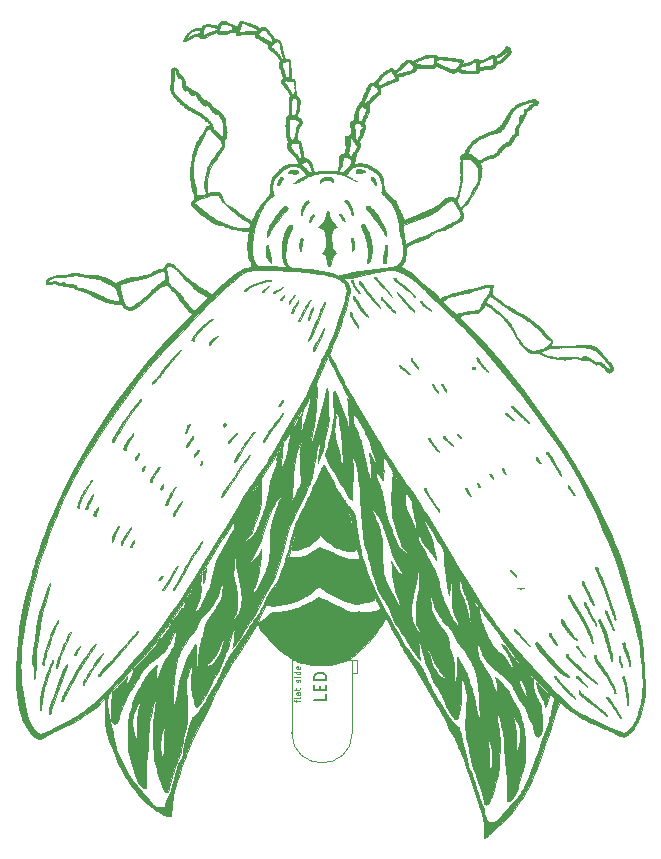
<source format=gbr>
%TF.GenerationSoftware,KiCad,Pcbnew,(6.0.4-0)*%
%TF.CreationDate,2022-05-05T12:21:51-07:00*%
%TF.ProjectId,GlowArtPCBv2,476c6f77-4172-4745-9043-4276322e6b69,rev?*%
%TF.SameCoordinates,Original*%
%TF.FileFunction,Legend,Top*%
%TF.FilePolarity,Positive*%
%FSLAX46Y46*%
G04 Gerber Fmt 4.6, Leading zero omitted, Abs format (unit mm)*
G04 Created by KiCad (PCBNEW (6.0.4-0)) date 2022-05-05 12:21:51*
%MOMM*%
%LPD*%
G01*
G04 APERTURE LIST*
%ADD10C,0.060000*%
%ADD11C,0.100000*%
%ADD12C,0.150000*%
%ADD13C,0.120000*%
G04 APERTURE END LIST*
D10*
G36*
X85684468Y-55118642D02*
G01*
X85670253Y-55143634D01*
X85655832Y-55168395D01*
X85641194Y-55192903D01*
X85626326Y-55217136D01*
X85611218Y-55241070D01*
X85595857Y-55264684D01*
X85580231Y-55287955D01*
X85536475Y-55305621D01*
X85493464Y-55325109D01*
X85451098Y-55346181D01*
X85409275Y-55368596D01*
X85367893Y-55392117D01*
X85326851Y-55416503D01*
X85245377Y-55466918D01*
X85164040Y-55517929D01*
X85082028Y-55567623D01*
X85040513Y-55591378D01*
X84998525Y-55614088D01*
X84955961Y-55635512D01*
X84912720Y-55655411D01*
X84912456Y-55639745D01*
X84912763Y-55624627D01*
X84913636Y-55610056D01*
X84915073Y-55596029D01*
X84917072Y-55582546D01*
X84919628Y-55569606D01*
X84922740Y-55557206D01*
X84926405Y-55545347D01*
X84930619Y-55534025D01*
X84935379Y-55523240D01*
X84940684Y-55512990D01*
X84946529Y-55503275D01*
X84952912Y-55494092D01*
X84959830Y-55485440D01*
X84967280Y-55477318D01*
X84975260Y-55469724D01*
X85024217Y-55457230D01*
X85072521Y-55442251D01*
X85120202Y-55425005D01*
X85167295Y-55405708D01*
X85213832Y-55384579D01*
X85259847Y-55361835D01*
X85305371Y-55337694D01*
X85350439Y-55312372D01*
X85439336Y-55259061D01*
X85526801Y-55203642D01*
X85698490Y-55093442D01*
X85684468Y-55118642D01*
G37*
X85684468Y-55118642D02*
X85670253Y-55143634D01*
X85655832Y-55168395D01*
X85641194Y-55192903D01*
X85626326Y-55217136D01*
X85611218Y-55241070D01*
X85595857Y-55264684D01*
X85580231Y-55287955D01*
X85536475Y-55305621D01*
X85493464Y-55325109D01*
X85451098Y-55346181D01*
X85409275Y-55368596D01*
X85367893Y-55392117D01*
X85326851Y-55416503D01*
X85245377Y-55466918D01*
X85164040Y-55517929D01*
X85082028Y-55567623D01*
X85040513Y-55591378D01*
X84998525Y-55614088D01*
X84955961Y-55635512D01*
X84912720Y-55655411D01*
X84912456Y-55639745D01*
X84912763Y-55624627D01*
X84913636Y-55610056D01*
X84915073Y-55596029D01*
X84917072Y-55582546D01*
X84919628Y-55569606D01*
X84922740Y-55557206D01*
X84926405Y-55545347D01*
X84930619Y-55534025D01*
X84935379Y-55523240D01*
X84940684Y-55512990D01*
X84946529Y-55503275D01*
X84952912Y-55494092D01*
X84959830Y-55485440D01*
X84967280Y-55477318D01*
X84975260Y-55469724D01*
X85024217Y-55457230D01*
X85072521Y-55442251D01*
X85120202Y-55425005D01*
X85167295Y-55405708D01*
X85213832Y-55384579D01*
X85259847Y-55361835D01*
X85305371Y-55337694D01*
X85350439Y-55312372D01*
X85439336Y-55259061D01*
X85526801Y-55203642D01*
X85698490Y-55093442D01*
X85684468Y-55118642D01*
G36*
X78887252Y-69948014D02*
G01*
X78886588Y-69979587D01*
X78885346Y-70008112D01*
X78883136Y-70033849D01*
X78879568Y-70057056D01*
X78877152Y-70067791D01*
X78874250Y-70077992D01*
X78870813Y-70087690D01*
X78866791Y-70096917D01*
X78862137Y-70105706D01*
X78856802Y-70114089D01*
X78850735Y-70122100D01*
X78843890Y-70129769D01*
X78836216Y-70137130D01*
X78827665Y-70144215D01*
X78818188Y-70151056D01*
X78807737Y-70157685D01*
X78796261Y-70164136D01*
X78783714Y-70170441D01*
X78770045Y-70176631D01*
X78755205Y-70182740D01*
X78721821Y-70194841D01*
X78683170Y-70207004D01*
X78698883Y-70186377D01*
X78713089Y-70166862D01*
X78725861Y-70148243D01*
X78737272Y-70130304D01*
X78747394Y-70112828D01*
X78756301Y-70095599D01*
X78764065Y-70078402D01*
X78770761Y-70061019D01*
X78776460Y-70043235D01*
X78781235Y-70024834D01*
X78785161Y-70005599D01*
X78788309Y-69985314D01*
X78790753Y-69963763D01*
X78792566Y-69940730D01*
X78793820Y-69915999D01*
X78794589Y-69889353D01*
X78888413Y-69874686D01*
X78887252Y-69948014D01*
G37*
X78887252Y-69948014D02*
X78886588Y-69979587D01*
X78885346Y-70008112D01*
X78883136Y-70033849D01*
X78879568Y-70057056D01*
X78877152Y-70067791D01*
X78874250Y-70077992D01*
X78870813Y-70087690D01*
X78866791Y-70096917D01*
X78862137Y-70105706D01*
X78856802Y-70114089D01*
X78850735Y-70122100D01*
X78843890Y-70129769D01*
X78836216Y-70137130D01*
X78827665Y-70144215D01*
X78818188Y-70151056D01*
X78807737Y-70157685D01*
X78796261Y-70164136D01*
X78783714Y-70170441D01*
X78770045Y-70176631D01*
X78755205Y-70182740D01*
X78721821Y-70194841D01*
X78683170Y-70207004D01*
X78698883Y-70186377D01*
X78713089Y-70166862D01*
X78725861Y-70148243D01*
X78737272Y-70130304D01*
X78747394Y-70112828D01*
X78756301Y-70095599D01*
X78764065Y-70078402D01*
X78770761Y-70061019D01*
X78776460Y-70043235D01*
X78781235Y-70024834D01*
X78785161Y-70005599D01*
X78788309Y-69985314D01*
X78790753Y-69963763D01*
X78792566Y-69940730D01*
X78793820Y-69915999D01*
X78794589Y-69889353D01*
X78888413Y-69874686D01*
X78887252Y-69948014D01*
G36*
X78611588Y-68911923D02*
G01*
X78607785Y-68933323D01*
X78602466Y-68954691D01*
X78595714Y-68976022D01*
X78587613Y-68997310D01*
X78578245Y-69018552D01*
X78567696Y-69039741D01*
X78556048Y-69060874D01*
X78529791Y-69102950D01*
X78500143Y-69144742D01*
X78467772Y-69186209D01*
X78433346Y-69227315D01*
X78361007Y-69308283D01*
X78288474Y-69387338D01*
X78253807Y-69426051D01*
X78221096Y-69464170D01*
X78191012Y-69501655D01*
X78164221Y-69538468D01*
X78165068Y-69515358D01*
X78166852Y-69492738D01*
X78169537Y-69470583D01*
X78173089Y-69448867D01*
X78177470Y-69427564D01*
X78182644Y-69406650D01*
X78195230Y-69365884D01*
X78210560Y-69326367D01*
X78228345Y-69287894D01*
X78248298Y-69250263D01*
X78270131Y-69213270D01*
X78293556Y-69176712D01*
X78318285Y-69140386D01*
X78370507Y-69067615D01*
X78424495Y-68993332D01*
X78451431Y-68955115D01*
X78477945Y-68915909D01*
X78477936Y-68915928D01*
X78613791Y-68890494D01*
X78611588Y-68911923D01*
G37*
X78611588Y-68911923D02*
X78607785Y-68933323D01*
X78602466Y-68954691D01*
X78595714Y-68976022D01*
X78587613Y-68997310D01*
X78578245Y-69018552D01*
X78567696Y-69039741D01*
X78556048Y-69060874D01*
X78529791Y-69102950D01*
X78500143Y-69144742D01*
X78467772Y-69186209D01*
X78433346Y-69227315D01*
X78361007Y-69308283D01*
X78288474Y-69387338D01*
X78253807Y-69426051D01*
X78221096Y-69464170D01*
X78191012Y-69501655D01*
X78164221Y-69538468D01*
X78165068Y-69515358D01*
X78166852Y-69492738D01*
X78169537Y-69470583D01*
X78173089Y-69448867D01*
X78177470Y-69427564D01*
X78182644Y-69406650D01*
X78195230Y-69365884D01*
X78210560Y-69326367D01*
X78228345Y-69287894D01*
X78248298Y-69250263D01*
X78270131Y-69213270D01*
X78293556Y-69176712D01*
X78318285Y-69140386D01*
X78370507Y-69067615D01*
X78424495Y-68993332D01*
X78451431Y-68955115D01*
X78477945Y-68915909D01*
X78477936Y-68915928D01*
X78613791Y-68890494D01*
X78611588Y-68911923D01*
G36*
X88363700Y-48985080D02*
G01*
X88357277Y-49005673D01*
X88349474Y-49025711D01*
X88340441Y-49045259D01*
X88330334Y-49064382D01*
X88319304Y-49083144D01*
X88307506Y-49101610D01*
X88295092Y-49119843D01*
X88282215Y-49137909D01*
X88229150Y-49209789D01*
X88216259Y-49227985D01*
X88203826Y-49246400D01*
X88192002Y-49265099D01*
X88180942Y-49284147D01*
X88165641Y-49308945D01*
X88151768Y-49333774D01*
X88138990Y-49358505D01*
X88126970Y-49383010D01*
X88103868Y-49430825D01*
X88092115Y-49453878D01*
X88079781Y-49476190D01*
X88066530Y-49497631D01*
X88052029Y-49518074D01*
X88035941Y-49537389D01*
X88027197Y-49546584D01*
X88017931Y-49555448D01*
X88008102Y-49563966D01*
X87997666Y-49572122D01*
X87986582Y-49579899D01*
X87974809Y-49587282D01*
X87962304Y-49594254D01*
X87949025Y-49600800D01*
X87934931Y-49606903D01*
X87919980Y-49612546D01*
X87926480Y-49568867D01*
X87934960Y-49524479D01*
X87945384Y-49479613D01*
X87957716Y-49434499D01*
X87971921Y-49389369D01*
X87987963Y-49344452D01*
X88005805Y-49299978D01*
X88025413Y-49256180D01*
X88046751Y-49213286D01*
X88069782Y-49171527D01*
X88094472Y-49131134D01*
X88120784Y-49092338D01*
X88148683Y-49055368D01*
X88178132Y-49020456D01*
X88209097Y-48987831D01*
X88241541Y-48957725D01*
X88363700Y-48985080D01*
G37*
X88363700Y-48985080D02*
X88357277Y-49005673D01*
X88349474Y-49025711D01*
X88340441Y-49045259D01*
X88330334Y-49064382D01*
X88319304Y-49083144D01*
X88307506Y-49101610D01*
X88295092Y-49119843D01*
X88282215Y-49137909D01*
X88229150Y-49209789D01*
X88216259Y-49227985D01*
X88203826Y-49246400D01*
X88192002Y-49265099D01*
X88180942Y-49284147D01*
X88165641Y-49308945D01*
X88151768Y-49333774D01*
X88138990Y-49358505D01*
X88126970Y-49383010D01*
X88103868Y-49430825D01*
X88092115Y-49453878D01*
X88079781Y-49476190D01*
X88066530Y-49497631D01*
X88052029Y-49518074D01*
X88035941Y-49537389D01*
X88027197Y-49546584D01*
X88017931Y-49555448D01*
X88008102Y-49563966D01*
X87997666Y-49572122D01*
X87986582Y-49579899D01*
X87974809Y-49587282D01*
X87962304Y-49594254D01*
X87949025Y-49600800D01*
X87934931Y-49606903D01*
X87919980Y-49612546D01*
X87926480Y-49568867D01*
X87934960Y-49524479D01*
X87945384Y-49479613D01*
X87957716Y-49434499D01*
X87971921Y-49389369D01*
X87987963Y-49344452D01*
X88005805Y-49299978D01*
X88025413Y-49256180D01*
X88046751Y-49213286D01*
X88069782Y-49171527D01*
X88094472Y-49131134D01*
X88120784Y-49092338D01*
X88148683Y-49055368D01*
X88178132Y-49020456D01*
X88209097Y-48987831D01*
X88241541Y-48957725D01*
X88363700Y-48985080D01*
G36*
X95105287Y-54315742D02*
G01*
X95120017Y-54317112D01*
X95133912Y-54319260D01*
X95147024Y-54322148D01*
X95159405Y-54325740D01*
X95171107Y-54330000D01*
X95182181Y-54334891D01*
X95192679Y-54340376D01*
X95202654Y-54346418D01*
X95212157Y-54352981D01*
X95221241Y-54360029D01*
X95229956Y-54367523D01*
X95238356Y-54375429D01*
X95254414Y-54392325D01*
X95269831Y-54410423D01*
X95285021Y-54429431D01*
X95316385Y-54469001D01*
X95333388Y-54488976D01*
X95351826Y-54508687D01*
X95361713Y-54518351D01*
X95372113Y-54527839D01*
X95383081Y-54537114D01*
X95394666Y-54546140D01*
X95486157Y-54629823D01*
X95581623Y-54712168D01*
X95781330Y-54874371D01*
X96193745Y-55199488D01*
X96294956Y-55283137D01*
X96393832Y-55368495D01*
X96489584Y-55455944D01*
X96581423Y-55545863D01*
X96668562Y-55638635D01*
X96750209Y-55734639D01*
X96825578Y-55834257D01*
X96893878Y-55937870D01*
X96770740Y-55908536D01*
X96691992Y-55818378D01*
X96610265Y-55731670D01*
X96525903Y-55648083D01*
X96439250Y-55567287D01*
X96350650Y-55488954D01*
X96260446Y-55412755D01*
X96076601Y-55265438D01*
X95704785Y-54981915D01*
X95522312Y-54840441D01*
X95433137Y-54768623D01*
X95345795Y-54695646D01*
X95323373Y-54671793D01*
X95300286Y-54649490D01*
X95276829Y-54628406D01*
X95253299Y-54608212D01*
X95207206Y-54569178D01*
X95185235Y-54549680D01*
X95164376Y-54529754D01*
X95144926Y-54509073D01*
X95135822Y-54498346D01*
X95127181Y-54487307D01*
X95119041Y-54475914D01*
X95111438Y-54464126D01*
X95104409Y-54451902D01*
X95097992Y-54439202D01*
X95092224Y-54425983D01*
X95087141Y-54412204D01*
X95082780Y-54397825D01*
X95079180Y-54382805D01*
X95076376Y-54367101D01*
X95074405Y-54350674D01*
X95073306Y-54333481D01*
X95073114Y-54315482D01*
X95089670Y-54315187D01*
X95105287Y-54315742D01*
G37*
X95105287Y-54315742D02*
X95120017Y-54317112D01*
X95133912Y-54319260D01*
X95147024Y-54322148D01*
X95159405Y-54325740D01*
X95171107Y-54330000D01*
X95182181Y-54334891D01*
X95192679Y-54340376D01*
X95202654Y-54346418D01*
X95212157Y-54352981D01*
X95221241Y-54360029D01*
X95229956Y-54367523D01*
X95238356Y-54375429D01*
X95254414Y-54392325D01*
X95269831Y-54410423D01*
X95285021Y-54429431D01*
X95316385Y-54469001D01*
X95333388Y-54488976D01*
X95351826Y-54508687D01*
X95361713Y-54518351D01*
X95372113Y-54527839D01*
X95383081Y-54537114D01*
X95394666Y-54546140D01*
X95486157Y-54629823D01*
X95581623Y-54712168D01*
X95781330Y-54874371D01*
X96193745Y-55199488D01*
X96294956Y-55283137D01*
X96393832Y-55368495D01*
X96489584Y-55455944D01*
X96581423Y-55545863D01*
X96668562Y-55638635D01*
X96750209Y-55734639D01*
X96825578Y-55834257D01*
X96893878Y-55937870D01*
X96770740Y-55908536D01*
X96691992Y-55818378D01*
X96610265Y-55731670D01*
X96525903Y-55648083D01*
X96439250Y-55567287D01*
X96350650Y-55488954D01*
X96260446Y-55412755D01*
X96076601Y-55265438D01*
X95704785Y-54981915D01*
X95522312Y-54840441D01*
X95433137Y-54768623D01*
X95345795Y-54695646D01*
X95323373Y-54671793D01*
X95300286Y-54649490D01*
X95276829Y-54628406D01*
X95253299Y-54608212D01*
X95207206Y-54569178D01*
X95185235Y-54549680D01*
X95164376Y-54529754D01*
X95144926Y-54509073D01*
X95135822Y-54498346D01*
X95127181Y-54487307D01*
X95119041Y-54475914D01*
X95111438Y-54464126D01*
X95104409Y-54451902D01*
X95097992Y-54439202D01*
X95092224Y-54425983D01*
X95087141Y-54412204D01*
X95082780Y-54397825D01*
X95079180Y-54382805D01*
X95076376Y-54367101D01*
X95074405Y-54350674D01*
X95073306Y-54333481D01*
X95073114Y-54315482D01*
X95089670Y-54315187D01*
X95105287Y-54315742D01*
G36*
X86680100Y-55858148D02*
G01*
X86655679Y-55902732D01*
X86630130Y-55946648D01*
X86603656Y-55990023D01*
X86548745Y-56075641D01*
X86492573Y-56160583D01*
X86436768Y-56245846D01*
X86382955Y-56332425D01*
X86357305Y-56376519D01*
X86332762Y-56421316D01*
X86309531Y-56466941D01*
X86287815Y-56513517D01*
X86215497Y-56516465D01*
X86214563Y-56494432D01*
X86215190Y-56472500D01*
X86217304Y-56450675D01*
X86220827Y-56428960D01*
X86225685Y-56407359D01*
X86231801Y-56385878D01*
X86239100Y-56364519D01*
X86247506Y-56343288D01*
X86256942Y-56322189D01*
X86267333Y-56301226D01*
X86290676Y-56259725D01*
X86316929Y-56218819D01*
X86345484Y-56178544D01*
X86375733Y-56138932D01*
X86407072Y-56100020D01*
X86470584Y-56024428D01*
X86531166Y-55952043D01*
X86558840Y-55917139D01*
X86583960Y-55883140D01*
X86586119Y-55879254D01*
X86588381Y-55875478D01*
X86590745Y-55871810D01*
X86593212Y-55868251D01*
X86595782Y-55864801D01*
X86598453Y-55861460D01*
X86601227Y-55858228D01*
X86604103Y-55855104D01*
X86607080Y-55852089D01*
X86610158Y-55849183D01*
X86613339Y-55846386D01*
X86616620Y-55843697D01*
X86620002Y-55841117D01*
X86623485Y-55838646D01*
X86627068Y-55836284D01*
X86630752Y-55834031D01*
X86634536Y-55831886D01*
X86638419Y-55829850D01*
X86642403Y-55827923D01*
X86646486Y-55826105D01*
X86650669Y-55824396D01*
X86654951Y-55822795D01*
X86659332Y-55821303D01*
X86663812Y-55819920D01*
X86673068Y-55817480D01*
X86682717Y-55815476D01*
X86692758Y-55813906D01*
X86703189Y-55812772D01*
X86680100Y-55858148D01*
G37*
X86680100Y-55858148D02*
X86655679Y-55902732D01*
X86630130Y-55946648D01*
X86603656Y-55990023D01*
X86548745Y-56075641D01*
X86492573Y-56160583D01*
X86436768Y-56245846D01*
X86382955Y-56332425D01*
X86357305Y-56376519D01*
X86332762Y-56421316D01*
X86309531Y-56466941D01*
X86287815Y-56513517D01*
X86215497Y-56516465D01*
X86214563Y-56494432D01*
X86215190Y-56472500D01*
X86217304Y-56450675D01*
X86220827Y-56428960D01*
X86225685Y-56407359D01*
X86231801Y-56385878D01*
X86239100Y-56364519D01*
X86247506Y-56343288D01*
X86256942Y-56322189D01*
X86267333Y-56301226D01*
X86290676Y-56259725D01*
X86316929Y-56218819D01*
X86345484Y-56178544D01*
X86375733Y-56138932D01*
X86407072Y-56100020D01*
X86470584Y-56024428D01*
X86531166Y-55952043D01*
X86558840Y-55917139D01*
X86583960Y-55883140D01*
X86586119Y-55879254D01*
X86588381Y-55875478D01*
X86590745Y-55871810D01*
X86593212Y-55868251D01*
X86595782Y-55864801D01*
X86598453Y-55861460D01*
X86601227Y-55858228D01*
X86604103Y-55855104D01*
X86607080Y-55852089D01*
X86610158Y-55849183D01*
X86613339Y-55846386D01*
X86616620Y-55843697D01*
X86620002Y-55841117D01*
X86623485Y-55838646D01*
X86627068Y-55836284D01*
X86630752Y-55834031D01*
X86634536Y-55831886D01*
X86638419Y-55829850D01*
X86642403Y-55827923D01*
X86646486Y-55826105D01*
X86650669Y-55824396D01*
X86654951Y-55822795D01*
X86659332Y-55821303D01*
X86663812Y-55819920D01*
X86673068Y-55817480D01*
X86682717Y-55815476D01*
X86692758Y-55813906D01*
X86703189Y-55812772D01*
X86680100Y-55858148D01*
G36*
X87668077Y-45689725D02*
G01*
X87677834Y-45690933D01*
X87687070Y-45693320D01*
X87716236Y-45703061D01*
X87723961Y-45709255D01*
X87736537Y-45717408D01*
X87750024Y-45724207D01*
X87764489Y-45729552D01*
X87780000Y-45733345D01*
X87796624Y-45735485D01*
X87814405Y-45735873D01*
X87739363Y-45792334D01*
X87654130Y-45850824D01*
X87560812Y-45910330D01*
X87461495Y-45969857D01*
X87358260Y-46028410D01*
X87253193Y-46084992D01*
X87148376Y-46138610D01*
X87045893Y-46188268D01*
X86947828Y-46232970D01*
X86856263Y-46271722D01*
X86773284Y-46303528D01*
X86700973Y-46327392D01*
X86641413Y-46342320D01*
X86617067Y-46346122D01*
X86596690Y-46347316D01*
X86580542Y-46345779D01*
X86568885Y-46341386D01*
X86561979Y-46334012D01*
X86560083Y-46323533D01*
X86628749Y-46272132D01*
X86704520Y-46217423D01*
X86798973Y-46151858D01*
X86905399Y-46081796D01*
X87017092Y-46013600D01*
X87072817Y-45982189D01*
X87127342Y-45953630D01*
X87179831Y-45928719D01*
X87229444Y-45908249D01*
X87262219Y-45894380D01*
X87295163Y-45878357D01*
X87328119Y-45860653D01*
X87360933Y-45841744D01*
X87487659Y-45763527D01*
X87517432Y-45745699D01*
X87546130Y-45729509D01*
X87573599Y-45715431D01*
X87599684Y-45703940D01*
X87612158Y-45699312D01*
X87624228Y-45695509D01*
X87635875Y-45692589D01*
X87647078Y-45690613D01*
X87657818Y-45689638D01*
X87668077Y-45689725D01*
G37*
X87668077Y-45689725D02*
X87677834Y-45690933D01*
X87687070Y-45693320D01*
X87716236Y-45703061D01*
X87723961Y-45709255D01*
X87736537Y-45717408D01*
X87750024Y-45724207D01*
X87764489Y-45729552D01*
X87780000Y-45733345D01*
X87796624Y-45735485D01*
X87814405Y-45735873D01*
X87739363Y-45792334D01*
X87654130Y-45850824D01*
X87560812Y-45910330D01*
X87461495Y-45969857D01*
X87358260Y-46028410D01*
X87253193Y-46084992D01*
X87148376Y-46138610D01*
X87045893Y-46188268D01*
X86947828Y-46232970D01*
X86856263Y-46271722D01*
X86773284Y-46303528D01*
X86700973Y-46327392D01*
X86641413Y-46342320D01*
X86617067Y-46346122D01*
X86596690Y-46347316D01*
X86580542Y-46345779D01*
X86568885Y-46341386D01*
X86561979Y-46334012D01*
X86560083Y-46323533D01*
X86628749Y-46272132D01*
X86704520Y-46217423D01*
X86798973Y-46151858D01*
X86905399Y-46081796D01*
X87017092Y-46013600D01*
X87072817Y-45982189D01*
X87127342Y-45953630D01*
X87179831Y-45928719D01*
X87229444Y-45908249D01*
X87262219Y-45894380D01*
X87295163Y-45878357D01*
X87328119Y-45860653D01*
X87360933Y-45841744D01*
X87487659Y-45763527D01*
X87517432Y-45745699D01*
X87546130Y-45729509D01*
X87573599Y-45715431D01*
X87599684Y-45703940D01*
X87612158Y-45699312D01*
X87624228Y-45695509D01*
X87635875Y-45692589D01*
X87647078Y-45690613D01*
X87657818Y-45689638D01*
X87668077Y-45689725D01*
G36*
X73398539Y-84257697D02*
G01*
X73399173Y-84257879D01*
X73399846Y-84258187D01*
X73400558Y-84258617D01*
X73401306Y-84259164D01*
X73402090Y-84259824D01*
X73402908Y-84260592D01*
X73403759Y-84261464D01*
X73404642Y-84262435D01*
X73406495Y-84264659D01*
X73408456Y-84267227D01*
X73410515Y-84270104D01*
X73412661Y-84273255D01*
X73414882Y-84276645D01*
X73417167Y-84280237D01*
X73421884Y-84287888D01*
X73426724Y-84295926D01*
X73440040Y-84316466D01*
X73441572Y-84319086D01*
X73442910Y-84321572D01*
X73444006Y-84323880D01*
X73444809Y-84325965D01*
X73445086Y-84326911D01*
X73445272Y-84327785D01*
X73445360Y-84328582D01*
X73445344Y-84329295D01*
X73445218Y-84329920D01*
X73444976Y-84330452D01*
X73444612Y-84330884D01*
X73444119Y-84331211D01*
X73437401Y-84334689D01*
X73431031Y-84338210D01*
X73424964Y-84341799D01*
X73419153Y-84345477D01*
X73413550Y-84349268D01*
X73408109Y-84353196D01*
X73402783Y-84357283D01*
X73397524Y-84361554D01*
X73392285Y-84366030D01*
X73387021Y-84370736D01*
X73381682Y-84375695D01*
X73376224Y-84380930D01*
X73364758Y-84392321D01*
X73352246Y-84405094D01*
X73341890Y-84430608D01*
X73330470Y-84455677D01*
X73318046Y-84480324D01*
X73304679Y-84504576D01*
X73275360Y-84551994D01*
X73243000Y-84598131D01*
X73208086Y-84643188D01*
X73171105Y-84687367D01*
X73132543Y-84730868D01*
X73092888Y-84773894D01*
X73012242Y-84859321D01*
X72933061Y-84945258D01*
X72895237Y-84988921D01*
X72859240Y-85033315D01*
X72825556Y-85078641D01*
X72794672Y-85125101D01*
X72513354Y-85452880D01*
X72233686Y-85782855D01*
X71957682Y-86115758D01*
X71821685Y-86283537D01*
X71687360Y-86452323D01*
X71604845Y-86548949D01*
X71520232Y-86643336D01*
X71433830Y-86735811D01*
X71345947Y-86826700D01*
X71166966Y-87005025D01*
X70985752Y-87180925D01*
X70804768Y-87357009D01*
X70626475Y-87535888D01*
X70539107Y-87627192D01*
X70453335Y-87720175D01*
X70369467Y-87815161D01*
X70287811Y-87912479D01*
X70260437Y-88094248D01*
X70238590Y-88090301D01*
X70217029Y-88085770D01*
X70195765Y-88080622D01*
X70174810Y-88074820D01*
X70154175Y-88068333D01*
X70133872Y-88061124D01*
X70113912Y-88053160D01*
X70094306Y-88044407D01*
X70093326Y-87916379D01*
X70141079Y-87848299D01*
X70190768Y-87781441D01*
X70242220Y-87715724D01*
X70295264Y-87651062D01*
X70349729Y-87587375D01*
X70405442Y-87524577D01*
X70519927Y-87401322D01*
X70637345Y-87280631D01*
X70756322Y-87161840D01*
X70993454Y-86927299D01*
X71053594Y-86870831D01*
X71112430Y-86813282D01*
X71170101Y-86754759D01*
X71226745Y-86695371D01*
X71337510Y-86574435D01*
X71445836Y-86451346D01*
X71659613Y-86202188D01*
X71767287Y-86077861D01*
X71876966Y-85954862D01*
X71940949Y-85872050D01*
X72006672Y-85790957D01*
X72073900Y-85711351D01*
X72142403Y-85633006D01*
X72282305Y-85479178D01*
X72424521Y-85327641D01*
X72567195Y-85176563D01*
X72708473Y-85024113D01*
X72846499Y-84868458D01*
X72913712Y-84788857D01*
X72979416Y-84707767D01*
X73031851Y-84651792D01*
X73083700Y-84595234D01*
X73186639Y-84481419D01*
X73238225Y-84424684D01*
X73290219Y-84368411D01*
X73342872Y-84312862D01*
X73396430Y-84258298D01*
X73396430Y-84258317D01*
X73396891Y-84257950D01*
X73397397Y-84257728D01*
X73397947Y-84257645D01*
X73398539Y-84257697D01*
G37*
X73398539Y-84257697D02*
X73399173Y-84257879D01*
X73399846Y-84258187D01*
X73400558Y-84258617D01*
X73401306Y-84259164D01*
X73402090Y-84259824D01*
X73402908Y-84260592D01*
X73403759Y-84261464D01*
X73404642Y-84262435D01*
X73406495Y-84264659D01*
X73408456Y-84267227D01*
X73410515Y-84270104D01*
X73412661Y-84273255D01*
X73414882Y-84276645D01*
X73417167Y-84280237D01*
X73421884Y-84287888D01*
X73426724Y-84295926D01*
X73440040Y-84316466D01*
X73441572Y-84319086D01*
X73442910Y-84321572D01*
X73444006Y-84323880D01*
X73444809Y-84325965D01*
X73445086Y-84326911D01*
X73445272Y-84327785D01*
X73445360Y-84328582D01*
X73445344Y-84329295D01*
X73445218Y-84329920D01*
X73444976Y-84330452D01*
X73444612Y-84330884D01*
X73444119Y-84331211D01*
X73437401Y-84334689D01*
X73431031Y-84338210D01*
X73424964Y-84341799D01*
X73419153Y-84345477D01*
X73413550Y-84349268D01*
X73408109Y-84353196D01*
X73402783Y-84357283D01*
X73397524Y-84361554D01*
X73392285Y-84366030D01*
X73387021Y-84370736D01*
X73381682Y-84375695D01*
X73376224Y-84380930D01*
X73364758Y-84392321D01*
X73352246Y-84405094D01*
X73341890Y-84430608D01*
X73330470Y-84455677D01*
X73318046Y-84480324D01*
X73304679Y-84504576D01*
X73275360Y-84551994D01*
X73243000Y-84598131D01*
X73208086Y-84643188D01*
X73171105Y-84687367D01*
X73132543Y-84730868D01*
X73092888Y-84773894D01*
X73012242Y-84859321D01*
X72933061Y-84945258D01*
X72895237Y-84988921D01*
X72859240Y-85033315D01*
X72825556Y-85078641D01*
X72794672Y-85125101D01*
X72513354Y-85452880D01*
X72233686Y-85782855D01*
X71957682Y-86115758D01*
X71821685Y-86283537D01*
X71687360Y-86452323D01*
X71604845Y-86548949D01*
X71520232Y-86643336D01*
X71433830Y-86735811D01*
X71345947Y-86826700D01*
X71166966Y-87005025D01*
X70985752Y-87180925D01*
X70804768Y-87357009D01*
X70626475Y-87535888D01*
X70539107Y-87627192D01*
X70453335Y-87720175D01*
X70369467Y-87815161D01*
X70287811Y-87912479D01*
X70260437Y-88094248D01*
X70238590Y-88090301D01*
X70217029Y-88085770D01*
X70195765Y-88080622D01*
X70174810Y-88074820D01*
X70154175Y-88068333D01*
X70133872Y-88061124D01*
X70113912Y-88053160D01*
X70094306Y-88044407D01*
X70093326Y-87916379D01*
X70141079Y-87848299D01*
X70190768Y-87781441D01*
X70242220Y-87715724D01*
X70295264Y-87651062D01*
X70349729Y-87587375D01*
X70405442Y-87524577D01*
X70519927Y-87401322D01*
X70637345Y-87280631D01*
X70756322Y-87161840D01*
X70993454Y-86927299D01*
X71053594Y-86870831D01*
X71112430Y-86813282D01*
X71170101Y-86754759D01*
X71226745Y-86695371D01*
X71337510Y-86574435D01*
X71445836Y-86451346D01*
X71659613Y-86202188D01*
X71767287Y-86077861D01*
X71876966Y-85954862D01*
X71940949Y-85872050D01*
X72006672Y-85790957D01*
X72073900Y-85711351D01*
X72142403Y-85633006D01*
X72282305Y-85479178D01*
X72424521Y-85327641D01*
X72567195Y-85176563D01*
X72708473Y-85024113D01*
X72846499Y-84868458D01*
X72913712Y-84788857D01*
X72979416Y-84707767D01*
X73031851Y-84651792D01*
X73083700Y-84595234D01*
X73186639Y-84481419D01*
X73238225Y-84424684D01*
X73290219Y-84368411D01*
X73342872Y-84312862D01*
X73396430Y-84258298D01*
X73396430Y-84258317D01*
X73396891Y-84257950D01*
X73397397Y-84257728D01*
X73397947Y-84257645D01*
X73398539Y-84257697D01*
G36*
X108851979Y-88122026D02*
G01*
X108903929Y-88180015D01*
X109004945Y-88298016D01*
X109201207Y-88537814D01*
X109299752Y-88657159D01*
X109400772Y-88774498D01*
X109452726Y-88832033D01*
X109505916Y-88888607D01*
X109560550Y-88944066D01*
X109616834Y-88998258D01*
X109670357Y-89059855D01*
X109724877Y-89120190D01*
X109836125Y-89237990D01*
X110062009Y-89468473D01*
X110173530Y-89584797D01*
X110228254Y-89644026D01*
X110282028Y-89704270D01*
X110334657Y-89765757D01*
X110385947Y-89828713D01*
X110435702Y-89893367D01*
X110483728Y-89959946D01*
X110356671Y-89916953D01*
X109641503Y-89215593D01*
X109466088Y-89037589D01*
X109294269Y-88855795D01*
X109210060Y-88763050D01*
X109127170Y-88668847D01*
X109045741Y-88573014D01*
X108965912Y-88475382D01*
X108947111Y-88451114D01*
X108926546Y-88427326D01*
X108904652Y-88403881D01*
X108881865Y-88380643D01*
X108835350Y-88334233D01*
X108812494Y-88310788D01*
X108790486Y-88286999D01*
X108769760Y-88262728D01*
X108750753Y-88237839D01*
X108742029Y-88225120D01*
X108733899Y-88212195D01*
X108726415Y-88199046D01*
X108719634Y-88185657D01*
X108713608Y-88172010D01*
X108708393Y-88158089D01*
X108704043Y-88143875D01*
X108700612Y-88129352D01*
X108698154Y-88114503D01*
X108696725Y-88099310D01*
X108696378Y-88083757D01*
X108697167Y-88067844D01*
X108798792Y-88064914D01*
X108851979Y-88122026D01*
G37*
X108851979Y-88122026D02*
X108903929Y-88180015D01*
X109004945Y-88298016D01*
X109201207Y-88537814D01*
X109299752Y-88657159D01*
X109400772Y-88774498D01*
X109452726Y-88832033D01*
X109505916Y-88888607D01*
X109560550Y-88944066D01*
X109616834Y-88998258D01*
X109670357Y-89059855D01*
X109724877Y-89120190D01*
X109836125Y-89237990D01*
X110062009Y-89468473D01*
X110173530Y-89584797D01*
X110228254Y-89644026D01*
X110282028Y-89704270D01*
X110334657Y-89765757D01*
X110385947Y-89828713D01*
X110435702Y-89893367D01*
X110483728Y-89959946D01*
X110356671Y-89916953D01*
X109641503Y-89215593D01*
X109466088Y-89037589D01*
X109294269Y-88855795D01*
X109210060Y-88763050D01*
X109127170Y-88668847D01*
X109045741Y-88573014D01*
X108965912Y-88475382D01*
X108947111Y-88451114D01*
X108926546Y-88427326D01*
X108904652Y-88403881D01*
X108881865Y-88380643D01*
X108835350Y-88334233D01*
X108812494Y-88310788D01*
X108790486Y-88286999D01*
X108769760Y-88262728D01*
X108750753Y-88237839D01*
X108742029Y-88225120D01*
X108733899Y-88212195D01*
X108726415Y-88199046D01*
X108719634Y-88185657D01*
X108713608Y-88172010D01*
X108708393Y-88158089D01*
X108704043Y-88143875D01*
X108700612Y-88129352D01*
X108698154Y-88114503D01*
X108696725Y-88099310D01*
X108696378Y-88083757D01*
X108697167Y-88067844D01*
X108798792Y-88064914D01*
X108851979Y-88122026D01*
G36*
X91042292Y-47762626D02*
G01*
X91052139Y-47763003D01*
X91062360Y-47763685D01*
X91072953Y-47764671D01*
X91083920Y-47765962D01*
X91095259Y-47767557D01*
X91106971Y-47769457D01*
X91119056Y-47771660D01*
X91131513Y-47774167D01*
X91190451Y-47831853D01*
X91246547Y-47893296D01*
X91299589Y-47958201D01*
X91349371Y-48026271D01*
X91395681Y-48097210D01*
X91438313Y-48170722D01*
X91477056Y-48246510D01*
X91511701Y-48324278D01*
X91542041Y-48403730D01*
X91567865Y-48484570D01*
X91588964Y-48566500D01*
X91605131Y-48649226D01*
X91616155Y-48732450D01*
X91621828Y-48815876D01*
X91621941Y-48899209D01*
X91616284Y-48982151D01*
X91602784Y-48981116D01*
X91590288Y-48978790D01*
X91578750Y-48975241D01*
X91568121Y-48970533D01*
X91558352Y-48964734D01*
X91549395Y-48957909D01*
X91541203Y-48950126D01*
X91533725Y-48941450D01*
X91526915Y-48931949D01*
X91520724Y-48921687D01*
X91515103Y-48910733D01*
X91510005Y-48899152D01*
X91505380Y-48887010D01*
X91501181Y-48874374D01*
X91493867Y-48847886D01*
X91487675Y-48820219D01*
X91482219Y-48791903D01*
X91471968Y-48735450D01*
X91466400Y-48708376D01*
X91460021Y-48682777D01*
X91456407Y-48670697D01*
X91452446Y-48659186D01*
X91448088Y-48648308D01*
X91443286Y-48638132D01*
X91422048Y-48581450D01*
X91399047Y-48525747D01*
X91374331Y-48471016D01*
X91347948Y-48417254D01*
X91319945Y-48364453D01*
X91290368Y-48312608D01*
X91259265Y-48261714D01*
X91226684Y-48211764D01*
X91192671Y-48162754D01*
X91157274Y-48114678D01*
X91120540Y-48067529D01*
X91082517Y-48021302D01*
X91043251Y-47975992D01*
X91002789Y-47931593D01*
X90961180Y-47888100D01*
X90918469Y-47845505D01*
X90919299Y-47838512D01*
X90920506Y-47831828D01*
X90922091Y-47825452D01*
X90924053Y-47819386D01*
X90926393Y-47813628D01*
X90929110Y-47808179D01*
X90932204Y-47803037D01*
X90935674Y-47798204D01*
X90939522Y-47793679D01*
X90943745Y-47789461D01*
X90948345Y-47785552D01*
X90953321Y-47781949D01*
X90958673Y-47778653D01*
X90964400Y-47775665D01*
X90970503Y-47772983D01*
X90976981Y-47770608D01*
X90983834Y-47768540D01*
X90991062Y-47766778D01*
X90998665Y-47765321D01*
X91006642Y-47764171D01*
X91014993Y-47763327D01*
X91023719Y-47762788D01*
X91032819Y-47762555D01*
X91042292Y-47762626D01*
G37*
X91042292Y-47762626D02*
X91052139Y-47763003D01*
X91062360Y-47763685D01*
X91072953Y-47764671D01*
X91083920Y-47765962D01*
X91095259Y-47767557D01*
X91106971Y-47769457D01*
X91119056Y-47771660D01*
X91131513Y-47774167D01*
X91190451Y-47831853D01*
X91246547Y-47893296D01*
X91299589Y-47958201D01*
X91349371Y-48026271D01*
X91395681Y-48097210D01*
X91438313Y-48170722D01*
X91477056Y-48246510D01*
X91511701Y-48324278D01*
X91542041Y-48403730D01*
X91567865Y-48484570D01*
X91588964Y-48566500D01*
X91605131Y-48649226D01*
X91616155Y-48732450D01*
X91621828Y-48815876D01*
X91621941Y-48899209D01*
X91616284Y-48982151D01*
X91602784Y-48981116D01*
X91590288Y-48978790D01*
X91578750Y-48975241D01*
X91568121Y-48970533D01*
X91558352Y-48964734D01*
X91549395Y-48957909D01*
X91541203Y-48950126D01*
X91533725Y-48941450D01*
X91526915Y-48931949D01*
X91520724Y-48921687D01*
X91515103Y-48910733D01*
X91510005Y-48899152D01*
X91505380Y-48887010D01*
X91501181Y-48874374D01*
X91493867Y-48847886D01*
X91487675Y-48820219D01*
X91482219Y-48791903D01*
X91471968Y-48735450D01*
X91466400Y-48708376D01*
X91460021Y-48682777D01*
X91456407Y-48670697D01*
X91452446Y-48659186D01*
X91448088Y-48648308D01*
X91443286Y-48638132D01*
X91422048Y-48581450D01*
X91399047Y-48525747D01*
X91374331Y-48471016D01*
X91347948Y-48417254D01*
X91319945Y-48364453D01*
X91290368Y-48312608D01*
X91259265Y-48261714D01*
X91226684Y-48211764D01*
X91192671Y-48162754D01*
X91157274Y-48114678D01*
X91120540Y-48067529D01*
X91082517Y-48021302D01*
X91043251Y-47975992D01*
X91002789Y-47931593D01*
X90961180Y-47888100D01*
X90918469Y-47845505D01*
X90919299Y-47838512D01*
X90920506Y-47831828D01*
X90922091Y-47825452D01*
X90924053Y-47819386D01*
X90926393Y-47813628D01*
X90929110Y-47808179D01*
X90932204Y-47803037D01*
X90935674Y-47798204D01*
X90939522Y-47793679D01*
X90943745Y-47789461D01*
X90948345Y-47785552D01*
X90953321Y-47781949D01*
X90958673Y-47778653D01*
X90964400Y-47775665D01*
X90970503Y-47772983D01*
X90976981Y-47770608D01*
X90983834Y-47768540D01*
X90991062Y-47766778D01*
X90998665Y-47765321D01*
X91006642Y-47764171D01*
X91014993Y-47763327D01*
X91023719Y-47762788D01*
X91032819Y-47762555D01*
X91042292Y-47762626D01*
G36*
X91645017Y-51041004D02*
G01*
X91664012Y-51088250D01*
X91679464Y-51135319D01*
X91691710Y-51182283D01*
X91701086Y-51229212D01*
X91707930Y-51276178D01*
X91712578Y-51323254D01*
X91715365Y-51370510D01*
X91716629Y-51418018D01*
X91716707Y-51465849D01*
X91714648Y-51562768D01*
X91711880Y-51661838D01*
X91711096Y-51763633D01*
X91711092Y-51785089D01*
X91709981Y-51806191D01*
X91707758Y-51826904D01*
X91704414Y-51847194D01*
X91699942Y-51867026D01*
X91694336Y-51886365D01*
X91687587Y-51905178D01*
X91679689Y-51923429D01*
X91670635Y-51941085D01*
X91660417Y-51958110D01*
X91649027Y-51974471D01*
X91636460Y-51990133D01*
X91622707Y-52005062D01*
X91607761Y-52019222D01*
X91591615Y-52032581D01*
X91574262Y-52045102D01*
X91574178Y-51978220D01*
X91571903Y-51911692D01*
X91567695Y-51845482D01*
X91561813Y-51779554D01*
X91546066Y-51648403D01*
X91526734Y-51517951D01*
X91485610Y-51257996D01*
X91467963Y-51127918D01*
X91460775Y-51062729D01*
X91455025Y-50997410D01*
X91622144Y-50993509D01*
X91645017Y-51041004D01*
G37*
X91645017Y-51041004D02*
X91664012Y-51088250D01*
X91679464Y-51135319D01*
X91691710Y-51182283D01*
X91701086Y-51229212D01*
X91707930Y-51276178D01*
X91712578Y-51323254D01*
X91715365Y-51370510D01*
X91716629Y-51418018D01*
X91716707Y-51465849D01*
X91714648Y-51562768D01*
X91711880Y-51661838D01*
X91711096Y-51763633D01*
X91711092Y-51785089D01*
X91709981Y-51806191D01*
X91707758Y-51826904D01*
X91704414Y-51847194D01*
X91699942Y-51867026D01*
X91694336Y-51886365D01*
X91687587Y-51905178D01*
X91679689Y-51923429D01*
X91670635Y-51941085D01*
X91660417Y-51958110D01*
X91649027Y-51974471D01*
X91636460Y-51990133D01*
X91622707Y-52005062D01*
X91607761Y-52019222D01*
X91591615Y-52032581D01*
X91574262Y-52045102D01*
X91574178Y-51978220D01*
X91571903Y-51911692D01*
X91567695Y-51845482D01*
X91561813Y-51779554D01*
X91546066Y-51648403D01*
X91526734Y-51517951D01*
X91485610Y-51257996D01*
X91467963Y-51127918D01*
X91460775Y-51062729D01*
X91455025Y-50997410D01*
X91622144Y-50993509D01*
X91645017Y-51041004D01*
G36*
X65124393Y-92949875D02*
G01*
X65124377Y-92949875D01*
X65124363Y-92949873D01*
X65124357Y-92949871D01*
X65124351Y-92949870D01*
X65124339Y-92949866D01*
X65124328Y-92949863D01*
X65124323Y-92949861D01*
X65124299Y-92949857D01*
X65124336Y-92949857D01*
X65124393Y-92949875D01*
G37*
X65124393Y-92949875D02*
X65124377Y-92949875D01*
X65124363Y-92949873D01*
X65124357Y-92949871D01*
X65124351Y-92949870D01*
X65124339Y-92949866D01*
X65124328Y-92949863D01*
X65124323Y-92949861D01*
X65124299Y-92949857D01*
X65124336Y-92949857D01*
X65124393Y-92949875D01*
G36*
X77139948Y-73273893D02*
G01*
X77139571Y-73288540D01*
X77138639Y-73302813D01*
X77137175Y-73316730D01*
X77135203Y-73330312D01*
X77132747Y-73343579D01*
X77129830Y-73356550D01*
X77122705Y-73381684D01*
X77114017Y-73405873D01*
X77103953Y-73429277D01*
X77092701Y-73452054D01*
X77080449Y-73474363D01*
X77067383Y-73496363D01*
X77053692Y-73518213D01*
X77025182Y-73562096D01*
X76996421Y-73607283D01*
X76982415Y-73630763D01*
X76968909Y-73655045D01*
X76905185Y-73756952D01*
X76842652Y-73859169D01*
X76781860Y-73962098D01*
X76723359Y-74066137D01*
X76667698Y-74171689D01*
X76615428Y-74279152D01*
X76590736Y-74333725D01*
X76567098Y-74388927D01*
X76544582Y-74444806D01*
X76523258Y-74501414D01*
X76424545Y-74494565D01*
X76421232Y-74449045D01*
X76420254Y-74426523D01*
X76419854Y-74404178D01*
X76420124Y-74382022D01*
X76421158Y-74360068D01*
X76423048Y-74338328D01*
X76425887Y-74316816D01*
X76429768Y-74295544D01*
X76434785Y-74274525D01*
X76441031Y-74253772D01*
X76448598Y-74233298D01*
X76457580Y-74213116D01*
X76468069Y-74193238D01*
X76480159Y-74173678D01*
X76493942Y-74154447D01*
X76566035Y-74039129D01*
X76639687Y-73923820D01*
X76715355Y-73809267D01*
X76793497Y-73696212D01*
X76874571Y-73585401D01*
X76959034Y-73477578D01*
X77002679Y-73425019D01*
X77047343Y-73373487D01*
X77093083Y-73323075D01*
X77139957Y-73273874D01*
X77139948Y-73273893D01*
G37*
X77139948Y-73273893D02*
X77139571Y-73288540D01*
X77138639Y-73302813D01*
X77137175Y-73316730D01*
X77135203Y-73330312D01*
X77132747Y-73343579D01*
X77129830Y-73356550D01*
X77122705Y-73381684D01*
X77114017Y-73405873D01*
X77103953Y-73429277D01*
X77092701Y-73452054D01*
X77080449Y-73474363D01*
X77067383Y-73496363D01*
X77053692Y-73518213D01*
X77025182Y-73562096D01*
X76996421Y-73607283D01*
X76982415Y-73630763D01*
X76968909Y-73655045D01*
X76905185Y-73756952D01*
X76842652Y-73859169D01*
X76781860Y-73962098D01*
X76723359Y-74066137D01*
X76667698Y-74171689D01*
X76615428Y-74279152D01*
X76590736Y-74333725D01*
X76567098Y-74388927D01*
X76544582Y-74444806D01*
X76523258Y-74501414D01*
X76424545Y-74494565D01*
X76421232Y-74449045D01*
X76420254Y-74426523D01*
X76419854Y-74404178D01*
X76420124Y-74382022D01*
X76421158Y-74360068D01*
X76423048Y-74338328D01*
X76425887Y-74316816D01*
X76429768Y-74295544D01*
X76434785Y-74274525D01*
X76441031Y-74253772D01*
X76448598Y-74233298D01*
X76457580Y-74213116D01*
X76468069Y-74193238D01*
X76480159Y-74173678D01*
X76493942Y-74154447D01*
X76566035Y-74039129D01*
X76639687Y-73923820D01*
X76715355Y-73809267D01*
X76793497Y-73696212D01*
X76874571Y-73585401D01*
X76959034Y-73477578D01*
X77002679Y-73425019D01*
X77047343Y-73373487D01*
X77093083Y-73323075D01*
X77139957Y-73273874D01*
X77139948Y-73273893D01*
G36*
X75583057Y-79552286D02*
G01*
X75547401Y-79608120D01*
X75505985Y-79676413D01*
X75459278Y-79750204D01*
X75434087Y-79786984D01*
X75407749Y-79822527D01*
X75380323Y-79855963D01*
X75351868Y-79886420D01*
X75337273Y-79900260D01*
X75322442Y-79913029D01*
X75307383Y-79924619D01*
X75292104Y-79934920D01*
X75276611Y-79943823D01*
X75260912Y-79951220D01*
X75245014Y-79957003D01*
X75228925Y-79961062D01*
X75212652Y-79963288D01*
X75196203Y-79963573D01*
X75179583Y-79961807D01*
X75162802Y-79957883D01*
X75162241Y-79944628D01*
X75163431Y-79930575D01*
X75166286Y-79915807D01*
X75170718Y-79900408D01*
X75176642Y-79884462D01*
X75183970Y-79868051D01*
X75192615Y-79851261D01*
X75202491Y-79834173D01*
X75225588Y-79799442D01*
X75252566Y-79764527D01*
X75282731Y-79730095D01*
X75315389Y-79696816D01*
X75349844Y-79665358D01*
X75385404Y-79636389D01*
X75421373Y-79610578D01*
X75457057Y-79588593D01*
X75474575Y-79579245D01*
X75491761Y-79571103D01*
X75508530Y-79564253D01*
X75524793Y-79558776D01*
X75540464Y-79554758D01*
X75555456Y-79552281D01*
X75569683Y-79551430D01*
X75583057Y-79552286D01*
G37*
X75583057Y-79552286D02*
X75547401Y-79608120D01*
X75505985Y-79676413D01*
X75459278Y-79750204D01*
X75434087Y-79786984D01*
X75407749Y-79822527D01*
X75380323Y-79855963D01*
X75351868Y-79886420D01*
X75337273Y-79900260D01*
X75322442Y-79913029D01*
X75307383Y-79924619D01*
X75292104Y-79934920D01*
X75276611Y-79943823D01*
X75260912Y-79951220D01*
X75245014Y-79957003D01*
X75228925Y-79961062D01*
X75212652Y-79963288D01*
X75196203Y-79963573D01*
X75179583Y-79961807D01*
X75162802Y-79957883D01*
X75162241Y-79944628D01*
X75163431Y-79930575D01*
X75166286Y-79915807D01*
X75170718Y-79900408D01*
X75176642Y-79884462D01*
X75183970Y-79868051D01*
X75192615Y-79851261D01*
X75202491Y-79834173D01*
X75225588Y-79799442D01*
X75252566Y-79764527D01*
X75282731Y-79730095D01*
X75315389Y-79696816D01*
X75349844Y-79665358D01*
X75385404Y-79636389D01*
X75421373Y-79610578D01*
X75457057Y-79588593D01*
X75474575Y-79579245D01*
X75491761Y-79571103D01*
X75508530Y-79564253D01*
X75524793Y-79558776D01*
X75540464Y-79554758D01*
X75555456Y-79552281D01*
X75569683Y-79551430D01*
X75583057Y-79552286D01*
G36*
X84670732Y-54532581D02*
G01*
X84739707Y-54537350D01*
X84721328Y-54550765D01*
X84702422Y-54562720D01*
X84683044Y-54573297D01*
X84663225Y-54582593D01*
X84642994Y-54590706D01*
X84622381Y-54597735D01*
X84580133Y-54608931D01*
X84536723Y-54616966D01*
X84492392Y-54622625D01*
X84401936Y-54629950D01*
X84310702Y-54637183D01*
X84265397Y-54642727D01*
X84220624Y-54650601D01*
X84176625Y-54661591D01*
X84154991Y-54668499D01*
X84133640Y-54676480D01*
X84112604Y-54685633D01*
X84091913Y-54696054D01*
X84071596Y-54707843D01*
X84051685Y-54721097D01*
X83874239Y-54762569D01*
X83789890Y-54784678D01*
X83707984Y-54807903D01*
X83628168Y-54832393D01*
X83550089Y-54858300D01*
X83473393Y-54885773D01*
X83397726Y-54914963D01*
X83322735Y-54946019D01*
X83248066Y-54979094D01*
X83173365Y-55014335D01*
X83098279Y-55051895D01*
X83022455Y-55091923D01*
X82945538Y-55134569D01*
X82787012Y-55228318D01*
X82775157Y-55235127D01*
X82763584Y-55242337D01*
X82741200Y-55257826D01*
X82719689Y-55274512D01*
X82698881Y-55292123D01*
X82678606Y-55310387D01*
X82658694Y-55329032D01*
X82619274Y-55366377D01*
X82599425Y-55384532D01*
X82579258Y-55401980D01*
X82558601Y-55418449D01*
X82537283Y-55433665D01*
X82526324Y-55440719D01*
X82515135Y-55447358D01*
X82503697Y-55453548D01*
X82491987Y-55459255D01*
X82479984Y-55464445D01*
X82467666Y-55469084D01*
X82455014Y-55473137D01*
X82442005Y-55476572D01*
X82444948Y-55460846D01*
X82448284Y-55445552D01*
X82452015Y-55430687D01*
X82456144Y-55416250D01*
X82460674Y-55402237D01*
X82465607Y-55388644D01*
X82470948Y-55375470D01*
X82476697Y-55362710D01*
X82482859Y-55350363D01*
X82489437Y-55338425D01*
X82496432Y-55326894D01*
X82503848Y-55315766D01*
X82511688Y-55305038D01*
X82519954Y-55294708D01*
X82528650Y-55284773D01*
X82537778Y-55275229D01*
X82670292Y-55186740D01*
X82809186Y-55097804D01*
X82880728Y-55054146D01*
X82953509Y-55011549D01*
X83027409Y-54970404D01*
X83102310Y-54931101D01*
X83178093Y-54894032D01*
X83254640Y-54859586D01*
X83331830Y-54828156D01*
X83409546Y-54800131D01*
X83487668Y-54775903D01*
X83566078Y-54755862D01*
X83644656Y-54740399D01*
X83723285Y-54729905D01*
X83785058Y-54703067D01*
X83846571Y-54677937D01*
X83907929Y-54654570D01*
X83969239Y-54633025D01*
X84030605Y-54613358D01*
X84092135Y-54595626D01*
X84153935Y-54579888D01*
X84216109Y-54566199D01*
X84278764Y-54554618D01*
X84342007Y-54545201D01*
X84405942Y-54538005D01*
X84470676Y-54533088D01*
X84536316Y-54530507D01*
X84602966Y-54530319D01*
X84670732Y-54532581D01*
G37*
X84670732Y-54532581D02*
X84739707Y-54537350D01*
X84721328Y-54550765D01*
X84702422Y-54562720D01*
X84683044Y-54573297D01*
X84663225Y-54582593D01*
X84642994Y-54590706D01*
X84622381Y-54597735D01*
X84580133Y-54608931D01*
X84536723Y-54616966D01*
X84492392Y-54622625D01*
X84401936Y-54629950D01*
X84310702Y-54637183D01*
X84265397Y-54642727D01*
X84220624Y-54650601D01*
X84176625Y-54661591D01*
X84154991Y-54668499D01*
X84133640Y-54676480D01*
X84112604Y-54685633D01*
X84091913Y-54696054D01*
X84071596Y-54707843D01*
X84051685Y-54721097D01*
X83874239Y-54762569D01*
X83789890Y-54784678D01*
X83707984Y-54807903D01*
X83628168Y-54832393D01*
X83550089Y-54858300D01*
X83473393Y-54885773D01*
X83397726Y-54914963D01*
X83322735Y-54946019D01*
X83248066Y-54979094D01*
X83173365Y-55014335D01*
X83098279Y-55051895D01*
X83022455Y-55091923D01*
X82945538Y-55134569D01*
X82787012Y-55228318D01*
X82775157Y-55235127D01*
X82763584Y-55242337D01*
X82741200Y-55257826D01*
X82719689Y-55274512D01*
X82698881Y-55292123D01*
X82678606Y-55310387D01*
X82658694Y-55329032D01*
X82619274Y-55366377D01*
X82599425Y-55384532D01*
X82579258Y-55401980D01*
X82558601Y-55418449D01*
X82537283Y-55433665D01*
X82526324Y-55440719D01*
X82515135Y-55447358D01*
X82503697Y-55453548D01*
X82491987Y-55459255D01*
X82479984Y-55464445D01*
X82467666Y-55469084D01*
X82455014Y-55473137D01*
X82442005Y-55476572D01*
X82444948Y-55460846D01*
X82448284Y-55445552D01*
X82452015Y-55430687D01*
X82456144Y-55416250D01*
X82460674Y-55402237D01*
X82465607Y-55388644D01*
X82470948Y-55375470D01*
X82476697Y-55362710D01*
X82482859Y-55350363D01*
X82489437Y-55338425D01*
X82496432Y-55326894D01*
X82503848Y-55315766D01*
X82511688Y-55305038D01*
X82519954Y-55294708D01*
X82528650Y-55284773D01*
X82537778Y-55275229D01*
X82670292Y-55186740D01*
X82809186Y-55097804D01*
X82880728Y-55054146D01*
X82953509Y-55011549D01*
X83027409Y-54970404D01*
X83102310Y-54931101D01*
X83178093Y-54894032D01*
X83254640Y-54859586D01*
X83331830Y-54828156D01*
X83409546Y-54800131D01*
X83487668Y-54775903D01*
X83566078Y-54755862D01*
X83644656Y-54740399D01*
X83723285Y-54729905D01*
X83785058Y-54703067D01*
X83846571Y-54677937D01*
X83907929Y-54654570D01*
X83969239Y-54633025D01*
X84030605Y-54613358D01*
X84092135Y-54595626D01*
X84153935Y-54579888D01*
X84216109Y-54566199D01*
X84278764Y-54554618D01*
X84342007Y-54545201D01*
X84405942Y-54538005D01*
X84470676Y-54533088D01*
X84536316Y-54530507D01*
X84602966Y-54530319D01*
X84670732Y-54532581D01*
G36*
X77829814Y-66774560D02*
G01*
X77813131Y-66818233D01*
X77794899Y-66860858D01*
X77775454Y-66902645D01*
X77734270Y-66984539D01*
X77692273Y-67065585D01*
X77671810Y-67106313D01*
X77652154Y-67147457D01*
X77633640Y-67189224D01*
X77616605Y-67231825D01*
X77601387Y-67275467D01*
X77588320Y-67320361D01*
X77577742Y-67366715D01*
X77569989Y-67414738D01*
X77562097Y-67421827D01*
X77553816Y-67428438D01*
X77545145Y-67434571D01*
X77536085Y-67440227D01*
X77526635Y-67445408D01*
X77516796Y-67450115D01*
X77506568Y-67454349D01*
X77495950Y-67458113D01*
X77484944Y-67461407D01*
X77473548Y-67464232D01*
X77461763Y-67466591D01*
X77449589Y-67468484D01*
X77437025Y-67469913D01*
X77424073Y-67470878D01*
X77410731Y-67471383D01*
X77397000Y-67471427D01*
X77436489Y-67390497D01*
X77474146Y-67308306D01*
X77509695Y-67224969D01*
X77542863Y-67140601D01*
X77573374Y-67055317D01*
X77600953Y-66969230D01*
X77625326Y-66882456D01*
X77636223Y-66838847D01*
X77646216Y-66795109D01*
X77656787Y-66788326D01*
X77667609Y-66781908D01*
X77678680Y-66775855D01*
X77689998Y-66770164D01*
X77701563Y-66764835D01*
X77713372Y-66759865D01*
X77725425Y-66755253D01*
X77737720Y-66750998D01*
X77750254Y-66747099D01*
X77763028Y-66743553D01*
X77776040Y-66740360D01*
X77789288Y-66737518D01*
X77802770Y-66735025D01*
X77816486Y-66732881D01*
X77830433Y-66731083D01*
X77844611Y-66729630D01*
X77829814Y-66774560D01*
G37*
X77829814Y-66774560D02*
X77813131Y-66818233D01*
X77794899Y-66860858D01*
X77775454Y-66902645D01*
X77734270Y-66984539D01*
X77692273Y-67065585D01*
X77671810Y-67106313D01*
X77652154Y-67147457D01*
X77633640Y-67189224D01*
X77616605Y-67231825D01*
X77601387Y-67275467D01*
X77588320Y-67320361D01*
X77577742Y-67366715D01*
X77569989Y-67414738D01*
X77562097Y-67421827D01*
X77553816Y-67428438D01*
X77545145Y-67434571D01*
X77536085Y-67440227D01*
X77526635Y-67445408D01*
X77516796Y-67450115D01*
X77506568Y-67454349D01*
X77495950Y-67458113D01*
X77484944Y-67461407D01*
X77473548Y-67464232D01*
X77461763Y-67466591D01*
X77449589Y-67468484D01*
X77437025Y-67469913D01*
X77424073Y-67470878D01*
X77410731Y-67471383D01*
X77397000Y-67471427D01*
X77436489Y-67390497D01*
X77474146Y-67308306D01*
X77509695Y-67224969D01*
X77542863Y-67140601D01*
X77573374Y-67055317D01*
X77600953Y-66969230D01*
X77625326Y-66882456D01*
X77636223Y-66838847D01*
X77646216Y-66795109D01*
X77656787Y-66788326D01*
X77667609Y-66781908D01*
X77678680Y-66775855D01*
X77689998Y-66770164D01*
X77701563Y-66764835D01*
X77713372Y-66759865D01*
X77725425Y-66755253D01*
X77737720Y-66750998D01*
X77750254Y-66747099D01*
X77763028Y-66743553D01*
X77776040Y-66740360D01*
X77789288Y-66737518D01*
X77802770Y-66735025D01*
X77816486Y-66732881D01*
X77830433Y-66731083D01*
X77844611Y-66729630D01*
X77829814Y-66774560D01*
G36*
X110517729Y-88024475D02*
G01*
X110535281Y-88026873D01*
X110552064Y-88030037D01*
X110568119Y-88033934D01*
X110583488Y-88038530D01*
X110598213Y-88043795D01*
X110612337Y-88049694D01*
X110625900Y-88056195D01*
X110638944Y-88063266D01*
X110651513Y-88070874D01*
X110663647Y-88078987D01*
X110675388Y-88087573D01*
X110686778Y-88096597D01*
X110697860Y-88106029D01*
X110719264Y-88125982D01*
X110739934Y-88147173D01*
X110760207Y-88169341D01*
X110800896Y-88215563D01*
X110821984Y-88239096D01*
X110844013Y-88262564D01*
X110867319Y-88285706D01*
X110892237Y-88308262D01*
X110927343Y-88344962D01*
X110964226Y-88381807D01*
X111041724Y-88456242D01*
X111121535Y-88532188D01*
X111200465Y-88610262D01*
X111238601Y-88650291D01*
X111275319Y-88691085D01*
X111310219Y-88732720D01*
X111342902Y-88775275D01*
X111372968Y-88818826D01*
X111400019Y-88863452D01*
X111412289Y-88886192D01*
X111423654Y-88909229D01*
X111434067Y-88932574D01*
X111443476Y-88956235D01*
X111362176Y-88887679D01*
X111282890Y-88817164D01*
X111205161Y-88745114D01*
X111128530Y-88671953D01*
X110976730Y-88523991D01*
X110900646Y-88450039D01*
X110823828Y-88376670D01*
X110798314Y-88353736D01*
X110772167Y-88333009D01*
X110745674Y-88314040D01*
X110719119Y-88296379D01*
X110666964Y-88263184D01*
X110641934Y-88246751D01*
X110617981Y-88229828D01*
X110595392Y-88211967D01*
X110574450Y-88192717D01*
X110564686Y-88182431D01*
X110555442Y-88171629D01*
X110546751Y-88160255D01*
X110538651Y-88148254D01*
X110531176Y-88135568D01*
X110524363Y-88122142D01*
X110518246Y-88107919D01*
X110512863Y-88092844D01*
X110508247Y-88076860D01*
X110504435Y-88059910D01*
X110501463Y-88041940D01*
X110499365Y-88022892D01*
X110499365Y-88022873D01*
X110517729Y-88024475D01*
G37*
X110517729Y-88024475D02*
X110535281Y-88026873D01*
X110552064Y-88030037D01*
X110568119Y-88033934D01*
X110583488Y-88038530D01*
X110598213Y-88043795D01*
X110612337Y-88049694D01*
X110625900Y-88056195D01*
X110638944Y-88063266D01*
X110651513Y-88070874D01*
X110663647Y-88078987D01*
X110675388Y-88087573D01*
X110686778Y-88096597D01*
X110697860Y-88106029D01*
X110719264Y-88125982D01*
X110739934Y-88147173D01*
X110760207Y-88169341D01*
X110800896Y-88215563D01*
X110821984Y-88239096D01*
X110844013Y-88262564D01*
X110867319Y-88285706D01*
X110892237Y-88308262D01*
X110927343Y-88344962D01*
X110964226Y-88381807D01*
X111041724Y-88456242D01*
X111121535Y-88532188D01*
X111200465Y-88610262D01*
X111238601Y-88650291D01*
X111275319Y-88691085D01*
X111310219Y-88732720D01*
X111342902Y-88775275D01*
X111372968Y-88818826D01*
X111400019Y-88863452D01*
X111412289Y-88886192D01*
X111423654Y-88909229D01*
X111434067Y-88932574D01*
X111443476Y-88956235D01*
X111362176Y-88887679D01*
X111282890Y-88817164D01*
X111205161Y-88745114D01*
X111128530Y-88671953D01*
X110976730Y-88523991D01*
X110900646Y-88450039D01*
X110823828Y-88376670D01*
X110798314Y-88353736D01*
X110772167Y-88333009D01*
X110745674Y-88314040D01*
X110719119Y-88296379D01*
X110666964Y-88263184D01*
X110641934Y-88246751D01*
X110617981Y-88229828D01*
X110595392Y-88211967D01*
X110574450Y-88192717D01*
X110564686Y-88182431D01*
X110555442Y-88171629D01*
X110546751Y-88160255D01*
X110538651Y-88148254D01*
X110531176Y-88135568D01*
X110524363Y-88122142D01*
X110518246Y-88107919D01*
X110512863Y-88092844D01*
X110508247Y-88076860D01*
X110504435Y-88059910D01*
X110501463Y-88041940D01*
X110499365Y-88022892D01*
X110499365Y-88022873D01*
X110517729Y-88024475D01*
G36*
X75582806Y-71822194D02*
G01*
X75575441Y-71857092D01*
X75563528Y-71937393D01*
X75551636Y-72024496D01*
X75544299Y-72067896D01*
X75535289Y-72109754D01*
X75524046Y-72148989D01*
X75517411Y-72167285D01*
X75510009Y-72184520D01*
X75501768Y-72200559D01*
X75492620Y-72215267D01*
X75482493Y-72228508D01*
X75471318Y-72240147D01*
X75459025Y-72250050D01*
X75445544Y-72258082D01*
X75430805Y-72264106D01*
X75414738Y-72267989D01*
X75397273Y-72269594D01*
X75378340Y-72268787D01*
X75357870Y-72265433D01*
X75335791Y-72259397D01*
X75336009Y-72239574D01*
X75337013Y-72220402D01*
X75338773Y-72201848D01*
X75341261Y-72183882D01*
X75344449Y-72166472D01*
X75348310Y-72149587D01*
X75352813Y-72133196D01*
X75357933Y-72117267D01*
X75363639Y-72101769D01*
X75369904Y-72086671D01*
X75383996Y-72057548D01*
X75399985Y-72029647D01*
X75417643Y-72002720D01*
X75436744Y-71976514D01*
X75457062Y-71950779D01*
X75500443Y-71899722D01*
X75545978Y-71847543D01*
X75568987Y-71820408D01*
X75591855Y-71792240D01*
X75582806Y-71822194D01*
G37*
X75582806Y-71822194D02*
X75575441Y-71857092D01*
X75563528Y-71937393D01*
X75551636Y-72024496D01*
X75544299Y-72067896D01*
X75535289Y-72109754D01*
X75524046Y-72148989D01*
X75517411Y-72167285D01*
X75510009Y-72184520D01*
X75501768Y-72200559D01*
X75492620Y-72215267D01*
X75482493Y-72228508D01*
X75471318Y-72240147D01*
X75459025Y-72250050D01*
X75445544Y-72258082D01*
X75430805Y-72264106D01*
X75414738Y-72267989D01*
X75397273Y-72269594D01*
X75378340Y-72268787D01*
X75357870Y-72265433D01*
X75335791Y-72259397D01*
X75336009Y-72239574D01*
X75337013Y-72220402D01*
X75338773Y-72201848D01*
X75341261Y-72183882D01*
X75344449Y-72166472D01*
X75348310Y-72149587D01*
X75352813Y-72133196D01*
X75357933Y-72117267D01*
X75363639Y-72101769D01*
X75369904Y-72086671D01*
X75383996Y-72057548D01*
X75399985Y-72029647D01*
X75417643Y-72002720D01*
X75436744Y-71976514D01*
X75457062Y-71950779D01*
X75500443Y-71899722D01*
X75545978Y-71847543D01*
X75568987Y-71820408D01*
X75591855Y-71792240D01*
X75582806Y-71822194D01*
G36*
X78899572Y-76630461D02*
G01*
X78889975Y-76663564D01*
X78878426Y-76696198D01*
X78865162Y-76728412D01*
X78850421Y-76760260D01*
X78834440Y-76791793D01*
X78817457Y-76823062D01*
X78799711Y-76854120D01*
X78725833Y-76977262D01*
X78690486Y-77038905D01*
X78674042Y-77069924D01*
X78658734Y-77101145D01*
X78223328Y-77798108D01*
X77797454Y-78500194D01*
X77589809Y-78854306D01*
X77386608Y-79211076D01*
X77188537Y-79570963D01*
X76996283Y-79934427D01*
X76962717Y-79981003D01*
X76930023Y-80031890D01*
X76897951Y-80086313D01*
X76866249Y-80143499D01*
X76738137Y-80384370D01*
X76704530Y-80443747D01*
X76669791Y-80501239D01*
X76633669Y-80556071D01*
X76595914Y-80607468D01*
X76556275Y-80654656D01*
X76514501Y-80696860D01*
X76492735Y-80715851D01*
X76470342Y-80733305D01*
X76447290Y-80749127D01*
X76423548Y-80763218D01*
X76426496Y-80633231D01*
X76468879Y-80576579D01*
X76509980Y-80518845D01*
X76549912Y-80460137D01*
X76588791Y-80400564D01*
X76663846Y-80279261D01*
X76736061Y-80155804D01*
X77014850Y-79657847D01*
X77218701Y-79255200D01*
X77430511Y-78864397D01*
X77649903Y-78482986D01*
X77876499Y-78108516D01*
X78109919Y-77738535D01*
X78349787Y-77370594D01*
X78847351Y-76631022D01*
X78906980Y-76596836D01*
X78899572Y-76630461D01*
G37*
X78899572Y-76630461D02*
X78889975Y-76663564D01*
X78878426Y-76696198D01*
X78865162Y-76728412D01*
X78850421Y-76760260D01*
X78834440Y-76791793D01*
X78817457Y-76823062D01*
X78799711Y-76854120D01*
X78725833Y-76977262D01*
X78690486Y-77038905D01*
X78674042Y-77069924D01*
X78658734Y-77101145D01*
X78223328Y-77798108D01*
X77797454Y-78500194D01*
X77589809Y-78854306D01*
X77386608Y-79211076D01*
X77188537Y-79570963D01*
X76996283Y-79934427D01*
X76962717Y-79981003D01*
X76930023Y-80031890D01*
X76897951Y-80086313D01*
X76866249Y-80143499D01*
X76738137Y-80384370D01*
X76704530Y-80443747D01*
X76669791Y-80501239D01*
X76633669Y-80556071D01*
X76595914Y-80607468D01*
X76556275Y-80654656D01*
X76514501Y-80696860D01*
X76492735Y-80715851D01*
X76470342Y-80733305D01*
X76447290Y-80749127D01*
X76423548Y-80763218D01*
X76426496Y-80633231D01*
X76468879Y-80576579D01*
X76509980Y-80518845D01*
X76549912Y-80460137D01*
X76588791Y-80400564D01*
X76663846Y-80279261D01*
X76736061Y-80155804D01*
X77014850Y-79657847D01*
X77218701Y-79255200D01*
X77430511Y-78864397D01*
X77649903Y-78482986D01*
X77876499Y-78108516D01*
X78109919Y-77738535D01*
X78349787Y-77370594D01*
X78847351Y-76631022D01*
X78906980Y-76596836D01*
X78899572Y-76630461D01*
G36*
X100515888Y-67560380D02*
G01*
X100677263Y-67731407D01*
X100716606Y-67775252D01*
X100735804Y-67797543D01*
X100754609Y-67820130D01*
X100772960Y-67843049D01*
X100790801Y-67866338D01*
X100808072Y-67890035D01*
X100824713Y-67914176D01*
X100794469Y-67906096D01*
X100763404Y-67895155D01*
X100731955Y-67881516D01*
X100700561Y-67865343D01*
X100669659Y-67846798D01*
X100639688Y-67826046D01*
X100611085Y-67803249D01*
X100584289Y-67778570D01*
X100559738Y-67752174D01*
X100548441Y-67738382D01*
X100537869Y-67724222D01*
X100528078Y-67709715D01*
X100519121Y-67694880D01*
X100511055Y-67679737D01*
X100503932Y-67664308D01*
X100497809Y-67648613D01*
X100492740Y-67632672D01*
X100488780Y-67616505D01*
X100485983Y-67600134D01*
X100484404Y-67583578D01*
X100484098Y-67566857D01*
X100485120Y-67549993D01*
X100487525Y-67533005D01*
X100515888Y-67560380D01*
G37*
X100515888Y-67560380D02*
X100677263Y-67731407D01*
X100716606Y-67775252D01*
X100735804Y-67797543D01*
X100754609Y-67820130D01*
X100772960Y-67843049D01*
X100790801Y-67866338D01*
X100808072Y-67890035D01*
X100824713Y-67914176D01*
X100794469Y-67906096D01*
X100763404Y-67895155D01*
X100731955Y-67881516D01*
X100700561Y-67865343D01*
X100669659Y-67846798D01*
X100639688Y-67826046D01*
X100611085Y-67803249D01*
X100584289Y-67778570D01*
X100559738Y-67752174D01*
X100548441Y-67738382D01*
X100537869Y-67724222D01*
X100528078Y-67709715D01*
X100519121Y-67694880D01*
X100511055Y-67679737D01*
X100503932Y-67664308D01*
X100497809Y-67648613D01*
X100492740Y-67632672D01*
X100488780Y-67616505D01*
X100485983Y-67600134D01*
X100484404Y-67583578D01*
X100484098Y-67566857D01*
X100485120Y-67549993D01*
X100487525Y-67533005D01*
X100515888Y-67560380D01*
G36*
X85815953Y-55842269D02*
G01*
X85803701Y-55873319D01*
X85789831Y-55905532D01*
X85774404Y-55938515D01*
X85757483Y-55971876D01*
X85739129Y-56005222D01*
X85719404Y-56038161D01*
X85698368Y-56070301D01*
X85676085Y-56101250D01*
X85652615Y-56130615D01*
X85628020Y-56158004D01*
X85602361Y-56183025D01*
X85575701Y-56205286D01*
X85562015Y-56215259D01*
X85548101Y-56224394D01*
X85533967Y-56232644D01*
X85519622Y-56239958D01*
X85505072Y-56246288D01*
X85490326Y-56251584D01*
X85491875Y-56233444D01*
X85494298Y-56216011D01*
X85497560Y-56199250D01*
X85501624Y-56183125D01*
X85506456Y-56167598D01*
X85512017Y-56152634D01*
X85518274Y-56138197D01*
X85525189Y-56124250D01*
X85532727Y-56110757D01*
X85540851Y-56097681D01*
X85549527Y-56084986D01*
X85558717Y-56072636D01*
X85578499Y-56048825D01*
X85599908Y-56025957D01*
X85622657Y-56003742D01*
X85646459Y-55981890D01*
X85696067Y-55938108D01*
X85721299Y-55915599D01*
X85746432Y-55892289D01*
X85771179Y-55867888D01*
X85795252Y-55842106D01*
X85826526Y-55812772D01*
X85815953Y-55842269D01*
G37*
X85815953Y-55842269D02*
X85803701Y-55873319D01*
X85789831Y-55905532D01*
X85774404Y-55938515D01*
X85757483Y-55971876D01*
X85739129Y-56005222D01*
X85719404Y-56038161D01*
X85698368Y-56070301D01*
X85676085Y-56101250D01*
X85652615Y-56130615D01*
X85628020Y-56158004D01*
X85602361Y-56183025D01*
X85575701Y-56205286D01*
X85562015Y-56215259D01*
X85548101Y-56224394D01*
X85533967Y-56232644D01*
X85519622Y-56239958D01*
X85505072Y-56246288D01*
X85490326Y-56251584D01*
X85491875Y-56233444D01*
X85494298Y-56216011D01*
X85497560Y-56199250D01*
X85501624Y-56183125D01*
X85506456Y-56167598D01*
X85512017Y-56152634D01*
X85518274Y-56138197D01*
X85525189Y-56124250D01*
X85532727Y-56110757D01*
X85540851Y-56097681D01*
X85549527Y-56084986D01*
X85558717Y-56072636D01*
X85578499Y-56048825D01*
X85599908Y-56025957D01*
X85622657Y-56003742D01*
X85646459Y-55981890D01*
X85696067Y-55938108D01*
X85721299Y-55915599D01*
X85746432Y-55892289D01*
X85771179Y-55867888D01*
X85795252Y-55842106D01*
X85826526Y-55812772D01*
X85815953Y-55842269D01*
G36*
X93564125Y-54230584D02*
G01*
X93571394Y-54230866D01*
X93578799Y-54231373D01*
X93586339Y-54232105D01*
X93601829Y-54234243D01*
X93617865Y-54237278D01*
X93617865Y-54237296D01*
X93618207Y-54259246D01*
X93619751Y-54280233D01*
X93622444Y-54300307D01*
X93626234Y-54319520D01*
X93631068Y-54337921D01*
X93636895Y-54355562D01*
X93643661Y-54372494D01*
X93651314Y-54388766D01*
X93659802Y-54404430D01*
X93669073Y-54419536D01*
X93679073Y-54434135D01*
X93689750Y-54448277D01*
X93701053Y-54462013D01*
X93712928Y-54475394D01*
X93738186Y-54501293D01*
X93765105Y-54526379D01*
X93793266Y-54551056D01*
X93851635Y-54600808D01*
X93881003Y-54626692D01*
X93909936Y-54653789D01*
X93938012Y-54682504D01*
X93951598Y-54697595D01*
X93964813Y-54713242D01*
X94486588Y-55305517D01*
X94549249Y-55380259D01*
X94610762Y-55456046D01*
X94670955Y-55533144D01*
X94729655Y-55611820D01*
X94786688Y-55692340D01*
X94841882Y-55774971D01*
X94895063Y-55859978D01*
X94946057Y-55947629D01*
X94829749Y-55910496D01*
X94754708Y-55797991D01*
X94675764Y-55688913D01*
X94593390Y-55582861D01*
X94508058Y-55479437D01*
X94420241Y-55378240D01*
X94330410Y-55278872D01*
X94146601Y-55084024D01*
X93775612Y-54698694D01*
X93684919Y-54600942D01*
X93595993Y-54501822D01*
X93509306Y-54400937D01*
X93425330Y-54297886D01*
X93429332Y-54292412D01*
X93433461Y-54287173D01*
X93437717Y-54282168D01*
X93442100Y-54277397D01*
X93446610Y-54272860D01*
X93451248Y-54268556D01*
X93456014Y-54264484D01*
X93460908Y-54260645D01*
X93465932Y-54257038D01*
X93471084Y-54253663D01*
X93476366Y-54250519D01*
X93481779Y-54247606D01*
X93487321Y-54244923D01*
X93492994Y-54242471D01*
X93498798Y-54240248D01*
X93504733Y-54238255D01*
X93510801Y-54236491D01*
X93517000Y-54234956D01*
X93523332Y-54233649D01*
X93529796Y-54232571D01*
X93536394Y-54231719D01*
X93543126Y-54231096D01*
X93549991Y-54230699D01*
X93556991Y-54230528D01*
X93564125Y-54230584D01*
G37*
X93564125Y-54230584D02*
X93571394Y-54230866D01*
X93578799Y-54231373D01*
X93586339Y-54232105D01*
X93601829Y-54234243D01*
X93617865Y-54237278D01*
X93617865Y-54237296D01*
X93618207Y-54259246D01*
X93619751Y-54280233D01*
X93622444Y-54300307D01*
X93626234Y-54319520D01*
X93631068Y-54337921D01*
X93636895Y-54355562D01*
X93643661Y-54372494D01*
X93651314Y-54388766D01*
X93659802Y-54404430D01*
X93669073Y-54419536D01*
X93679073Y-54434135D01*
X93689750Y-54448277D01*
X93701053Y-54462013D01*
X93712928Y-54475394D01*
X93738186Y-54501293D01*
X93765105Y-54526379D01*
X93793266Y-54551056D01*
X93851635Y-54600808D01*
X93881003Y-54626692D01*
X93909936Y-54653789D01*
X93938012Y-54682504D01*
X93951598Y-54697595D01*
X93964813Y-54713242D01*
X94486588Y-55305517D01*
X94549249Y-55380259D01*
X94610762Y-55456046D01*
X94670955Y-55533144D01*
X94729655Y-55611820D01*
X94786688Y-55692340D01*
X94841882Y-55774971D01*
X94895063Y-55859978D01*
X94946057Y-55947629D01*
X94829749Y-55910496D01*
X94754708Y-55797991D01*
X94675764Y-55688913D01*
X94593390Y-55582861D01*
X94508058Y-55479437D01*
X94420241Y-55378240D01*
X94330410Y-55278872D01*
X94146601Y-55084024D01*
X93775612Y-54698694D01*
X93684919Y-54600942D01*
X93595993Y-54501822D01*
X93509306Y-54400937D01*
X93425330Y-54297886D01*
X93429332Y-54292412D01*
X93433461Y-54287173D01*
X93437717Y-54282168D01*
X93442100Y-54277397D01*
X93446610Y-54272860D01*
X93451248Y-54268556D01*
X93456014Y-54264484D01*
X93460908Y-54260645D01*
X93465932Y-54257038D01*
X93471084Y-54253663D01*
X93476366Y-54250519D01*
X93481779Y-54247606D01*
X93487321Y-54244923D01*
X93492994Y-54242471D01*
X93498798Y-54240248D01*
X93504733Y-54238255D01*
X93510801Y-54236491D01*
X93517000Y-54234956D01*
X93523332Y-54233649D01*
X93529796Y-54232571D01*
X93536394Y-54231719D01*
X93543126Y-54231096D01*
X93549991Y-54230699D01*
X93556991Y-54230528D01*
X93564125Y-54230584D01*
G36*
X82926758Y-69370395D02*
G01*
X82674908Y-69750810D01*
X82428900Y-70134430D01*
X81941853Y-70904325D01*
X81694539Y-71287120D01*
X81440513Y-71666159D01*
X81176636Y-72039702D01*
X80899771Y-72406009D01*
X80878222Y-72432336D01*
X80857532Y-72458589D01*
X80837666Y-72484831D01*
X80818591Y-72511126D01*
X80800271Y-72537535D01*
X80782672Y-72564122D01*
X80765761Y-72590951D01*
X80749502Y-72618082D01*
X80733862Y-72645580D01*
X80718807Y-72673508D01*
X80704301Y-72701928D01*
X80690311Y-72730903D01*
X80676801Y-72760496D01*
X80663739Y-72790769D01*
X80651090Y-72821787D01*
X80638819Y-72853611D01*
X80514691Y-72855570D01*
X80514396Y-72822358D01*
X80515352Y-72791459D01*
X80517573Y-72762619D01*
X80521075Y-72735584D01*
X80525871Y-72710102D01*
X80531976Y-72685918D01*
X80539404Y-72662779D01*
X80548169Y-72640433D01*
X80558285Y-72618624D01*
X80569768Y-72597101D01*
X80582630Y-72575609D01*
X80596887Y-72553895D01*
X80612552Y-72531706D01*
X80629640Y-72508787D01*
X80668143Y-72459751D01*
X80924171Y-72129212D01*
X81172833Y-71789981D01*
X81415653Y-71444269D01*
X81654156Y-71094285D01*
X82124298Y-70390346D01*
X82358985Y-70040812D01*
X82595447Y-69695847D01*
X82607920Y-69683540D01*
X82619547Y-69670845D01*
X82630400Y-69657814D01*
X82640550Y-69644500D01*
X82659021Y-69617234D01*
X82675528Y-69589467D01*
X82733252Y-69481808D01*
X82748442Y-69457850D01*
X82756540Y-69446604D01*
X82765068Y-69435917D01*
X82774098Y-69425840D01*
X82783699Y-69416428D01*
X82793944Y-69407732D01*
X82804901Y-69399806D01*
X82816644Y-69392701D01*
X82829241Y-69386471D01*
X82842765Y-69381167D01*
X82857286Y-69376843D01*
X82872875Y-69373551D01*
X82889603Y-69371345D01*
X82907540Y-69370275D01*
X82926758Y-69370395D01*
G37*
X82926758Y-69370395D02*
X82674908Y-69750810D01*
X82428900Y-70134430D01*
X81941853Y-70904325D01*
X81694539Y-71287120D01*
X81440513Y-71666159D01*
X81176636Y-72039702D01*
X80899771Y-72406009D01*
X80878222Y-72432336D01*
X80857532Y-72458589D01*
X80837666Y-72484831D01*
X80818591Y-72511126D01*
X80800271Y-72537535D01*
X80782672Y-72564122D01*
X80765761Y-72590951D01*
X80749502Y-72618082D01*
X80733862Y-72645580D01*
X80718807Y-72673508D01*
X80704301Y-72701928D01*
X80690311Y-72730903D01*
X80676801Y-72760496D01*
X80663739Y-72790769D01*
X80651090Y-72821787D01*
X80638819Y-72853611D01*
X80514691Y-72855570D01*
X80514396Y-72822358D01*
X80515352Y-72791459D01*
X80517573Y-72762619D01*
X80521075Y-72735584D01*
X80525871Y-72710102D01*
X80531976Y-72685918D01*
X80539404Y-72662779D01*
X80548169Y-72640433D01*
X80558285Y-72618624D01*
X80569768Y-72597101D01*
X80582630Y-72575609D01*
X80596887Y-72553895D01*
X80612552Y-72531706D01*
X80629640Y-72508787D01*
X80668143Y-72459751D01*
X80924171Y-72129212D01*
X81172833Y-71789981D01*
X81415653Y-71444269D01*
X81654156Y-71094285D01*
X82124298Y-70390346D01*
X82358985Y-70040812D01*
X82595447Y-69695847D01*
X82607920Y-69683540D01*
X82619547Y-69670845D01*
X82630400Y-69657814D01*
X82640550Y-69644500D01*
X82659021Y-69617234D01*
X82675528Y-69589467D01*
X82733252Y-69481808D01*
X82748442Y-69457850D01*
X82756540Y-69446604D01*
X82765068Y-69435917D01*
X82774098Y-69425840D01*
X82783699Y-69416428D01*
X82793944Y-69407732D01*
X82804901Y-69399806D01*
X82816644Y-69392701D01*
X82829241Y-69386471D01*
X82842765Y-69381167D01*
X82857286Y-69376843D01*
X82872875Y-69373551D01*
X82889603Y-69371345D01*
X82907540Y-69370275D01*
X82926758Y-69370395D01*
G36*
X93288501Y-45762796D02*
G01*
X93288495Y-45762790D01*
X93288513Y-45762790D01*
X93288501Y-45762796D01*
G37*
X93288501Y-45762796D02*
X93288495Y-45762790D01*
X93288513Y-45762790D01*
X93288501Y-45762796D01*
G36*
X87014768Y-56321728D02*
G01*
X86994310Y-56387013D01*
X86970637Y-56451484D01*
X86944179Y-56515251D01*
X86915368Y-56578423D01*
X86884635Y-56641107D01*
X86819125Y-56765449D01*
X86683994Y-57013076D01*
X86651868Y-57075396D01*
X86621268Y-57138100D01*
X86592622Y-57201295D01*
X86566364Y-57265091D01*
X86556904Y-57269833D01*
X86547215Y-57274160D01*
X86537297Y-57278073D01*
X86527149Y-57281569D01*
X86516773Y-57284648D01*
X86506167Y-57287307D01*
X86495332Y-57289546D01*
X86484268Y-57291363D01*
X86472975Y-57292756D01*
X86461453Y-57293724D01*
X86449701Y-57294265D01*
X86437721Y-57294379D01*
X86425511Y-57294063D01*
X86413072Y-57293316D01*
X86400404Y-57292137D01*
X86387506Y-57290525D01*
X86452059Y-57156700D01*
X86520575Y-57019817D01*
X86593353Y-56882041D01*
X86670689Y-56745537D01*
X86711160Y-56678437D01*
X86752882Y-56612468D01*
X86795893Y-56547898D01*
X86840230Y-56485000D01*
X86885930Y-56424042D01*
X86933030Y-56365296D01*
X86981568Y-56309032D01*
X87031580Y-56255521D01*
X87014768Y-56321728D01*
G37*
X87014768Y-56321728D02*
X86994310Y-56387013D01*
X86970637Y-56451484D01*
X86944179Y-56515251D01*
X86915368Y-56578423D01*
X86884635Y-56641107D01*
X86819125Y-56765449D01*
X86683994Y-57013076D01*
X86651868Y-57075396D01*
X86621268Y-57138100D01*
X86592622Y-57201295D01*
X86566364Y-57265091D01*
X86556904Y-57269833D01*
X86547215Y-57274160D01*
X86537297Y-57278073D01*
X86527149Y-57281569D01*
X86516773Y-57284648D01*
X86506167Y-57287307D01*
X86495332Y-57289546D01*
X86484268Y-57291363D01*
X86472975Y-57292756D01*
X86461453Y-57293724D01*
X86449701Y-57294265D01*
X86437721Y-57294379D01*
X86425511Y-57294063D01*
X86413072Y-57293316D01*
X86400404Y-57292137D01*
X86387506Y-57290525D01*
X86452059Y-57156700D01*
X86520575Y-57019817D01*
X86593353Y-56882041D01*
X86670689Y-56745537D01*
X86711160Y-56678437D01*
X86752882Y-56612468D01*
X86795893Y-56547898D01*
X86840230Y-56485000D01*
X86885930Y-56424042D01*
X86933030Y-56365296D01*
X86981568Y-56309032D01*
X87031580Y-56255521D01*
X87014768Y-56321728D01*
G36*
X99343177Y-67710914D02*
G01*
X99357011Y-67713440D01*
X99372594Y-67718264D01*
X99389990Y-67725522D01*
X99390009Y-67725522D01*
X99399251Y-67758756D01*
X99410762Y-67791052D01*
X99424402Y-67822461D01*
X99440035Y-67853029D01*
X99457524Y-67882806D01*
X99476730Y-67911840D01*
X99497517Y-67940178D01*
X99519747Y-67967870D01*
X99543283Y-67994964D01*
X99567987Y-68021507D01*
X99620349Y-68073137D01*
X99675735Y-68123147D01*
X99733045Y-68171922D01*
X99849040Y-68267318D01*
X99905526Y-68314711D01*
X99959537Y-68362416D01*
X100009976Y-68410820D01*
X100033512Y-68435405D01*
X100055742Y-68460310D01*
X100076529Y-68485582D01*
X100095736Y-68511271D01*
X100113224Y-68537424D01*
X100128858Y-68564091D01*
X100103959Y-68555716D01*
X100079289Y-68546209D01*
X100054840Y-68535628D01*
X100030606Y-68524030D01*
X99982753Y-68498019D01*
X99935677Y-68468644D01*
X99889322Y-68436371D01*
X99843634Y-68401667D01*
X99798559Y-68364999D01*
X99754043Y-68326834D01*
X99666468Y-68247878D01*
X99580474Y-68168534D01*
X99495626Y-68092536D01*
X99453495Y-68056958D01*
X99411487Y-68023618D01*
X99402790Y-68018891D01*
X99393962Y-68012504D01*
X99385070Y-68004591D01*
X99376176Y-67995290D01*
X99367347Y-67984736D01*
X99358647Y-67973068D01*
X99341894Y-67946932D01*
X99326433Y-67917973D01*
X99312785Y-67887284D01*
X99301467Y-67855957D01*
X99292997Y-67825084D01*
X99289993Y-67810159D01*
X99287895Y-67795757D01*
X99286768Y-67782015D01*
X99286677Y-67769069D01*
X99287688Y-67757056D01*
X99289863Y-67746112D01*
X99293270Y-67736374D01*
X99297972Y-67727979D01*
X99304033Y-67721062D01*
X99311520Y-67715761D01*
X99320496Y-67712211D01*
X99331027Y-67710550D01*
X99343177Y-67710914D01*
G37*
X99343177Y-67710914D02*
X99357011Y-67713440D01*
X99372594Y-67718264D01*
X99389990Y-67725522D01*
X99390009Y-67725522D01*
X99399251Y-67758756D01*
X99410762Y-67791052D01*
X99424402Y-67822461D01*
X99440035Y-67853029D01*
X99457524Y-67882806D01*
X99476730Y-67911840D01*
X99497517Y-67940178D01*
X99519747Y-67967870D01*
X99543283Y-67994964D01*
X99567987Y-68021507D01*
X99620349Y-68073137D01*
X99675735Y-68123147D01*
X99733045Y-68171922D01*
X99849040Y-68267318D01*
X99905526Y-68314711D01*
X99959537Y-68362416D01*
X100009976Y-68410820D01*
X100033512Y-68435405D01*
X100055742Y-68460310D01*
X100076529Y-68485582D01*
X100095736Y-68511271D01*
X100113224Y-68537424D01*
X100128858Y-68564091D01*
X100103959Y-68555716D01*
X100079289Y-68546209D01*
X100054840Y-68535628D01*
X100030606Y-68524030D01*
X99982753Y-68498019D01*
X99935677Y-68468644D01*
X99889322Y-68436371D01*
X99843634Y-68401667D01*
X99798559Y-68364999D01*
X99754043Y-68326834D01*
X99666468Y-68247878D01*
X99580474Y-68168534D01*
X99495626Y-68092536D01*
X99453495Y-68056958D01*
X99411487Y-68023618D01*
X99402790Y-68018891D01*
X99393962Y-68012504D01*
X99385070Y-68004591D01*
X99376176Y-67995290D01*
X99367347Y-67984736D01*
X99358647Y-67973068D01*
X99341894Y-67946932D01*
X99326433Y-67917973D01*
X99312785Y-67887284D01*
X99301467Y-67855957D01*
X99292997Y-67825084D01*
X99289993Y-67810159D01*
X99287895Y-67795757D01*
X99286768Y-67782015D01*
X99286677Y-67769069D01*
X99287688Y-67757056D01*
X99289863Y-67746112D01*
X99293270Y-67736374D01*
X99297972Y-67727979D01*
X99304033Y-67721062D01*
X99311520Y-67715761D01*
X99320496Y-67712211D01*
X99331027Y-67710550D01*
X99343177Y-67710914D01*
G36*
X90666304Y-48972863D02*
G01*
X90689782Y-49008081D01*
X90712332Y-49043783D01*
X90733984Y-49079947D01*
X90754764Y-49116552D01*
X90774703Y-49153577D01*
X90793829Y-49190999D01*
X90812170Y-49228798D01*
X90829755Y-49266952D01*
X90846613Y-49305440D01*
X90878261Y-49383329D01*
X90907343Y-49462293D01*
X90934088Y-49542161D01*
X90786524Y-49486442D01*
X90769597Y-49449344D01*
X90751854Y-49413113D01*
X90733373Y-49377655D01*
X90714230Y-49342876D01*
X90674271Y-49274973D01*
X90632594Y-49208650D01*
X90546559Y-49077717D01*
X90503438Y-49011595D01*
X90461072Y-48944028D01*
X90641870Y-48938151D01*
X90666304Y-48972863D01*
G37*
X90666304Y-48972863D02*
X90689782Y-49008081D01*
X90712332Y-49043783D01*
X90733984Y-49079947D01*
X90754764Y-49116552D01*
X90774703Y-49153577D01*
X90793829Y-49190999D01*
X90812170Y-49228798D01*
X90829755Y-49266952D01*
X90846613Y-49305440D01*
X90878261Y-49383329D01*
X90907343Y-49462293D01*
X90934088Y-49542161D01*
X90786524Y-49486442D01*
X90769597Y-49449344D01*
X90751854Y-49413113D01*
X90733373Y-49377655D01*
X90714230Y-49342876D01*
X90674271Y-49274973D01*
X90632594Y-49208650D01*
X90546559Y-49077717D01*
X90503438Y-49011595D01*
X90461072Y-48944028D01*
X90641870Y-48938151D01*
X90666304Y-48972863D01*
G36*
X105111680Y-65175727D02*
G01*
X105119833Y-65176158D01*
X105128508Y-65177004D01*
X105137706Y-65178262D01*
X105147425Y-65179934D01*
X105157666Y-65182018D01*
X105179712Y-65187424D01*
X105243102Y-65263360D01*
X105307858Y-65338375D01*
X105441065Y-65485801D01*
X105578533Y-65630022D01*
X105719459Y-65771359D01*
X105863042Y-65910132D01*
X106008479Y-66046662D01*
X106301709Y-66314274D01*
X106451725Y-66453791D01*
X106469464Y-66471573D01*
X106486711Y-66489814D01*
X106503385Y-66508627D01*
X106519406Y-66528126D01*
X106534694Y-66548427D01*
X106549170Y-66569643D01*
X106562752Y-66591890D01*
X106575360Y-66615281D01*
X106558138Y-66611831D01*
X106541274Y-66607554D01*
X106524750Y-66602492D01*
X106508546Y-66596689D01*
X106492644Y-66590186D01*
X106477024Y-66583028D01*
X106461666Y-66575257D01*
X106446553Y-66566916D01*
X106416981Y-66548696D01*
X106388155Y-66528712D01*
X106359922Y-66507307D01*
X106332128Y-66484825D01*
X106222282Y-66391003D01*
X106194388Y-66368291D01*
X106166014Y-66346566D01*
X106137007Y-66326168D01*
X106107215Y-66307444D01*
X105569914Y-65825986D01*
X105439773Y-65702732D01*
X105376132Y-65639544D01*
X105313639Y-65575044D01*
X105252441Y-65509025D01*
X105192683Y-65441284D01*
X105134511Y-65371615D01*
X105078070Y-65299814D01*
X105073112Y-65289852D01*
X105068680Y-65280308D01*
X105064774Y-65271182D01*
X105061395Y-65262474D01*
X105058542Y-65254182D01*
X105056214Y-65246308D01*
X105054413Y-65238851D01*
X105053137Y-65231811D01*
X105052386Y-65225187D01*
X105052161Y-65218980D01*
X105052460Y-65213189D01*
X105053284Y-65207814D01*
X105054633Y-65202856D01*
X105056507Y-65198313D01*
X105058905Y-65194185D01*
X105061827Y-65190473D01*
X105065272Y-65187176D01*
X105069242Y-65184294D01*
X105073735Y-65181827D01*
X105078752Y-65179775D01*
X105084292Y-65178137D01*
X105090354Y-65176913D01*
X105096940Y-65176104D01*
X105104049Y-65175708D01*
X105111680Y-65175727D01*
G37*
X105111680Y-65175727D02*
X105119833Y-65176158D01*
X105128508Y-65177004D01*
X105137706Y-65178262D01*
X105147425Y-65179934D01*
X105157666Y-65182018D01*
X105179712Y-65187424D01*
X105243102Y-65263360D01*
X105307858Y-65338375D01*
X105441065Y-65485801D01*
X105578533Y-65630022D01*
X105719459Y-65771359D01*
X105863042Y-65910132D01*
X106008479Y-66046662D01*
X106301709Y-66314274D01*
X106451725Y-66453791D01*
X106469464Y-66471573D01*
X106486711Y-66489814D01*
X106503385Y-66508627D01*
X106519406Y-66528126D01*
X106534694Y-66548427D01*
X106549170Y-66569643D01*
X106562752Y-66591890D01*
X106575360Y-66615281D01*
X106558138Y-66611831D01*
X106541274Y-66607554D01*
X106524750Y-66602492D01*
X106508546Y-66596689D01*
X106492644Y-66590186D01*
X106477024Y-66583028D01*
X106461666Y-66575257D01*
X106446553Y-66566916D01*
X106416981Y-66548696D01*
X106388155Y-66528712D01*
X106359922Y-66507307D01*
X106332128Y-66484825D01*
X106222282Y-66391003D01*
X106194388Y-66368291D01*
X106166014Y-66346566D01*
X106137007Y-66326168D01*
X106107215Y-66307444D01*
X105569914Y-65825986D01*
X105439773Y-65702732D01*
X105376132Y-65639544D01*
X105313639Y-65575044D01*
X105252441Y-65509025D01*
X105192683Y-65441284D01*
X105134511Y-65371615D01*
X105078070Y-65299814D01*
X105073112Y-65289852D01*
X105068680Y-65280308D01*
X105064774Y-65271182D01*
X105061395Y-65262474D01*
X105058542Y-65254182D01*
X105056214Y-65246308D01*
X105054413Y-65238851D01*
X105053137Y-65231811D01*
X105052386Y-65225187D01*
X105052161Y-65218980D01*
X105052460Y-65213189D01*
X105053284Y-65207814D01*
X105054633Y-65202856D01*
X105056507Y-65198313D01*
X105058905Y-65194185D01*
X105061827Y-65190473D01*
X105065272Y-65187176D01*
X105069242Y-65184294D01*
X105073735Y-65181827D01*
X105078752Y-65179775D01*
X105084292Y-65178137D01*
X105090354Y-65176913D01*
X105096940Y-65176104D01*
X105104049Y-65175708D01*
X105111680Y-65175727D01*
G36*
X71779173Y-75519111D02*
G01*
X71700185Y-75688930D01*
X71539950Y-76026050D01*
X71381361Y-76363171D01*
X71304430Y-76532990D01*
X71230008Y-76704319D01*
X71231255Y-76678423D01*
X71231826Y-76651766D01*
X71231718Y-76596694D01*
X71231243Y-76540157D01*
X71231959Y-76483208D01*
X71233251Y-76454907D01*
X71235424Y-76426899D01*
X71238674Y-76399315D01*
X71243196Y-76372285D01*
X71249183Y-76345943D01*
X71256832Y-76320419D01*
X71266336Y-76295846D01*
X71277890Y-76272355D01*
X71768512Y-75365378D01*
X71856476Y-75347782D01*
X71779173Y-75519111D01*
G37*
X71779173Y-75519111D02*
X71700185Y-75688930D01*
X71539950Y-76026050D01*
X71381361Y-76363171D01*
X71304430Y-76532990D01*
X71230008Y-76704319D01*
X71231255Y-76678423D01*
X71231826Y-76651766D01*
X71231718Y-76596694D01*
X71231243Y-76540157D01*
X71231959Y-76483208D01*
X71233251Y-76454907D01*
X71235424Y-76426899D01*
X71238674Y-76399315D01*
X71243196Y-76372285D01*
X71249183Y-76345943D01*
X71256832Y-76320419D01*
X71266336Y-76295846D01*
X71277890Y-76272355D01*
X71768512Y-75365378D01*
X71856476Y-75347782D01*
X71779173Y-75519111D01*
G36*
X105929986Y-80562286D02*
G01*
X106006548Y-80566253D01*
X106080728Y-80571847D01*
X106151197Y-80578483D01*
X106148687Y-80586832D01*
X106143127Y-80594650D01*
X106134717Y-80601937D01*
X106123660Y-80608695D01*
X106110157Y-80614924D01*
X106094409Y-80620625D01*
X106056988Y-80630451D01*
X106013010Y-80638180D01*
X105964089Y-80643821D01*
X105911838Y-80647382D01*
X105857871Y-80648873D01*
X105803800Y-80648302D01*
X105751240Y-80645677D01*
X105701804Y-80641007D01*
X105657105Y-80634302D01*
X105618757Y-80625569D01*
X105602469Y-80620444D01*
X105588374Y-80614816D01*
X105576673Y-80608686D01*
X105567568Y-80602054D01*
X105561261Y-80594922D01*
X105557953Y-80587290D01*
X105591607Y-80580222D01*
X105626493Y-80574364D01*
X105662445Y-80569642D01*
X105699295Y-80565984D01*
X105736879Y-80563317D01*
X105775031Y-80561567D01*
X105852371Y-80560529D01*
X105929986Y-80562286D01*
G37*
X105929986Y-80562286D02*
X106006548Y-80566253D01*
X106080728Y-80571847D01*
X106151197Y-80578483D01*
X106148687Y-80586832D01*
X106143127Y-80594650D01*
X106134717Y-80601937D01*
X106123660Y-80608695D01*
X106110157Y-80614924D01*
X106094409Y-80620625D01*
X106056988Y-80630451D01*
X106013010Y-80638180D01*
X105964089Y-80643821D01*
X105911838Y-80647382D01*
X105857871Y-80648873D01*
X105803800Y-80648302D01*
X105751240Y-80645677D01*
X105701804Y-80641007D01*
X105657105Y-80634302D01*
X105618757Y-80625569D01*
X105602469Y-80620444D01*
X105588374Y-80614816D01*
X105576673Y-80608686D01*
X105567568Y-80602054D01*
X105561261Y-80594922D01*
X105557953Y-80587290D01*
X105591607Y-80580222D01*
X105626493Y-80574364D01*
X105662445Y-80569642D01*
X105699295Y-80565984D01*
X105736879Y-80563317D01*
X105775031Y-80561567D01*
X105852371Y-80560529D01*
X105929986Y-80562286D01*
G36*
X97404919Y-56279347D02*
G01*
X97417496Y-56280732D01*
X97423404Y-56281834D01*
X97429057Y-56283211D01*
X97434455Y-56284861D01*
X97439599Y-56286786D01*
X97444488Y-56288986D01*
X97449122Y-56291462D01*
X97453501Y-56294212D01*
X97457624Y-56297239D01*
X97461492Y-56300542D01*
X97465104Y-56304122D01*
X97468460Y-56307978D01*
X97471560Y-56312112D01*
X97474404Y-56316523D01*
X97476991Y-56321212D01*
X97479322Y-56326180D01*
X97481396Y-56331426D01*
X97483213Y-56336951D01*
X97484773Y-56342755D01*
X97486076Y-56348840D01*
X97487122Y-56355204D01*
X97498571Y-56387902D01*
X97511954Y-56419168D01*
X97527158Y-56449086D01*
X97544074Y-56477741D01*
X97562589Y-56505218D01*
X97582593Y-56531601D01*
X97603975Y-56556976D01*
X97626624Y-56581427D01*
X97650427Y-56605039D01*
X97675275Y-56627897D01*
X97727659Y-56671690D01*
X97782886Y-56713485D01*
X97840067Y-56753959D01*
X97956735Y-56833663D01*
X98014445Y-56874249D01*
X98070552Y-56916230D01*
X98124169Y-56960284D01*
X98149765Y-56983300D01*
X98174405Y-57007089D01*
X98197978Y-57031735D01*
X98220373Y-57057324D01*
X98241478Y-57083940D01*
X98261182Y-57111667D01*
X98244043Y-57109761D01*
X98227600Y-57107010D01*
X98211809Y-57103461D01*
X98196628Y-57099163D01*
X98182013Y-57094163D01*
X98167920Y-57088510D01*
X98154308Y-57082252D01*
X98141133Y-57075436D01*
X98128351Y-57068110D01*
X98115920Y-57060323D01*
X98091937Y-57043555D01*
X98068839Y-57025516D01*
X98046280Y-57006590D01*
X98001403Y-56967609D01*
X97978394Y-56948321D01*
X97954545Y-56929680D01*
X97929511Y-56912069D01*
X97916441Y-56903770D01*
X97902947Y-56895872D01*
X97888983Y-56888424D01*
X97874507Y-56881473D01*
X97859477Y-56875067D01*
X97843848Y-56869254D01*
X97764470Y-56813725D01*
X97684176Y-56754498D01*
X97644488Y-56723315D01*
X97605533Y-56690988D01*
X97567631Y-56657445D01*
X97531104Y-56622611D01*
X97496272Y-56586414D01*
X97463456Y-56548782D01*
X97432976Y-56509640D01*
X97405153Y-56468916D01*
X97380309Y-56426536D01*
X97369104Y-56404703D01*
X97358763Y-56382429D01*
X97349327Y-56359704D01*
X97340836Y-56336520D01*
X97333330Y-56312867D01*
X97326850Y-56288736D01*
X97326831Y-56288736D01*
X97344471Y-56284692D01*
X97361102Y-56281729D01*
X97376721Y-56279848D01*
X97391327Y-56279053D01*
X97404919Y-56279347D01*
G37*
X97404919Y-56279347D02*
X97417496Y-56280732D01*
X97423404Y-56281834D01*
X97429057Y-56283211D01*
X97434455Y-56284861D01*
X97439599Y-56286786D01*
X97444488Y-56288986D01*
X97449122Y-56291462D01*
X97453501Y-56294212D01*
X97457624Y-56297239D01*
X97461492Y-56300542D01*
X97465104Y-56304122D01*
X97468460Y-56307978D01*
X97471560Y-56312112D01*
X97474404Y-56316523D01*
X97476991Y-56321212D01*
X97479322Y-56326180D01*
X97481396Y-56331426D01*
X97483213Y-56336951D01*
X97484773Y-56342755D01*
X97486076Y-56348840D01*
X97487122Y-56355204D01*
X97498571Y-56387902D01*
X97511954Y-56419168D01*
X97527158Y-56449086D01*
X97544074Y-56477741D01*
X97562589Y-56505218D01*
X97582593Y-56531601D01*
X97603975Y-56556976D01*
X97626624Y-56581427D01*
X97650427Y-56605039D01*
X97675275Y-56627897D01*
X97727659Y-56671690D01*
X97782886Y-56713485D01*
X97840067Y-56753959D01*
X97956735Y-56833663D01*
X98014445Y-56874249D01*
X98070552Y-56916230D01*
X98124169Y-56960284D01*
X98149765Y-56983300D01*
X98174405Y-57007089D01*
X98197978Y-57031735D01*
X98220373Y-57057324D01*
X98241478Y-57083940D01*
X98261182Y-57111667D01*
X98244043Y-57109761D01*
X98227600Y-57107010D01*
X98211809Y-57103461D01*
X98196628Y-57099163D01*
X98182013Y-57094163D01*
X98167920Y-57088510D01*
X98154308Y-57082252D01*
X98141133Y-57075436D01*
X98128351Y-57068110D01*
X98115920Y-57060323D01*
X98091937Y-57043555D01*
X98068839Y-57025516D01*
X98046280Y-57006590D01*
X98001403Y-56967609D01*
X97978394Y-56948321D01*
X97954545Y-56929680D01*
X97929511Y-56912069D01*
X97916441Y-56903770D01*
X97902947Y-56895872D01*
X97888983Y-56888424D01*
X97874507Y-56881473D01*
X97859477Y-56875067D01*
X97843848Y-56869254D01*
X97764470Y-56813725D01*
X97684176Y-56754498D01*
X97644488Y-56723315D01*
X97605533Y-56690988D01*
X97567631Y-56657445D01*
X97531104Y-56622611D01*
X97496272Y-56586414D01*
X97463456Y-56548782D01*
X97432976Y-56509640D01*
X97405153Y-56468916D01*
X97380309Y-56426536D01*
X97369104Y-56404703D01*
X97358763Y-56382429D01*
X97349327Y-56359704D01*
X97340836Y-56336520D01*
X97333330Y-56312867D01*
X97326850Y-56288736D01*
X97326831Y-56288736D01*
X97344471Y-56284692D01*
X97361102Y-56281729D01*
X97376721Y-56279848D01*
X97391327Y-56279053D01*
X97404919Y-56279347D01*
G36*
X102160219Y-61073262D02*
G01*
X102171205Y-61076337D01*
X102183398Y-61081596D01*
X102196840Y-61089166D01*
X102211572Y-61099174D01*
X102250374Y-61172287D01*
X102291213Y-61244968D01*
X102333999Y-61317129D01*
X102378639Y-61388680D01*
X102425043Y-61459533D01*
X102473119Y-61529598D01*
X102522775Y-61598787D01*
X102573920Y-61667011D01*
X102626462Y-61734181D01*
X102680310Y-61800208D01*
X102735373Y-61865004D01*
X102791558Y-61928478D01*
X102848774Y-61990543D01*
X102906930Y-62051110D01*
X102965935Y-62110089D01*
X103025696Y-62167393D01*
X103064789Y-62310087D01*
X102999599Y-62261131D01*
X102935926Y-62210021D01*
X102873708Y-62156914D01*
X102812881Y-62101970D01*
X102753382Y-62045348D01*
X102695149Y-61987207D01*
X102638118Y-61927705D01*
X102582226Y-61867001D01*
X102527411Y-61805255D01*
X102473610Y-61742625D01*
X102368796Y-61615350D01*
X102267281Y-61486447D01*
X102168561Y-61357187D01*
X102163145Y-61350775D01*
X102157738Y-61342984D01*
X102147120Y-61323775D01*
X102137049Y-61300576D01*
X102127867Y-61274407D01*
X102119916Y-61246285D01*
X102113539Y-61217228D01*
X102109077Y-61188254D01*
X102106873Y-61160381D01*
X102107268Y-61134627D01*
X102108548Y-61122862D01*
X102110606Y-61112009D01*
X102113485Y-61102194D01*
X102117228Y-61093546D01*
X102121877Y-61086190D01*
X102127476Y-61080255D01*
X102134066Y-61075867D01*
X102141692Y-61073154D01*
X102150395Y-61072243D01*
X102160219Y-61073262D01*
G37*
X102160219Y-61073262D02*
X102171205Y-61076337D01*
X102183398Y-61081596D01*
X102196840Y-61089166D01*
X102211572Y-61099174D01*
X102250374Y-61172287D01*
X102291213Y-61244968D01*
X102333999Y-61317129D01*
X102378639Y-61388680D01*
X102425043Y-61459533D01*
X102473119Y-61529598D01*
X102522775Y-61598787D01*
X102573920Y-61667011D01*
X102626462Y-61734181D01*
X102680310Y-61800208D01*
X102735373Y-61865004D01*
X102791558Y-61928478D01*
X102848774Y-61990543D01*
X102906930Y-62051110D01*
X102965935Y-62110089D01*
X103025696Y-62167393D01*
X103064789Y-62310087D01*
X102999599Y-62261131D01*
X102935926Y-62210021D01*
X102873708Y-62156914D01*
X102812881Y-62101970D01*
X102753382Y-62045348D01*
X102695149Y-61987207D01*
X102638118Y-61927705D01*
X102582226Y-61867001D01*
X102527411Y-61805255D01*
X102473610Y-61742625D01*
X102368796Y-61615350D01*
X102267281Y-61486447D01*
X102168561Y-61357187D01*
X102163145Y-61350775D01*
X102157738Y-61342984D01*
X102147120Y-61323775D01*
X102137049Y-61300576D01*
X102127867Y-61274407D01*
X102119916Y-61246285D01*
X102113539Y-61217228D01*
X102109077Y-61188254D01*
X102106873Y-61160381D01*
X102107268Y-61134627D01*
X102108548Y-61122862D01*
X102110606Y-61112009D01*
X102113485Y-61102194D01*
X102117228Y-61093546D01*
X102121877Y-61086190D01*
X102127476Y-61080255D01*
X102134066Y-61075867D01*
X102141692Y-61073154D01*
X102150395Y-61072243D01*
X102160219Y-61073262D01*
G36*
X108388127Y-84464607D02*
G01*
X108397639Y-84499430D01*
X108408879Y-84533750D01*
X108421720Y-84567599D01*
X108436037Y-84601014D01*
X108451701Y-84634028D01*
X108486566Y-84698990D01*
X108525303Y-84762762D01*
X108566897Y-84825617D01*
X108654605Y-84949677D01*
X108741582Y-85073370D01*
X108782263Y-85135766D01*
X108819720Y-85198894D01*
X108852939Y-85263030D01*
X108867644Y-85295562D01*
X108880909Y-85328449D01*
X108892608Y-85361724D01*
X108902614Y-85395424D01*
X108910801Y-85429581D01*
X108917041Y-85464231D01*
X108874533Y-85427085D01*
X108834090Y-85388667D01*
X108795485Y-85349100D01*
X108758492Y-85308510D01*
X108722885Y-85267021D01*
X108688438Y-85224758D01*
X108622118Y-85138406D01*
X108493441Y-84961892D01*
X108427465Y-84873723D01*
X108393275Y-84830097D01*
X108357984Y-84786942D01*
X108341667Y-84768345D01*
X108327135Y-84749225D01*
X108314337Y-84729606D01*
X108303226Y-84709516D01*
X108293753Y-84688979D01*
X108285869Y-84668021D01*
X108279525Y-84646668D01*
X108274673Y-84624946D01*
X108271264Y-84602881D01*
X108269249Y-84580498D01*
X108268580Y-84557822D01*
X108269208Y-84534881D01*
X108271084Y-84511698D01*
X108274160Y-84488301D01*
X108278387Y-84464714D01*
X108283716Y-84440964D01*
X108380469Y-84429246D01*
X108388127Y-84464607D01*
G37*
X108388127Y-84464607D02*
X108397639Y-84499430D01*
X108408879Y-84533750D01*
X108421720Y-84567599D01*
X108436037Y-84601014D01*
X108451701Y-84634028D01*
X108486566Y-84698990D01*
X108525303Y-84762762D01*
X108566897Y-84825617D01*
X108654605Y-84949677D01*
X108741582Y-85073370D01*
X108782263Y-85135766D01*
X108819720Y-85198894D01*
X108852939Y-85263030D01*
X108867644Y-85295562D01*
X108880909Y-85328449D01*
X108892608Y-85361724D01*
X108902614Y-85395424D01*
X108910801Y-85429581D01*
X108917041Y-85464231D01*
X108874533Y-85427085D01*
X108834090Y-85388667D01*
X108795485Y-85349100D01*
X108758492Y-85308510D01*
X108722885Y-85267021D01*
X108688438Y-85224758D01*
X108622118Y-85138406D01*
X108493441Y-84961892D01*
X108427465Y-84873723D01*
X108393275Y-84830097D01*
X108357984Y-84786942D01*
X108341667Y-84768345D01*
X108327135Y-84749225D01*
X108314337Y-84729606D01*
X108303226Y-84709516D01*
X108293753Y-84688979D01*
X108285869Y-84668021D01*
X108279525Y-84646668D01*
X108274673Y-84624946D01*
X108271264Y-84602881D01*
X108269249Y-84580498D01*
X108268580Y-84557822D01*
X108269208Y-84534881D01*
X108271084Y-84511698D01*
X108274160Y-84488301D01*
X108278387Y-84464714D01*
X108283716Y-84440964D01*
X108380469Y-84429246D01*
X108388127Y-84464607D01*
G36*
X108697167Y-88067844D02*
G01*
X108697150Y-88067844D01*
X108697168Y-88067826D01*
X108697167Y-88067844D01*
G37*
X108697167Y-88067844D02*
X108697150Y-88067844D01*
X108697168Y-88067826D01*
X108697167Y-88067844D01*
G36*
X89189554Y-58755800D02*
G01*
X89148111Y-58879892D01*
X89102830Y-59001993D01*
X89054188Y-59122358D01*
X89002660Y-59241240D01*
X88948720Y-59358892D01*
X88835509Y-59591522D01*
X88601065Y-60053177D01*
X88487438Y-60286258D01*
X88433187Y-60404249D01*
X88381278Y-60523545D01*
X88224906Y-60545041D01*
X88228663Y-60507063D01*
X88233336Y-60469359D01*
X88238925Y-60431930D01*
X88245431Y-60394776D01*
X88252852Y-60357896D01*
X88261190Y-60321291D01*
X88270445Y-60284961D01*
X88280615Y-60248905D01*
X88472436Y-59919897D01*
X88662880Y-59588597D01*
X88755782Y-59421601D01*
X88846176Y-59253448D01*
X88933340Y-59083944D01*
X89016553Y-58912894D01*
X89024507Y-58895515D01*
X89032968Y-58878207D01*
X89041916Y-58860996D01*
X89051331Y-58843907D01*
X89061193Y-58826968D01*
X89071482Y-58810202D01*
X89082178Y-58793637D01*
X89093260Y-58777298D01*
X89104710Y-58761210D01*
X89116507Y-58745400D01*
X89128630Y-58729893D01*
X89141061Y-58714715D01*
X89153778Y-58699892D01*
X89166762Y-58685450D01*
X89179993Y-58671414D01*
X89193451Y-58657810D01*
X89226685Y-58629465D01*
X89189554Y-58755800D01*
G37*
X89189554Y-58755800D02*
X89148111Y-58879892D01*
X89102830Y-59001993D01*
X89054188Y-59122358D01*
X89002660Y-59241240D01*
X88948720Y-59358892D01*
X88835509Y-59591522D01*
X88601065Y-60053177D01*
X88487438Y-60286258D01*
X88433187Y-60404249D01*
X88381278Y-60523545D01*
X88224906Y-60545041D01*
X88228663Y-60507063D01*
X88233336Y-60469359D01*
X88238925Y-60431930D01*
X88245431Y-60394776D01*
X88252852Y-60357896D01*
X88261190Y-60321291D01*
X88270445Y-60284961D01*
X88280615Y-60248905D01*
X88472436Y-59919897D01*
X88662880Y-59588597D01*
X88755782Y-59421601D01*
X88846176Y-59253448D01*
X88933340Y-59083944D01*
X89016553Y-58912894D01*
X89024507Y-58895515D01*
X89032968Y-58878207D01*
X89041916Y-58860996D01*
X89051331Y-58843907D01*
X89061193Y-58826968D01*
X89071482Y-58810202D01*
X89082178Y-58793637D01*
X89093260Y-58777298D01*
X89104710Y-58761210D01*
X89116507Y-58745400D01*
X89128630Y-58729893D01*
X89141061Y-58714715D01*
X89153778Y-58699892D01*
X89166762Y-58685450D01*
X89179993Y-58671414D01*
X89193451Y-58657810D01*
X89226685Y-58629465D01*
X89189554Y-58755800D01*
G36*
X69617432Y-72726291D02*
G01*
X69601986Y-72784091D01*
X69584050Y-72841386D01*
X69563912Y-72898224D01*
X69541862Y-72954649D01*
X69518188Y-73010707D01*
X69467126Y-73121908D01*
X69358244Y-73341930D01*
X69305051Y-73451484D01*
X69255774Y-73561222D01*
X69244930Y-73576116D01*
X69235403Y-73591611D01*
X69227077Y-73607624D01*
X69219831Y-73624075D01*
X69213547Y-73640881D01*
X69208106Y-73657962D01*
X69199278Y-73692622D01*
X69173928Y-73825951D01*
X69165329Y-73854699D01*
X69160036Y-73867937D01*
X69153923Y-73880310D01*
X69146871Y-73891736D01*
X69138761Y-73902133D01*
X69129474Y-73911421D01*
X69118891Y-73919517D01*
X69106895Y-73926340D01*
X69093365Y-73931809D01*
X69078183Y-73935843D01*
X69061230Y-73938359D01*
X69042387Y-73939277D01*
X69021536Y-73938515D01*
X68998558Y-73935992D01*
X68973334Y-73931626D01*
X68979298Y-73892962D01*
X68986868Y-73854479D01*
X69006477Y-73778031D01*
X69031455Y-73702225D01*
X69061095Y-73627003D01*
X69094692Y-73552308D01*
X69131540Y-73478083D01*
X69170934Y-73404271D01*
X69212168Y-73330813D01*
X69381382Y-73039393D01*
X69421226Y-72966853D01*
X69458676Y-72894325D01*
X69493024Y-72821752D01*
X69523566Y-72749076D01*
X69630097Y-72667942D01*
X69617432Y-72726291D01*
G37*
X69617432Y-72726291D02*
X69601986Y-72784091D01*
X69584050Y-72841386D01*
X69563912Y-72898224D01*
X69541862Y-72954649D01*
X69518188Y-73010707D01*
X69467126Y-73121908D01*
X69358244Y-73341930D01*
X69305051Y-73451484D01*
X69255774Y-73561222D01*
X69244930Y-73576116D01*
X69235403Y-73591611D01*
X69227077Y-73607624D01*
X69219831Y-73624075D01*
X69213547Y-73640881D01*
X69208106Y-73657962D01*
X69199278Y-73692622D01*
X69173928Y-73825951D01*
X69165329Y-73854699D01*
X69160036Y-73867937D01*
X69153923Y-73880310D01*
X69146871Y-73891736D01*
X69138761Y-73902133D01*
X69129474Y-73911421D01*
X69118891Y-73919517D01*
X69106895Y-73926340D01*
X69093365Y-73931809D01*
X69078183Y-73935843D01*
X69061230Y-73938359D01*
X69042387Y-73939277D01*
X69021536Y-73938515D01*
X68998558Y-73935992D01*
X68973334Y-73931626D01*
X68979298Y-73892962D01*
X68986868Y-73854479D01*
X69006477Y-73778031D01*
X69031455Y-73702225D01*
X69061095Y-73627003D01*
X69094692Y-73552308D01*
X69131540Y-73478083D01*
X69170934Y-73404271D01*
X69212168Y-73330813D01*
X69381382Y-73039393D01*
X69421226Y-72966853D01*
X69458676Y-72894325D01*
X69493024Y-72821752D01*
X69523566Y-72749076D01*
X69630097Y-72667942D01*
X69617432Y-72726291D01*
G36*
X112547146Y-83232457D02*
G01*
X112552784Y-83233195D01*
X112558207Y-83234380D01*
X112563414Y-83236012D01*
X112568406Y-83238090D01*
X112573182Y-83240615D01*
X112577741Y-83243586D01*
X112582085Y-83247004D01*
X112586212Y-83250869D01*
X112590123Y-83255180D01*
X112593816Y-83259937D01*
X112597293Y-83265142D01*
X112600553Y-83270792D01*
X112603595Y-83276890D01*
X112603577Y-83276908D01*
X112758917Y-83614680D01*
X112900888Y-83955831D01*
X113030512Y-84300349D01*
X113148808Y-84648224D01*
X113256796Y-84999443D01*
X113355497Y-85353996D01*
X113445932Y-85711871D01*
X113529120Y-86073057D01*
X113542160Y-86116045D01*
X113552859Y-86159911D01*
X113561465Y-86204546D01*
X113568226Y-86249845D01*
X113573390Y-86295699D01*
X113577204Y-86342002D01*
X113581772Y-86435521D01*
X113585609Y-86623212D01*
X113588840Y-86715665D01*
X113591650Y-86761169D01*
X113595587Y-86806046D01*
X113523261Y-86748404D01*
X113401047Y-86290708D01*
X113278375Y-85852630D01*
X113152864Y-85428226D01*
X113022131Y-85011553D01*
X112883794Y-84596667D01*
X112735471Y-84177624D01*
X112574781Y-83748481D01*
X112399341Y-83303293D01*
X112418521Y-83288243D01*
X112436852Y-83274980D01*
X112454334Y-83263503D01*
X112470964Y-83253813D01*
X112486741Y-83245910D01*
X112501664Y-83239794D01*
X112508804Y-83237406D01*
X112515731Y-83235464D01*
X112522443Y-83233970D01*
X112528941Y-83232921D01*
X112535224Y-83232320D01*
X112541292Y-83232165D01*
X112547146Y-83232457D01*
G37*
X112547146Y-83232457D02*
X112552784Y-83233195D01*
X112558207Y-83234380D01*
X112563414Y-83236012D01*
X112568406Y-83238090D01*
X112573182Y-83240615D01*
X112577741Y-83243586D01*
X112582085Y-83247004D01*
X112586212Y-83250869D01*
X112590123Y-83255180D01*
X112593816Y-83259937D01*
X112597293Y-83265142D01*
X112600553Y-83270792D01*
X112603595Y-83276890D01*
X112603577Y-83276908D01*
X112758917Y-83614680D01*
X112900888Y-83955831D01*
X113030512Y-84300349D01*
X113148808Y-84648224D01*
X113256796Y-84999443D01*
X113355497Y-85353996D01*
X113445932Y-85711871D01*
X113529120Y-86073057D01*
X113542160Y-86116045D01*
X113552859Y-86159911D01*
X113561465Y-86204546D01*
X113568226Y-86249845D01*
X113573390Y-86295699D01*
X113577204Y-86342002D01*
X113581772Y-86435521D01*
X113585609Y-86623212D01*
X113588840Y-86715665D01*
X113591650Y-86761169D01*
X113595587Y-86806046D01*
X113523261Y-86748404D01*
X113401047Y-86290708D01*
X113278375Y-85852630D01*
X113152864Y-85428226D01*
X113022131Y-85011553D01*
X112883794Y-84596667D01*
X112735471Y-84177624D01*
X112574781Y-83748481D01*
X112399341Y-83303293D01*
X112418521Y-83288243D01*
X112436852Y-83274980D01*
X112454334Y-83263503D01*
X112470964Y-83253813D01*
X112486741Y-83245910D01*
X112501664Y-83239794D01*
X112508804Y-83237406D01*
X112515731Y-83235464D01*
X112522443Y-83233970D01*
X112528941Y-83232921D01*
X112535224Y-83232320D01*
X112541292Y-83232165D01*
X112547146Y-83232457D01*
G36*
X92915709Y-48250729D02*
G01*
X92934310Y-48252633D01*
X92953062Y-48255564D01*
X92971855Y-48259502D01*
X92990581Y-48264421D01*
X93009131Y-48270299D01*
X93027395Y-48277113D01*
X93045266Y-48284838D01*
X93062633Y-48293453D01*
X93079388Y-48302934D01*
X93095422Y-48313257D01*
X93110626Y-48324399D01*
X93188843Y-48399622D01*
X93263533Y-48476444D01*
X93334992Y-48554792D01*
X93403519Y-48634595D01*
X93469412Y-48715777D01*
X93532969Y-48798267D01*
X93594487Y-48881992D01*
X93654264Y-48966878D01*
X93769787Y-49139840D01*
X93881921Y-49316570D01*
X94105548Y-49678995D01*
X94142653Y-49739584D01*
X94179038Y-49802126D01*
X94214467Y-49866443D01*
X94248702Y-49932359D01*
X94281505Y-49999695D01*
X94312639Y-50068274D01*
X94341866Y-50137919D01*
X94368948Y-50208452D01*
X94393647Y-50279695D01*
X94415727Y-50351471D01*
X94434948Y-50423603D01*
X94451074Y-50495912D01*
X94463867Y-50568222D01*
X94473090Y-50640354D01*
X94478503Y-50712132D01*
X94479871Y-50783378D01*
X94378229Y-50755033D01*
X94312372Y-50618816D01*
X94244247Y-50484980D01*
X94173419Y-50353436D01*
X94099451Y-50224091D01*
X94021909Y-50096854D01*
X93940359Y-49971634D01*
X93854364Y-49848339D01*
X93763489Y-49726877D01*
X93638772Y-49570049D01*
X93515979Y-49412327D01*
X93271400Y-49097226D01*
X93147232Y-48941358D01*
X93020225Y-48787621D01*
X92889188Y-48636770D01*
X92821786Y-48562663D01*
X92752930Y-48489561D01*
X92743189Y-48464490D01*
X92735888Y-48440937D01*
X92730918Y-48418877D01*
X92728168Y-48398288D01*
X92727531Y-48379146D01*
X92728898Y-48361429D01*
X92732159Y-48345112D01*
X92737206Y-48330172D01*
X92743930Y-48316587D01*
X92752220Y-48304333D01*
X92761970Y-48293386D01*
X92773069Y-48283725D01*
X92785409Y-48275324D01*
X92798880Y-48268161D01*
X92813374Y-48262213D01*
X92828781Y-48257456D01*
X92844994Y-48253867D01*
X92861901Y-48251424D01*
X92879396Y-48250102D01*
X92897368Y-48249878D01*
X92915709Y-48250729D01*
G37*
X92915709Y-48250729D02*
X92934310Y-48252633D01*
X92953062Y-48255564D01*
X92971855Y-48259502D01*
X92990581Y-48264421D01*
X93009131Y-48270299D01*
X93027395Y-48277113D01*
X93045266Y-48284838D01*
X93062633Y-48293453D01*
X93079388Y-48302934D01*
X93095422Y-48313257D01*
X93110626Y-48324399D01*
X93188843Y-48399622D01*
X93263533Y-48476444D01*
X93334992Y-48554792D01*
X93403519Y-48634595D01*
X93469412Y-48715777D01*
X93532969Y-48798267D01*
X93594487Y-48881992D01*
X93654264Y-48966878D01*
X93769787Y-49139840D01*
X93881921Y-49316570D01*
X94105548Y-49678995D01*
X94142653Y-49739584D01*
X94179038Y-49802126D01*
X94214467Y-49866443D01*
X94248702Y-49932359D01*
X94281505Y-49999695D01*
X94312639Y-50068274D01*
X94341866Y-50137919D01*
X94368948Y-50208452D01*
X94393647Y-50279695D01*
X94415727Y-50351471D01*
X94434948Y-50423603D01*
X94451074Y-50495912D01*
X94463867Y-50568222D01*
X94473090Y-50640354D01*
X94478503Y-50712132D01*
X94479871Y-50783378D01*
X94378229Y-50755033D01*
X94312372Y-50618816D01*
X94244247Y-50484980D01*
X94173419Y-50353436D01*
X94099451Y-50224091D01*
X94021909Y-50096854D01*
X93940359Y-49971634D01*
X93854364Y-49848339D01*
X93763489Y-49726877D01*
X93638772Y-49570049D01*
X93515979Y-49412327D01*
X93271400Y-49097226D01*
X93147232Y-48941358D01*
X93020225Y-48787621D01*
X92889188Y-48636770D01*
X92821786Y-48562663D01*
X92752930Y-48489561D01*
X92743189Y-48464490D01*
X92735888Y-48440937D01*
X92730918Y-48418877D01*
X92728168Y-48398288D01*
X92727531Y-48379146D01*
X92728898Y-48361429D01*
X92732159Y-48345112D01*
X92737206Y-48330172D01*
X92743930Y-48316587D01*
X92752220Y-48304333D01*
X92761970Y-48293386D01*
X92773069Y-48283725D01*
X92785409Y-48275324D01*
X92798880Y-48268161D01*
X92813374Y-48262213D01*
X92828781Y-48257456D01*
X92844994Y-48253867D01*
X92861901Y-48251424D01*
X92879396Y-48250102D01*
X92897368Y-48249878D01*
X92915709Y-48250729D01*
G36*
X81838022Y-67520298D02*
G01*
X81838013Y-67520298D01*
X81794667Y-67567096D01*
X81752457Y-67614675D01*
X81670680Y-67711642D01*
X81512320Y-67909033D01*
X81432669Y-68007305D01*
X81350659Y-68103860D01*
X81308290Y-68151156D01*
X81264755Y-68197620D01*
X81219863Y-68243116D01*
X81173422Y-68287510D01*
X81165855Y-68291056D01*
X81158172Y-68294375D01*
X81150374Y-68297470D01*
X81142461Y-68300340D01*
X81134433Y-68302988D01*
X81126290Y-68305414D01*
X81118033Y-68307620D01*
X81109661Y-68309608D01*
X81101174Y-68311379D01*
X81092573Y-68312933D01*
X81083857Y-68314273D01*
X81075027Y-68315399D01*
X81066083Y-68316313D01*
X81057024Y-68317016D01*
X81047852Y-68317510D01*
X81038565Y-68317795D01*
X81041141Y-68299902D01*
X81044980Y-68282313D01*
X81050016Y-68265015D01*
X81056183Y-68247999D01*
X81063416Y-68231252D01*
X81071647Y-68214763D01*
X81080813Y-68198522D01*
X81090846Y-68182517D01*
X81101681Y-68166736D01*
X81113252Y-68151169D01*
X81138338Y-68120629D01*
X81165578Y-68090808D01*
X81194444Y-68061615D01*
X81224410Y-68032960D01*
X81254948Y-68004754D01*
X81315636Y-67949327D01*
X81344731Y-67921925D01*
X81372290Y-67894612D01*
X81397788Y-67867297D01*
X81420697Y-67839890D01*
X81446386Y-67817082D01*
X81470858Y-67792246D01*
X81494384Y-67765898D01*
X81517238Y-67738553D01*
X81562016Y-67682935D01*
X81584484Y-67655693D01*
X81607366Y-67629516D01*
X81630937Y-67604919D01*
X81655466Y-67582418D01*
X81668175Y-67572115D01*
X81681227Y-67562529D01*
X81694654Y-67553725D01*
X81708491Y-67545767D01*
X81722772Y-67538720D01*
X81737531Y-67532648D01*
X81752801Y-67527615D01*
X81768618Y-67523686D01*
X81785014Y-67520925D01*
X81802024Y-67519397D01*
X81819682Y-67519167D01*
X81838022Y-67520298D01*
G37*
X81838022Y-67520298D02*
X81838013Y-67520298D01*
X81794667Y-67567096D01*
X81752457Y-67614675D01*
X81670680Y-67711642D01*
X81512320Y-67909033D01*
X81432669Y-68007305D01*
X81350659Y-68103860D01*
X81308290Y-68151156D01*
X81264755Y-68197620D01*
X81219863Y-68243116D01*
X81173422Y-68287510D01*
X81165855Y-68291056D01*
X81158172Y-68294375D01*
X81150374Y-68297470D01*
X81142461Y-68300340D01*
X81134433Y-68302988D01*
X81126290Y-68305414D01*
X81118033Y-68307620D01*
X81109661Y-68309608D01*
X81101174Y-68311379D01*
X81092573Y-68312933D01*
X81083857Y-68314273D01*
X81075027Y-68315399D01*
X81066083Y-68316313D01*
X81057024Y-68317016D01*
X81047852Y-68317510D01*
X81038565Y-68317795D01*
X81041141Y-68299902D01*
X81044980Y-68282313D01*
X81050016Y-68265015D01*
X81056183Y-68247999D01*
X81063416Y-68231252D01*
X81071647Y-68214763D01*
X81080813Y-68198522D01*
X81090846Y-68182517D01*
X81101681Y-68166736D01*
X81113252Y-68151169D01*
X81138338Y-68120629D01*
X81165578Y-68090808D01*
X81194444Y-68061615D01*
X81224410Y-68032960D01*
X81254948Y-68004754D01*
X81315636Y-67949327D01*
X81344731Y-67921925D01*
X81372290Y-67894612D01*
X81397788Y-67867297D01*
X81420697Y-67839890D01*
X81446386Y-67817082D01*
X81470858Y-67792246D01*
X81494384Y-67765898D01*
X81517238Y-67738553D01*
X81562016Y-67682935D01*
X81584484Y-67655693D01*
X81607366Y-67629516D01*
X81630937Y-67604919D01*
X81655466Y-67582418D01*
X81668175Y-67572115D01*
X81681227Y-67562529D01*
X81694654Y-67553725D01*
X81708491Y-67545767D01*
X81722772Y-67538720D01*
X81737531Y-67532648D01*
X81752801Y-67527615D01*
X81768618Y-67523686D01*
X81785014Y-67520925D01*
X81802024Y-67519397D01*
X81819682Y-67519167D01*
X81838022Y-67520298D01*
G36*
X66878864Y-86436704D02*
G01*
X66869758Y-86466720D01*
X66859807Y-86496014D01*
X66838209Y-86552941D01*
X66815740Y-86608494D01*
X66794074Y-86663682D01*
X66784065Y-86691453D01*
X66774883Y-86719511D01*
X66766738Y-86747981D01*
X66759838Y-86776990D01*
X66754393Y-86806664D01*
X66750612Y-86837128D01*
X66748704Y-86868508D01*
X66748877Y-86900931D01*
X66734660Y-86914375D01*
X66721990Y-86928121D01*
X66710762Y-86942142D01*
X66700869Y-86956414D01*
X66692203Y-86970912D01*
X66684658Y-86985610D01*
X66678127Y-87000484D01*
X66672503Y-87015507D01*
X66667680Y-87030655D01*
X66663550Y-87045902D01*
X66656943Y-87076593D01*
X66647351Y-87138057D01*
X66642656Y-87168427D01*
X66636889Y-87198284D01*
X66629194Y-87227429D01*
X66624358Y-87241670D01*
X66618719Y-87255658D01*
X66612171Y-87269366D01*
X66604607Y-87282769D01*
X66595920Y-87295843D01*
X66586004Y-87308562D01*
X66574751Y-87320900D01*
X66562055Y-87332833D01*
X66547809Y-87344335D01*
X66531906Y-87355381D01*
X66529858Y-87280829D01*
X66531281Y-87207382D01*
X66535982Y-87134952D01*
X66543769Y-87063451D01*
X66554447Y-86992793D01*
X66567824Y-86922889D01*
X66583707Y-86853653D01*
X66601902Y-86784996D01*
X66622216Y-86716832D01*
X66644456Y-86649072D01*
X66668428Y-86581631D01*
X66693940Y-86514419D01*
X66748809Y-86380338D01*
X66807517Y-86246128D01*
X67009530Y-85769842D01*
X67220066Y-85294565D01*
X67328672Y-85058308D01*
X67439581Y-84823505D01*
X67552849Y-84590558D01*
X67668534Y-84359867D01*
X67668552Y-84359849D01*
X67755536Y-84343241D01*
X66878864Y-86436704D01*
G37*
X66878864Y-86436704D02*
X66869758Y-86466720D01*
X66859807Y-86496014D01*
X66838209Y-86552941D01*
X66815740Y-86608494D01*
X66794074Y-86663682D01*
X66784065Y-86691453D01*
X66774883Y-86719511D01*
X66766738Y-86747981D01*
X66759838Y-86776990D01*
X66754393Y-86806664D01*
X66750612Y-86837128D01*
X66748704Y-86868508D01*
X66748877Y-86900931D01*
X66734660Y-86914375D01*
X66721990Y-86928121D01*
X66710762Y-86942142D01*
X66700869Y-86956414D01*
X66692203Y-86970912D01*
X66684658Y-86985610D01*
X66678127Y-87000484D01*
X66672503Y-87015507D01*
X66667680Y-87030655D01*
X66663550Y-87045902D01*
X66656943Y-87076593D01*
X66647351Y-87138057D01*
X66642656Y-87168427D01*
X66636889Y-87198284D01*
X66629194Y-87227429D01*
X66624358Y-87241670D01*
X66618719Y-87255658D01*
X66612171Y-87269366D01*
X66604607Y-87282769D01*
X66595920Y-87295843D01*
X66586004Y-87308562D01*
X66574751Y-87320900D01*
X66562055Y-87332833D01*
X66547809Y-87344335D01*
X66531906Y-87355381D01*
X66529858Y-87280829D01*
X66531281Y-87207382D01*
X66535982Y-87134952D01*
X66543769Y-87063451D01*
X66554447Y-86992793D01*
X66567824Y-86922889D01*
X66583707Y-86853653D01*
X66601902Y-86784996D01*
X66622216Y-86716832D01*
X66644456Y-86649072D01*
X66668428Y-86581631D01*
X66693940Y-86514419D01*
X66748809Y-86380338D01*
X66807517Y-86246128D01*
X67009530Y-85769842D01*
X67220066Y-85294565D01*
X67328672Y-85058308D01*
X67439581Y-84823505D01*
X67552849Y-84590558D01*
X67668534Y-84359867D01*
X67668552Y-84359849D01*
X67755536Y-84343241D01*
X66878864Y-86436704D01*
G36*
X73137208Y-76530810D02*
G01*
X73137081Y-76555644D01*
X73135525Y-76579521D01*
X73132639Y-76602506D01*
X73128519Y-76624667D01*
X73123266Y-76646067D01*
X73116976Y-76666774D01*
X73109749Y-76686852D01*
X73101684Y-76706367D01*
X73092878Y-76725385D01*
X73073438Y-76762193D01*
X73052218Y-76797801D01*
X73030004Y-76832735D01*
X72985745Y-76902682D01*
X72965275Y-76938745D01*
X72955800Y-76957279D01*
X72946962Y-76976236D01*
X72938860Y-76995681D01*
X72931592Y-77015680D01*
X72925257Y-77036299D01*
X72919953Y-77057603D01*
X72915778Y-77079658D01*
X72912832Y-77102530D01*
X72911212Y-77126284D01*
X72911017Y-77150986D01*
X72804486Y-77144138D01*
X72801815Y-77120821D01*
X72800713Y-77097950D01*
X72801110Y-77075502D01*
X72802930Y-77053455D01*
X72806102Y-77031785D01*
X72810553Y-77010469D01*
X72816209Y-76989484D01*
X72822997Y-76968807D01*
X72830845Y-76948416D01*
X72839679Y-76928286D01*
X72849427Y-76908395D01*
X72860015Y-76888719D01*
X72883420Y-76849923D01*
X72909310Y-76811712D01*
X72937101Y-76773903D01*
X72966209Y-76736310D01*
X73026040Y-76661034D01*
X73055595Y-76622982D01*
X73084130Y-76584408D01*
X73111062Y-76545126D01*
X73135807Y-76504954D01*
X73137208Y-76530810D01*
G37*
X73137208Y-76530810D02*
X73137081Y-76555644D01*
X73135525Y-76579521D01*
X73132639Y-76602506D01*
X73128519Y-76624667D01*
X73123266Y-76646067D01*
X73116976Y-76666774D01*
X73109749Y-76686852D01*
X73101684Y-76706367D01*
X73092878Y-76725385D01*
X73073438Y-76762193D01*
X73052218Y-76797801D01*
X73030004Y-76832735D01*
X72985745Y-76902682D01*
X72965275Y-76938745D01*
X72955800Y-76957279D01*
X72946962Y-76976236D01*
X72938860Y-76995681D01*
X72931592Y-77015680D01*
X72925257Y-77036299D01*
X72919953Y-77057603D01*
X72915778Y-77079658D01*
X72912832Y-77102530D01*
X72911212Y-77126284D01*
X72911017Y-77150986D01*
X72804486Y-77144138D01*
X72801815Y-77120821D01*
X72800713Y-77097950D01*
X72801110Y-77075502D01*
X72802930Y-77053455D01*
X72806102Y-77031785D01*
X72810553Y-77010469D01*
X72816209Y-76989484D01*
X72822997Y-76968807D01*
X72830845Y-76948416D01*
X72839679Y-76928286D01*
X72849427Y-76908395D01*
X72860015Y-76888719D01*
X72883420Y-76849923D01*
X72909310Y-76811712D01*
X72937101Y-76773903D01*
X72966209Y-76736310D01*
X73026040Y-76661034D01*
X73055595Y-76622982D01*
X73084130Y-76584408D01*
X73111062Y-76545126D01*
X73135807Y-76504954D01*
X73137208Y-76530810D01*
G36*
X86735946Y-45184344D02*
G01*
X86756926Y-45186445D01*
X86777416Y-45189732D01*
X86797369Y-45194292D01*
X86816741Y-45200210D01*
X86835488Y-45207569D01*
X86853564Y-45216456D01*
X86870926Y-45226956D01*
X86887527Y-45239152D01*
X86903324Y-45253131D01*
X86918272Y-45268977D01*
X86932325Y-45286775D01*
X86945440Y-45306610D01*
X86957571Y-45328568D01*
X86968674Y-45352733D01*
X86978704Y-45379189D01*
X86987616Y-45408024D01*
X86971818Y-45430042D01*
X86954708Y-45449281D01*
X86936351Y-45465886D01*
X86916816Y-45480003D01*
X86896169Y-45491780D01*
X86874477Y-45501362D01*
X86851809Y-45508896D01*
X86828230Y-45514529D01*
X86803808Y-45518406D01*
X86778609Y-45520674D01*
X86752702Y-45521480D01*
X86726153Y-45520969D01*
X86671398Y-45516586D01*
X86614880Y-45508695D01*
X86381923Y-45465480D01*
X86324646Y-45457620D01*
X86268828Y-45453279D01*
X86241634Y-45452795D01*
X86215005Y-45453630D01*
X86189010Y-45455930D01*
X86163715Y-45459842D01*
X86179150Y-45413512D01*
X86186431Y-45393103D01*
X86193738Y-45374389D01*
X86201308Y-45357262D01*
X86209379Y-45341615D01*
X86218189Y-45327340D01*
X86222945Y-45320683D01*
X86227975Y-45314329D01*
X86233308Y-45308264D01*
X86238974Y-45302475D01*
X86245004Y-45296948D01*
X86251426Y-45291670D01*
X86258270Y-45286628D01*
X86265567Y-45281808D01*
X86273345Y-45277196D01*
X86281635Y-45272780D01*
X86290465Y-45268545D01*
X86299867Y-45264479D01*
X86320502Y-45256797D01*
X86343776Y-45249628D01*
X86369928Y-45242863D01*
X86462131Y-45220814D01*
X86555778Y-45200086D01*
X86602247Y-45191916D01*
X86648003Y-45186116D01*
X86692689Y-45183365D01*
X86735946Y-45184344D01*
G37*
X86735946Y-45184344D02*
X86756926Y-45186445D01*
X86777416Y-45189732D01*
X86797369Y-45194292D01*
X86816741Y-45200210D01*
X86835488Y-45207569D01*
X86853564Y-45216456D01*
X86870926Y-45226956D01*
X86887527Y-45239152D01*
X86903324Y-45253131D01*
X86918272Y-45268977D01*
X86932325Y-45286775D01*
X86945440Y-45306610D01*
X86957571Y-45328568D01*
X86968674Y-45352733D01*
X86978704Y-45379189D01*
X86987616Y-45408024D01*
X86971818Y-45430042D01*
X86954708Y-45449281D01*
X86936351Y-45465886D01*
X86916816Y-45480003D01*
X86896169Y-45491780D01*
X86874477Y-45501362D01*
X86851809Y-45508896D01*
X86828230Y-45514529D01*
X86803808Y-45518406D01*
X86778609Y-45520674D01*
X86752702Y-45521480D01*
X86726153Y-45520969D01*
X86671398Y-45516586D01*
X86614880Y-45508695D01*
X86381923Y-45465480D01*
X86324646Y-45457620D01*
X86268828Y-45453279D01*
X86241634Y-45452795D01*
X86215005Y-45453630D01*
X86189010Y-45455930D01*
X86163715Y-45459842D01*
X86179150Y-45413512D01*
X86186431Y-45393103D01*
X86193738Y-45374389D01*
X86201308Y-45357262D01*
X86209379Y-45341615D01*
X86218189Y-45327340D01*
X86222945Y-45320683D01*
X86227975Y-45314329D01*
X86233308Y-45308264D01*
X86238974Y-45302475D01*
X86245004Y-45296948D01*
X86251426Y-45291670D01*
X86258270Y-45286628D01*
X86265567Y-45281808D01*
X86273345Y-45277196D01*
X86281635Y-45272780D01*
X86290465Y-45268545D01*
X86299867Y-45264479D01*
X86320502Y-45256797D01*
X86343776Y-45249628D01*
X86369928Y-45242863D01*
X86462131Y-45220814D01*
X86555778Y-45200086D01*
X86602247Y-45191916D01*
X86648003Y-45186116D01*
X86692689Y-45183365D01*
X86735946Y-45184344D01*
G36*
X83317697Y-67374674D02*
G01*
X83242826Y-67484489D01*
X83166041Y-67592917D01*
X83009711Y-67807767D01*
X82931655Y-67915263D01*
X82854666Y-68023526D01*
X82779488Y-68133091D01*
X82706867Y-68244498D01*
X82571745Y-68451890D01*
X82443197Y-68662638D01*
X82195473Y-69088562D01*
X82071118Y-69300921D01*
X81942984Y-69511001D01*
X81808482Y-69717392D01*
X81738035Y-69818765D01*
X81665024Y-69918686D01*
X81577060Y-69935276D01*
X81579637Y-69904428D01*
X81583664Y-69875179D01*
X81589076Y-69847365D01*
X81595811Y-69820821D01*
X81603807Y-69795382D01*
X81612999Y-69770883D01*
X81623326Y-69747161D01*
X81634723Y-69724050D01*
X81647129Y-69701386D01*
X81660479Y-69679004D01*
X81674712Y-69656739D01*
X81689763Y-69634427D01*
X81722070Y-69589004D01*
X81756897Y-69541416D01*
X82007150Y-69108249D01*
X82130308Y-68894540D01*
X82255575Y-68683326D01*
X82385515Y-68475045D01*
X82522695Y-68270129D01*
X82594802Y-68169069D01*
X82669680Y-68069014D01*
X82747651Y-67970018D01*
X82829035Y-67872135D01*
X82856028Y-67840909D01*
X82882859Y-67807630D01*
X82936582Y-67736687D01*
X82991291Y-67662856D01*
X83019356Y-67625967D01*
X83048075Y-67589688D01*
X83077584Y-67554462D01*
X83108020Y-67520733D01*
X83139518Y-67488945D01*
X83172215Y-67459543D01*
X83206246Y-67432968D01*
X83223805Y-67420881D01*
X83241748Y-67409667D01*
X83260093Y-67399382D01*
X83278856Y-67390081D01*
X83298055Y-67381821D01*
X83317707Y-67374656D01*
X83317697Y-67374674D01*
G37*
X83317697Y-67374674D02*
X83242826Y-67484489D01*
X83166041Y-67592917D01*
X83009711Y-67807767D01*
X82931655Y-67915263D01*
X82854666Y-68023526D01*
X82779488Y-68133091D01*
X82706867Y-68244498D01*
X82571745Y-68451890D01*
X82443197Y-68662638D01*
X82195473Y-69088562D01*
X82071118Y-69300921D01*
X81942984Y-69511001D01*
X81808482Y-69717392D01*
X81738035Y-69818765D01*
X81665024Y-69918686D01*
X81577060Y-69935276D01*
X81579637Y-69904428D01*
X81583664Y-69875179D01*
X81589076Y-69847365D01*
X81595811Y-69820821D01*
X81603807Y-69795382D01*
X81612999Y-69770883D01*
X81623326Y-69747161D01*
X81634723Y-69724050D01*
X81647129Y-69701386D01*
X81660479Y-69679004D01*
X81674712Y-69656739D01*
X81689763Y-69634427D01*
X81722070Y-69589004D01*
X81756897Y-69541416D01*
X82007150Y-69108249D01*
X82130308Y-68894540D01*
X82255575Y-68683326D01*
X82385515Y-68475045D01*
X82522695Y-68270129D01*
X82594802Y-68169069D01*
X82669680Y-68069014D01*
X82747651Y-67970018D01*
X82829035Y-67872135D01*
X82856028Y-67840909D01*
X82882859Y-67807630D01*
X82936582Y-67736687D01*
X82991291Y-67662856D01*
X83019356Y-67625967D01*
X83048075Y-67589688D01*
X83077584Y-67554462D01*
X83108020Y-67520733D01*
X83139518Y-67488945D01*
X83172215Y-67459543D01*
X83206246Y-67432968D01*
X83223805Y-67420881D01*
X83241748Y-67409667D01*
X83260093Y-67399382D01*
X83278856Y-67390081D01*
X83298055Y-67381821D01*
X83317707Y-67374656D01*
X83317697Y-67374674D01*
G36*
X93323944Y-45797684D02*
G01*
X93357959Y-45834472D01*
X93390341Y-45873035D01*
X93420895Y-45913251D01*
X93449421Y-45955002D01*
X93475722Y-45998166D01*
X93499601Y-46042624D01*
X93520861Y-46088256D01*
X93539302Y-46134941D01*
X93554729Y-46182560D01*
X93566944Y-46230992D01*
X93575748Y-46280118D01*
X93578810Y-46304903D01*
X93580945Y-46329816D01*
X93582128Y-46354843D01*
X93582336Y-46379968D01*
X93581543Y-46405176D01*
X93579725Y-46430453D01*
X93576856Y-46455782D01*
X93572913Y-46481150D01*
X93557063Y-46470468D01*
X93541746Y-46459163D01*
X93526933Y-46447266D01*
X93512597Y-46434812D01*
X93485240Y-46408368D01*
X93459450Y-46380098D01*
X93434999Y-46350272D01*
X93411662Y-46319158D01*
X93389213Y-46287026D01*
X93367425Y-46254145D01*
X93282367Y-46120501D01*
X93260494Y-46087906D01*
X93237927Y-46056174D01*
X93214438Y-46025575D01*
X93189801Y-45996378D01*
X93180556Y-45982498D01*
X93172237Y-45969423D01*
X93164831Y-45957113D01*
X93158324Y-45945532D01*
X93152705Y-45934640D01*
X93147959Y-45924401D01*
X93144075Y-45914776D01*
X93141037Y-45905727D01*
X93138835Y-45897216D01*
X93137454Y-45889206D01*
X93136882Y-45881659D01*
X93137105Y-45874536D01*
X93138110Y-45867799D01*
X93139885Y-45861411D01*
X93142417Y-45855334D01*
X93145691Y-45849530D01*
X93149696Y-45843960D01*
X93154418Y-45838587D01*
X93159844Y-45833374D01*
X93165961Y-45828281D01*
X93172756Y-45823271D01*
X93180216Y-45818306D01*
X93197078Y-45808360D01*
X93216443Y-45798139D01*
X93238207Y-45787339D01*
X93288501Y-45762796D01*
X93323944Y-45797684D01*
G37*
X93323944Y-45797684D02*
X93357959Y-45834472D01*
X93390341Y-45873035D01*
X93420895Y-45913251D01*
X93449421Y-45955002D01*
X93475722Y-45998166D01*
X93499601Y-46042624D01*
X93520861Y-46088256D01*
X93539302Y-46134941D01*
X93554729Y-46182560D01*
X93566944Y-46230992D01*
X93575748Y-46280118D01*
X93578810Y-46304903D01*
X93580945Y-46329816D01*
X93582128Y-46354843D01*
X93582336Y-46379968D01*
X93581543Y-46405176D01*
X93579725Y-46430453D01*
X93576856Y-46455782D01*
X93572913Y-46481150D01*
X93557063Y-46470468D01*
X93541746Y-46459163D01*
X93526933Y-46447266D01*
X93512597Y-46434812D01*
X93485240Y-46408368D01*
X93459450Y-46380098D01*
X93434999Y-46350272D01*
X93411662Y-46319158D01*
X93389213Y-46287026D01*
X93367425Y-46254145D01*
X93282367Y-46120501D01*
X93260494Y-46087906D01*
X93237927Y-46056174D01*
X93214438Y-46025575D01*
X93189801Y-45996378D01*
X93180556Y-45982498D01*
X93172237Y-45969423D01*
X93164831Y-45957113D01*
X93158324Y-45945532D01*
X93152705Y-45934640D01*
X93147959Y-45924401D01*
X93144075Y-45914776D01*
X93141037Y-45905727D01*
X93138835Y-45897216D01*
X93137454Y-45889206D01*
X93136882Y-45881659D01*
X93137105Y-45874536D01*
X93138110Y-45867799D01*
X93139885Y-45861411D01*
X93142417Y-45855334D01*
X93145691Y-45849530D01*
X93149696Y-45843960D01*
X93154418Y-45838587D01*
X93159844Y-45833374D01*
X93165961Y-45828281D01*
X93172756Y-45823271D01*
X93180216Y-45818306D01*
X93197078Y-45808360D01*
X93216443Y-45798139D01*
X93238207Y-45787339D01*
X93288501Y-45762796D01*
X93323944Y-45797684D01*
G36*
X98354634Y-63337654D02*
G01*
X98370072Y-63345297D01*
X98384732Y-63353376D01*
X98398649Y-63361875D01*
X98411861Y-63370781D01*
X98424405Y-63380079D01*
X98436318Y-63389755D01*
X98447638Y-63399795D01*
X98458400Y-63410184D01*
X98468642Y-63420907D01*
X98478402Y-63431952D01*
X98487716Y-63443303D01*
X98496621Y-63454946D01*
X98505155Y-63466866D01*
X98521256Y-63491483D01*
X98536314Y-63517039D01*
X98550627Y-63543419D01*
X98578202Y-63598195D01*
X98606351Y-63654895D01*
X98621382Y-63683679D01*
X98637445Y-63712601D01*
X98652219Y-63734751D01*
X98667489Y-63756215D01*
X98698929Y-63797641D01*
X98730597Y-63837990D01*
X98761325Y-63878373D01*
X98775972Y-63898926D01*
X98789946Y-63919903D01*
X98803100Y-63941445D01*
X98815290Y-63963690D01*
X98826368Y-63986776D01*
X98836190Y-64010844D01*
X98840583Y-64023290D01*
X98844608Y-64036032D01*
X98848245Y-64049090D01*
X98851477Y-64062479D01*
X98829460Y-64051435D01*
X98807758Y-64038875D01*
X98786380Y-64024872D01*
X98765331Y-64009504D01*
X98744620Y-63992845D01*
X98724253Y-63974970D01*
X98704238Y-63955955D01*
X98684580Y-63935875D01*
X98646366Y-63892823D01*
X98609669Y-63846416D01*
X98574544Y-63797257D01*
X98541047Y-63745949D01*
X98509234Y-63693095D01*
X98479160Y-63639297D01*
X98450882Y-63585159D01*
X98424455Y-63531283D01*
X98399935Y-63478273D01*
X98377379Y-63426730D01*
X98338379Y-63330460D01*
X98354634Y-63337654D01*
G37*
X98354634Y-63337654D02*
X98370072Y-63345297D01*
X98384732Y-63353376D01*
X98398649Y-63361875D01*
X98411861Y-63370781D01*
X98424405Y-63380079D01*
X98436318Y-63389755D01*
X98447638Y-63399795D01*
X98458400Y-63410184D01*
X98468642Y-63420907D01*
X98478402Y-63431952D01*
X98487716Y-63443303D01*
X98496621Y-63454946D01*
X98505155Y-63466866D01*
X98521256Y-63491483D01*
X98536314Y-63517039D01*
X98550627Y-63543419D01*
X98578202Y-63598195D01*
X98606351Y-63654895D01*
X98621382Y-63683679D01*
X98637445Y-63712601D01*
X98652219Y-63734751D01*
X98667489Y-63756215D01*
X98698929Y-63797641D01*
X98730597Y-63837990D01*
X98761325Y-63878373D01*
X98775972Y-63898926D01*
X98789946Y-63919903D01*
X98803100Y-63941445D01*
X98815290Y-63963690D01*
X98826368Y-63986776D01*
X98836190Y-64010844D01*
X98840583Y-64023290D01*
X98844608Y-64036032D01*
X98848245Y-64049090D01*
X98851477Y-64062479D01*
X98829460Y-64051435D01*
X98807758Y-64038875D01*
X98786380Y-64024872D01*
X98765331Y-64009504D01*
X98744620Y-63992845D01*
X98724253Y-63974970D01*
X98704238Y-63955955D01*
X98684580Y-63935875D01*
X98646366Y-63892823D01*
X98609669Y-63846416D01*
X98574544Y-63797257D01*
X98541047Y-63745949D01*
X98509234Y-63693095D01*
X98479160Y-63639297D01*
X98450882Y-63585159D01*
X98424455Y-63531283D01*
X98399935Y-63478273D01*
X98377379Y-63426730D01*
X98338379Y-63330460D01*
X98354634Y-63337654D01*
G36*
X88275462Y-56899392D02*
G01*
X88261925Y-56949022D01*
X88246971Y-56998598D01*
X88230726Y-57048091D01*
X88194875Y-57146726D01*
X88155393Y-57244707D01*
X88113300Y-57341818D01*
X88069615Y-57437842D01*
X87981549Y-57625754D01*
X87978201Y-57634343D01*
X87975444Y-57643574D01*
X87971461Y-57663688D01*
X87969114Y-57685552D01*
X87967913Y-57708620D01*
X87967000Y-57756187D01*
X87966310Y-57779595D01*
X87964815Y-57802025D01*
X87962025Y-57822933D01*
X87959992Y-57832645D01*
X87957453Y-57841772D01*
X87954346Y-57850245D01*
X87950610Y-57857996D01*
X87946185Y-57864958D01*
X87941008Y-57871062D01*
X87935021Y-57876239D01*
X87928160Y-57880422D01*
X87920365Y-57883543D01*
X87911576Y-57885533D01*
X87901731Y-57886323D01*
X87890769Y-57885847D01*
X87878629Y-57884035D01*
X87865250Y-57880820D01*
X87862414Y-57858541D01*
X87860472Y-57836764D01*
X87859381Y-57815458D01*
X87859096Y-57794595D01*
X87860766Y-57754070D01*
X87865128Y-57714946D01*
X87871825Y-57676979D01*
X87880505Y-57639926D01*
X87890810Y-57603544D01*
X87902387Y-57567589D01*
X87954305Y-57423167D01*
X87966912Y-57385694D01*
X87978659Y-57347187D01*
X87989193Y-57307403D01*
X87998157Y-57266099D01*
X88013904Y-57240890D01*
X88029027Y-57213569D01*
X88043727Y-57184565D01*
X88058203Y-57154307D01*
X88087287Y-57091747D01*
X88117884Y-57029325D01*
X88134250Y-56999239D01*
X88151596Y-56970477D01*
X88170121Y-56943467D01*
X88190026Y-56918639D01*
X88200559Y-56907177D01*
X88211511Y-56896422D01*
X88222909Y-56886427D01*
X88234778Y-56877246D01*
X88247141Y-56868933D01*
X88260025Y-56861541D01*
X88273455Y-56855124D01*
X88287454Y-56849735D01*
X88275462Y-56899392D01*
G37*
X88275462Y-56899392D02*
X88261925Y-56949022D01*
X88246971Y-56998598D01*
X88230726Y-57048091D01*
X88194875Y-57146726D01*
X88155393Y-57244707D01*
X88113300Y-57341818D01*
X88069615Y-57437842D01*
X87981549Y-57625754D01*
X87978201Y-57634343D01*
X87975444Y-57643574D01*
X87971461Y-57663688D01*
X87969114Y-57685552D01*
X87967913Y-57708620D01*
X87967000Y-57756187D01*
X87966310Y-57779595D01*
X87964815Y-57802025D01*
X87962025Y-57822933D01*
X87959992Y-57832645D01*
X87957453Y-57841772D01*
X87954346Y-57850245D01*
X87950610Y-57857996D01*
X87946185Y-57864958D01*
X87941008Y-57871062D01*
X87935021Y-57876239D01*
X87928160Y-57880422D01*
X87920365Y-57883543D01*
X87911576Y-57885533D01*
X87901731Y-57886323D01*
X87890769Y-57885847D01*
X87878629Y-57884035D01*
X87865250Y-57880820D01*
X87862414Y-57858541D01*
X87860472Y-57836764D01*
X87859381Y-57815458D01*
X87859096Y-57794595D01*
X87860766Y-57754070D01*
X87865128Y-57714946D01*
X87871825Y-57676979D01*
X87880505Y-57639926D01*
X87890810Y-57603544D01*
X87902387Y-57567589D01*
X87954305Y-57423167D01*
X87966912Y-57385694D01*
X87978659Y-57347187D01*
X87989193Y-57307403D01*
X87998157Y-57266099D01*
X88013904Y-57240890D01*
X88029027Y-57213569D01*
X88043727Y-57184565D01*
X88058203Y-57154307D01*
X88087287Y-57091747D01*
X88117884Y-57029325D01*
X88134250Y-56999239D01*
X88151596Y-56970477D01*
X88170121Y-56943467D01*
X88190026Y-56918639D01*
X88200559Y-56907177D01*
X88211511Y-56896422D01*
X88222909Y-56886427D01*
X88234778Y-56877246D01*
X88247141Y-56868933D01*
X88260025Y-56861541D01*
X88273455Y-56855124D01*
X88287454Y-56849735D01*
X88275462Y-56899392D01*
G36*
X110820915Y-89284836D02*
G01*
X110849397Y-89332535D01*
X110879829Y-89378074D01*
X110912064Y-89421658D01*
X110945954Y-89463490D01*
X110981352Y-89503772D01*
X111018110Y-89542709D01*
X111056082Y-89580504D01*
X111095118Y-89617359D01*
X111135073Y-89653478D01*
X111217145Y-89724322D01*
X111385816Y-89866123D01*
X111691529Y-90096743D01*
X111995417Y-90330847D01*
X112296748Y-90567879D01*
X112594788Y-90807285D01*
X112628398Y-90843812D01*
X112665029Y-90880178D01*
X112704041Y-90916521D01*
X112744789Y-90952978D01*
X112828923Y-91026784D01*
X112871024Y-91064408D01*
X112912290Y-91102696D01*
X112952079Y-91141786D01*
X112989748Y-91181814D01*
X113024654Y-91222919D01*
X113056154Y-91265237D01*
X113070426Y-91286895D01*
X113083606Y-91308907D01*
X113095613Y-91331292D01*
X113106366Y-91354066D01*
X113115786Y-91377246D01*
X113123793Y-91400851D01*
X113130305Y-91424896D01*
X113135242Y-91449399D01*
X112998526Y-91326022D01*
X112859128Y-91206225D01*
X112573932Y-90975293D01*
X112282940Y-90752445D01*
X111989439Y-90533524D01*
X111696717Y-90314373D01*
X111408060Y-90090835D01*
X111266283Y-89976122D01*
X111126756Y-89858753D01*
X110989888Y-89738208D01*
X110856091Y-89613968D01*
X110821887Y-89553379D01*
X110806840Y-89533060D01*
X110793577Y-89512789D01*
X110782097Y-89492566D01*
X110772400Y-89472394D01*
X110764483Y-89452274D01*
X110758346Y-89432206D01*
X110755944Y-89422193D01*
X110753986Y-89412194D01*
X110752473Y-89402208D01*
X110751403Y-89392237D01*
X110750778Y-89382280D01*
X110750595Y-89372338D01*
X110750857Y-89362410D01*
X110751562Y-89352497D01*
X110752709Y-89342600D01*
X110754300Y-89332718D01*
X110756334Y-89322851D01*
X110758810Y-89313000D01*
X110765089Y-89293345D01*
X110773137Y-89273755D01*
X110782951Y-89254231D01*
X110794531Y-89234775D01*
X110820915Y-89284836D01*
G37*
X110820915Y-89284836D02*
X110849397Y-89332535D01*
X110879829Y-89378074D01*
X110912064Y-89421658D01*
X110945954Y-89463490D01*
X110981352Y-89503772D01*
X111018110Y-89542709D01*
X111056082Y-89580504D01*
X111095118Y-89617359D01*
X111135073Y-89653478D01*
X111217145Y-89724322D01*
X111385816Y-89866123D01*
X111691529Y-90096743D01*
X111995417Y-90330847D01*
X112296748Y-90567879D01*
X112594788Y-90807285D01*
X112628398Y-90843812D01*
X112665029Y-90880178D01*
X112704041Y-90916521D01*
X112744789Y-90952978D01*
X112828923Y-91026784D01*
X112871024Y-91064408D01*
X112912290Y-91102696D01*
X112952079Y-91141786D01*
X112989748Y-91181814D01*
X113024654Y-91222919D01*
X113056154Y-91265237D01*
X113070426Y-91286895D01*
X113083606Y-91308907D01*
X113095613Y-91331292D01*
X113106366Y-91354066D01*
X113115786Y-91377246D01*
X113123793Y-91400851D01*
X113130305Y-91424896D01*
X113135242Y-91449399D01*
X112998526Y-91326022D01*
X112859128Y-91206225D01*
X112573932Y-90975293D01*
X112282940Y-90752445D01*
X111989439Y-90533524D01*
X111696717Y-90314373D01*
X111408060Y-90090835D01*
X111266283Y-89976122D01*
X111126756Y-89858753D01*
X110989888Y-89738208D01*
X110856091Y-89613968D01*
X110821887Y-89553379D01*
X110806840Y-89533060D01*
X110793577Y-89512789D01*
X110782097Y-89492566D01*
X110772400Y-89472394D01*
X110764483Y-89452274D01*
X110758346Y-89432206D01*
X110755944Y-89422193D01*
X110753986Y-89412194D01*
X110752473Y-89402208D01*
X110751403Y-89392237D01*
X110750778Y-89382280D01*
X110750595Y-89372338D01*
X110750857Y-89362410D01*
X110751562Y-89352497D01*
X110752709Y-89342600D01*
X110754300Y-89332718D01*
X110756334Y-89322851D01*
X110758810Y-89313000D01*
X110765089Y-89293345D01*
X110773137Y-89273755D01*
X110782951Y-89254231D01*
X110794531Y-89234775D01*
X110820915Y-89284836D01*
G36*
X94580170Y-82138762D02*
G01*
X94524828Y-82034989D01*
X94467337Y-81932222D01*
X94407406Y-81830565D01*
X94344746Y-81730126D01*
X94279068Y-81631010D01*
X94210083Y-81533323D01*
X94095686Y-81354190D01*
X93990560Y-81173749D01*
X93893920Y-80991973D01*
X93804982Y-80808837D01*
X93722962Y-80624315D01*
X93647074Y-80438381D01*
X93576535Y-80251010D01*
X93510561Y-80062175D01*
X93389166Y-79680015D01*
X93276613Y-79291695D01*
X93052930Y-78495749D01*
X93002951Y-78260103D01*
X92945403Y-78026918D01*
X92882517Y-77795451D01*
X92816529Y-77564958D01*
X92684178Y-77103915D01*
X92622282Y-76871876D01*
X92566217Y-76637833D01*
X92527773Y-76309909D01*
X92493955Y-75985148D01*
X92436716Y-75340899D01*
X92339459Y-74043979D01*
X92319889Y-73921226D01*
X92303465Y-73797841D01*
X92287578Y-73638419D01*
X93045130Y-73638419D01*
X93196573Y-73907820D01*
X93270925Y-74040725D01*
X93341875Y-74174479D01*
X93375491Y-74242153D01*
X93407556Y-74310615D01*
X93437838Y-74380056D01*
X93466103Y-74450668D01*
X93492118Y-74522642D01*
X93515649Y-74596172D01*
X93536463Y-74671447D01*
X93554328Y-74748661D01*
X93649295Y-74983775D01*
X93737735Y-75220746D01*
X93819622Y-75459595D01*
X93894936Y-75700345D01*
X93963652Y-75943018D01*
X94025749Y-76187637D01*
X94081204Y-76434225D01*
X94129993Y-76682804D01*
X94141105Y-76915331D01*
X94146172Y-77148123D01*
X94146752Y-77381075D01*
X94144401Y-77614085D01*
X94137133Y-78079866D01*
X94135330Y-78312430D01*
X94136823Y-78544639D01*
X94156506Y-78596067D01*
X94172886Y-78647393D01*
X94186276Y-78698650D01*
X94196991Y-78749873D01*
X94205348Y-78801096D01*
X94211660Y-78852354D01*
X94216242Y-78903681D01*
X94219410Y-78955111D01*
X94222762Y-79058419D01*
X94224234Y-79162553D01*
X94226345Y-79267788D01*
X94231616Y-79374399D01*
X94280167Y-79550998D01*
X94334637Y-79725707D01*
X94394601Y-79898609D01*
X94459634Y-80069786D01*
X94529311Y-80239318D01*
X94603207Y-80407289D01*
X94680896Y-80573780D01*
X94761954Y-80738872D01*
X94932473Y-81065186D01*
X95111364Y-81386888D01*
X95480652Y-82019065D01*
X95629206Y-82046439D01*
X95624600Y-82004006D01*
X95617875Y-81962065D01*
X95609227Y-81920560D01*
X95598849Y-81879433D01*
X95586936Y-81838627D01*
X95573683Y-81798085D01*
X95559285Y-81757750D01*
X95543936Y-81717563D01*
X95511165Y-81637409D01*
X95476927Y-81557163D01*
X95442781Y-81476368D01*
X95410285Y-81394565D01*
X95347981Y-81208345D01*
X95290681Y-81021667D01*
X95238188Y-80834507D01*
X95190306Y-80646842D01*
X95146840Y-80458651D01*
X95107592Y-80269910D01*
X95040970Y-79890686D01*
X94988870Y-79508987D01*
X94949724Y-79124631D01*
X94921962Y-78737435D01*
X94904016Y-78347214D01*
X94983725Y-78519638D01*
X95027031Y-78606891D01*
X95072904Y-78693947D01*
X95121543Y-78780138D01*
X95173146Y-78864796D01*
X95227913Y-78947251D01*
X95286043Y-79026835D01*
X95347734Y-79102881D01*
X95413186Y-79174719D01*
X95482597Y-79241682D01*
X95556167Y-79303100D01*
X95594573Y-79331520D01*
X95634093Y-79358305D01*
X95674753Y-79383369D01*
X95716577Y-79406629D01*
X95759589Y-79428002D01*
X95803815Y-79447403D01*
X95849280Y-79464750D01*
X95896008Y-79479960D01*
X95895713Y-79466517D01*
X95894841Y-79453483D01*
X95893413Y-79440836D01*
X95891456Y-79428554D01*
X95888991Y-79416617D01*
X95886043Y-79405003D01*
X95882636Y-79393692D01*
X95878792Y-79382660D01*
X95874536Y-79371888D01*
X95869891Y-79361354D01*
X95859530Y-79340915D01*
X95847896Y-79321171D01*
X95835181Y-79301954D01*
X95821572Y-79283091D01*
X95807258Y-79264414D01*
X95777274Y-79226932D01*
X95746740Y-79188145D01*
X95731740Y-79167836D01*
X95717169Y-79146689D01*
X95661899Y-79077455D01*
X95609210Y-79005540D01*
X95558912Y-78931220D01*
X95510814Y-78854769D01*
X95464725Y-78776463D01*
X95420457Y-78696576D01*
X95377817Y-78615384D01*
X95336617Y-78533160D01*
X95257770Y-78366720D01*
X95182394Y-78199456D01*
X95035962Y-77871250D01*
X94981344Y-77749735D01*
X94930157Y-77627811D01*
X94882074Y-77505483D01*
X94836768Y-77382755D01*
X94753185Y-77136117D01*
X94676794Y-76887932D01*
X94390918Y-75880417D01*
X94338623Y-75739691D01*
X94282631Y-75600305D01*
X94223640Y-75462042D01*
X94162348Y-75324683D01*
X93908124Y-74779935D01*
X93867787Y-74696014D01*
X93824621Y-74615200D01*
X93778844Y-74537185D01*
X93730674Y-74461665D01*
X93680328Y-74388332D01*
X93628023Y-74316881D01*
X93573978Y-74247003D01*
X93518409Y-74178395D01*
X93403572Y-74043757D01*
X93285253Y-73910516D01*
X93165192Y-73776220D01*
X93045130Y-73638419D01*
X92287578Y-73638419D01*
X92278716Y-73549494D01*
X92262534Y-73299566D01*
X92252237Y-73048689D01*
X92238584Y-72546604D01*
X92229869Y-72296655D01*
X92216321Y-72048276D01*
X92186341Y-71881786D01*
X92160283Y-71717570D01*
X92116190Y-71395343D01*
X92076562Y-71080357D01*
X92033923Y-70771374D01*
X92009136Y-70618748D01*
X91980792Y-70467158D01*
X91947956Y-70316450D01*
X91909692Y-70166470D01*
X91865066Y-70017063D01*
X91813143Y-69868074D01*
X91752988Y-69719348D01*
X91683667Y-69570731D01*
X91672098Y-69548741D01*
X91661080Y-69525161D01*
X91639880Y-69474667D01*
X91618429Y-69422111D01*
X91607098Y-69395956D01*
X91595090Y-69370359D01*
X91582200Y-69345679D01*
X91568225Y-69322273D01*
X91552958Y-69300500D01*
X91544777Y-69290338D01*
X91536196Y-69280718D01*
X91527190Y-69271685D01*
X91517734Y-69263284D01*
X91507801Y-69255560D01*
X91497367Y-69248557D01*
X91486404Y-69242320D01*
X91474889Y-69236894D01*
X91462796Y-69232324D01*
X91450098Y-69228654D01*
X91455779Y-69268898D01*
X91463442Y-69308344D01*
X91472754Y-69347108D01*
X91483383Y-69385308D01*
X91507265Y-69460483D01*
X91532429Y-69534810D01*
X91556219Y-69609229D01*
X91566769Y-69646765D01*
X91575978Y-69684677D01*
X91583515Y-69723081D01*
X91589049Y-69762095D01*
X91592245Y-69801837D01*
X91592774Y-69842423D01*
X91593212Y-69868713D01*
X91594161Y-69894491D01*
X91595628Y-69919813D01*
X91597619Y-69944740D01*
X91600143Y-69969330D01*
X91603207Y-69993641D01*
X91606817Y-70017733D01*
X91610981Y-70041662D01*
X91615706Y-70065489D01*
X91621000Y-70089272D01*
X91626869Y-70113070D01*
X91633321Y-70136940D01*
X91648002Y-70185134D01*
X91665100Y-70234324D01*
X91657387Y-70527691D01*
X91653984Y-70821337D01*
X91651497Y-71115168D01*
X91646533Y-71409092D01*
X91607382Y-71726734D01*
X91588331Y-71885630D01*
X91572259Y-72044470D01*
X91561135Y-72203174D01*
X91558044Y-72282449D01*
X91556929Y-72361660D01*
X91558036Y-72440798D01*
X91561612Y-72519851D01*
X91567903Y-72598810D01*
X91577155Y-72677665D01*
X91575922Y-72704954D01*
X91576684Y-72733851D01*
X91578987Y-72764063D01*
X91582375Y-72795295D01*
X91590586Y-72859648D01*
X91597674Y-72924562D01*
X91599659Y-72956496D01*
X91599998Y-72987690D01*
X91598235Y-73017851D01*
X91596423Y-73032452D01*
X91593915Y-73046684D01*
X91590654Y-73060512D01*
X91586583Y-73073898D01*
X91581645Y-73086805D01*
X91575784Y-73099197D01*
X91568941Y-73111037D01*
X91561062Y-73122289D01*
X91552087Y-73132916D01*
X91541962Y-73142881D01*
X91444220Y-73093039D01*
X91333826Y-72944426D01*
X91229292Y-72792823D01*
X91129742Y-72638675D01*
X91034304Y-72482427D01*
X90852258Y-72165411D01*
X90676157Y-71845338D01*
X90499002Y-71525769D01*
X90313794Y-71210265D01*
X90215984Y-71055151D01*
X90113536Y-70902388D01*
X90005576Y-70752422D01*
X89891229Y-70605698D01*
X89845657Y-70531004D01*
X89801888Y-70455082D01*
X89718903Y-70300134D01*
X89640568Y-70142024D01*
X89565176Y-69981920D01*
X89416396Y-69660406D01*
X89339595Y-69501334D01*
X89258911Y-69344944D01*
X89312158Y-69227808D01*
X89359495Y-69109568D01*
X89401628Y-68990335D01*
X89439268Y-68870219D01*
X89473123Y-68749329D01*
X89503902Y-68627777D01*
X89559065Y-68383125D01*
X89663655Y-67890714D01*
X89724422Y-67644717D01*
X89759403Y-67522156D01*
X89798395Y-67400034D01*
X89833190Y-67188968D01*
X90029071Y-67188968D01*
X90049618Y-67283292D01*
X90067688Y-67379473D01*
X90098860Y-67575944D01*
X90127514Y-67775462D01*
X90158573Y-67975107D01*
X90176543Y-68074064D01*
X90196961Y-68171957D01*
X90220444Y-68268422D01*
X90247605Y-68363094D01*
X90279061Y-68455607D01*
X90315427Y-68545596D01*
X90357319Y-68632697D01*
X90405353Y-68716544D01*
X90469091Y-69042418D01*
X90498085Y-69205371D01*
X90524582Y-69368562D01*
X90548147Y-69532165D01*
X90568345Y-69696350D01*
X90584741Y-69861291D01*
X90596900Y-70027158D01*
X90607162Y-70028267D01*
X90617427Y-70029033D01*
X90627698Y-70029457D01*
X90637978Y-70029537D01*
X90648269Y-70029273D01*
X90658574Y-70028667D01*
X90668897Y-70027717D01*
X90679240Y-70026423D01*
X90689606Y-70024786D01*
X90699997Y-70022806D01*
X90710417Y-70020482D01*
X90720869Y-70017814D01*
X90731355Y-70014802D01*
X90741879Y-70011446D01*
X90752443Y-70007746D01*
X90763049Y-70003702D01*
X90769956Y-69845798D01*
X90775759Y-69687527D01*
X90777447Y-69608370D01*
X90777899Y-69529260D01*
X90776795Y-69450243D01*
X90773816Y-69371366D01*
X90749224Y-69273782D01*
X90730302Y-69176019D01*
X90716306Y-69078082D01*
X90706490Y-68979976D01*
X90700111Y-68881703D01*
X90696424Y-68783269D01*
X90694147Y-68585935D01*
X90693704Y-68388007D01*
X90689137Y-68189519D01*
X90683447Y-68090075D01*
X90674492Y-67990505D01*
X90661528Y-67890812D01*
X90643811Y-67791001D01*
X90635778Y-67697332D01*
X90625526Y-67604281D01*
X90600114Y-67419658D01*
X90541934Y-67053727D01*
X90516175Y-66870927D01*
X90505662Y-66779243D01*
X90497311Y-66687246D01*
X90491560Y-66594841D01*
X90488847Y-66501937D01*
X90489610Y-66408439D01*
X90494287Y-66314255D01*
X90482299Y-66281931D01*
X90469994Y-66243372D01*
X90443446Y-66152757D01*
X90412661Y-66052821D01*
X90395061Y-66002611D01*
X90375658Y-65953975D01*
X90354205Y-65908214D01*
X90330454Y-65866629D01*
X90317640Y-65847810D01*
X90304158Y-65830522D01*
X90289978Y-65814930D01*
X90275069Y-65801195D01*
X90259399Y-65789480D01*
X90242938Y-65779947D01*
X90225656Y-65772761D01*
X90207519Y-65768082D01*
X90188499Y-65766074D01*
X90168564Y-65766899D01*
X90147683Y-65770721D01*
X90125824Y-65777701D01*
X90131536Y-65821598D01*
X90138156Y-65864001D01*
X90152628Y-65945125D01*
X90166252Y-66022677D01*
X90171812Y-66060614D01*
X90176039Y-66098259D01*
X90178559Y-66135814D01*
X90178999Y-66173477D01*
X90176985Y-66211449D01*
X90172144Y-66249932D01*
X90164103Y-66289124D01*
X90158764Y-66309049D01*
X90152486Y-66329227D01*
X90145221Y-66349683D01*
X90136922Y-66370442D01*
X90127542Y-66391528D01*
X90117035Y-66412967D01*
X90119468Y-66516543D01*
X90118545Y-66615583D01*
X90114025Y-66711415D01*
X90110342Y-66758544D01*
X90105669Y-66805369D01*
X90099977Y-66852057D01*
X90093236Y-66898773D01*
X90085415Y-66945684D01*
X90076485Y-66992955D01*
X90055177Y-67089244D01*
X90029071Y-67188968D01*
X89833190Y-67188968D01*
X89835135Y-67177171D01*
X89876457Y-66958304D01*
X89959649Y-66526188D01*
X89994924Y-66309756D01*
X90009538Y-66200750D01*
X90021587Y-66090952D01*
X90030658Y-65980163D01*
X90036339Y-65868184D01*
X90038218Y-65754816D01*
X90035883Y-65639860D01*
X89996274Y-65059936D01*
X89975218Y-64620522D01*
X89970807Y-64304629D01*
X89974248Y-64187692D01*
X89981134Y-64095264D01*
X89991228Y-64025221D01*
X90004291Y-63975438D01*
X90020085Y-63943793D01*
X90038370Y-63928160D01*
X90058909Y-63926417D01*
X90081464Y-63936440D01*
X90105795Y-63956104D01*
X90131665Y-63983286D01*
X90131668Y-63983286D01*
X90131670Y-63983287D01*
X90131671Y-63983288D01*
X90131673Y-63983288D01*
X90131674Y-63983289D01*
X90131675Y-63983291D01*
X90131677Y-63983293D01*
X90131678Y-63983295D01*
X90131678Y-63983296D01*
X90131679Y-63983298D01*
X90131680Y-63983299D01*
X90131680Y-63983301D01*
X90131681Y-63983304D01*
X90131682Y-63983308D01*
X90131683Y-63983311D01*
X90131683Y-63983317D01*
X90131684Y-63983321D01*
X90131684Y-63983323D01*
X90188127Y-64080337D01*
X90239485Y-64178859D01*
X90286376Y-64278724D01*
X90329419Y-64379766D01*
X90369231Y-64481823D01*
X90406432Y-64584728D01*
X90475473Y-64792427D01*
X90609429Y-65210769D01*
X90645666Y-65315008D01*
X90684239Y-65418779D01*
X90725767Y-65521918D01*
X90770868Y-65624259D01*
X90810566Y-65698521D01*
X90848625Y-65773925D01*
X90884987Y-65850400D01*
X90919591Y-65927875D01*
X90952380Y-66006277D01*
X90983295Y-66085536D01*
X91012278Y-66165579D01*
X91039269Y-66246335D01*
X91064210Y-66327732D01*
X91087042Y-66409699D01*
X91107707Y-66492164D01*
X91126145Y-66575056D01*
X91142299Y-66658303D01*
X91156110Y-66741833D01*
X91167518Y-66825576D01*
X91176465Y-66909458D01*
X91295685Y-66886002D01*
X91309819Y-66802565D01*
X91318911Y-66719012D01*
X91323576Y-66635342D01*
X91324430Y-66551553D01*
X91322089Y-66467643D01*
X91317168Y-66383612D01*
X91311189Y-66317012D01*
X91651020Y-66317012D01*
X91652181Y-66363940D01*
X91655402Y-66410924D01*
X91667569Y-66505005D01*
X91686603Y-66599145D01*
X91711587Y-66693234D01*
X91741604Y-66787161D01*
X91775734Y-66880816D01*
X91813061Y-66974090D01*
X91893635Y-67159049D01*
X91975983Y-67341158D01*
X92052765Y-67519534D01*
X92086774Y-67607047D01*
X92116638Y-67693296D01*
X92128269Y-67733963D01*
X92140736Y-67774264D01*
X92167765Y-67853948D01*
X92196902Y-67932716D01*
X92227321Y-68010933D01*
X92288710Y-68167184D01*
X92318031Y-68245950D01*
X92345337Y-68325632D01*
X92421866Y-68678537D01*
X92493402Y-69038920D01*
X92636340Y-69770257D01*
X92715162Y-70135278D01*
X92803835Y-70495914D01*
X92853025Y-70673661D01*
X92906069Y-70849199D01*
X92963431Y-71022158D01*
X93025574Y-71192167D01*
X93026996Y-71200268D01*
X93028699Y-71208084D01*
X93030682Y-71215612D01*
X93032945Y-71222854D01*
X93035486Y-71229809D01*
X93038307Y-71236477D01*
X93041405Y-71242858D01*
X93044782Y-71248951D01*
X93048437Y-71254757D01*
X93052369Y-71260274D01*
X93056578Y-71265504D01*
X93061063Y-71270446D01*
X93065825Y-71275099D01*
X93070863Y-71279463D01*
X93076176Y-71283539D01*
X93081764Y-71287327D01*
X93087628Y-71290825D01*
X93093765Y-71294034D01*
X93100176Y-71296953D01*
X93106862Y-71299583D01*
X93113820Y-71301923D01*
X93121051Y-71303974D01*
X93128555Y-71305734D01*
X93136332Y-71307204D01*
X93144380Y-71308383D01*
X93152699Y-71309272D01*
X93161289Y-71309871D01*
X93170151Y-71310178D01*
X93179282Y-71310194D01*
X93188683Y-71309919D01*
X93198355Y-71309352D01*
X93208295Y-71308494D01*
X93208297Y-71308493D01*
X93208300Y-71308493D01*
X93208302Y-71308492D01*
X93208303Y-71308491D01*
X93208309Y-71308488D01*
X93208310Y-71308486D01*
X93208312Y-71308485D01*
X93208315Y-71308481D01*
X93208319Y-71308477D01*
X93208322Y-71308473D01*
X93208326Y-71308469D01*
X93208329Y-71308464D01*
X93208336Y-71308455D01*
X93208339Y-71308451D01*
X93208343Y-71308446D01*
X93208346Y-71308442D01*
X93208350Y-71308439D01*
X93212926Y-71271081D01*
X93215138Y-71234104D01*
X93215299Y-71197453D01*
X93213725Y-71161074D01*
X93210731Y-71124913D01*
X93206631Y-71088915D01*
X93196377Y-71017191D01*
X93185481Y-70945467D01*
X93180581Y-70909469D01*
X93176465Y-70873308D01*
X93173448Y-70836929D01*
X93171846Y-70800278D01*
X93171974Y-70763301D01*
X93174146Y-70725944D01*
X93175065Y-70624855D01*
X93172941Y-70524886D01*
X93168143Y-70425872D01*
X93161040Y-70327652D01*
X93141396Y-70132936D01*
X93116964Y-69939435D01*
X93065559Y-69550850D01*
X93044495Y-69353157D01*
X93036415Y-69252889D01*
X93030463Y-69151456D01*
X93053653Y-69177295D01*
X93075287Y-69203485D01*
X93095481Y-69229998D01*
X93114351Y-69256805D01*
X93148584Y-69311196D01*
X93178915Y-69366438D01*
X93206274Y-69422310D01*
X93231590Y-69478591D01*
X93279809Y-69591500D01*
X93304570Y-69647687D01*
X93331005Y-69703401D01*
X93360043Y-69758423D01*
X93392613Y-69812531D01*
X93429643Y-69865505D01*
X93450122Y-69891499D01*
X93472064Y-69917126D01*
X93495587Y-69942359D01*
X93520805Y-69967171D01*
X93547836Y-69991534D01*
X93576795Y-70015421D01*
X93569485Y-69945876D01*
X93558781Y-69876176D01*
X93545022Y-69806374D01*
X93528548Y-69736519D01*
X93509698Y-69666665D01*
X93488811Y-69596863D01*
X93442283Y-69457618D01*
X93391680Y-69319197D01*
X93339714Y-69182012D01*
X93289101Y-69046475D01*
X93242554Y-68912998D01*
X93213943Y-68787401D01*
X93187418Y-68662872D01*
X93160665Y-68539559D01*
X93131370Y-68417611D01*
X93115046Y-68357194D01*
X93097220Y-68297175D01*
X93077601Y-68237570D01*
X93055900Y-68178399D01*
X93031829Y-68119680D01*
X93005098Y-68061432D01*
X92975418Y-68003672D01*
X92942499Y-67946421D01*
X92898085Y-67870941D01*
X92856204Y-67794508D01*
X92816457Y-67717293D01*
X92778442Y-67639467D01*
X92706018Y-67482661D01*
X92635736Y-67325453D01*
X92564400Y-67169205D01*
X92488816Y-67015281D01*
X92448432Y-66939615D01*
X92405788Y-66865042D01*
X92360485Y-66791731D01*
X92312122Y-66719852D01*
X92278052Y-66671406D01*
X92245323Y-66622872D01*
X92182925Y-66525822D01*
X92063627Y-66333806D01*
X92002879Y-66239987D01*
X91971389Y-66193875D01*
X91938833Y-66148390D01*
X91904971Y-66103604D01*
X91869563Y-66059588D01*
X91832368Y-66016415D01*
X91793146Y-65974155D01*
X91774272Y-65968311D01*
X91757175Y-65963938D01*
X91741772Y-65960975D01*
X91727978Y-65959364D01*
X91715711Y-65959046D01*
X91704886Y-65959962D01*
X91695420Y-65962053D01*
X91687229Y-65965260D01*
X91680228Y-65969523D01*
X91674335Y-65974784D01*
X91669466Y-65980983D01*
X91665537Y-65988062D01*
X91662463Y-65995962D01*
X91660162Y-66004623D01*
X91658550Y-66013986D01*
X91657543Y-66023992D01*
X91657056Y-66034582D01*
X91657007Y-66045698D01*
X91657886Y-66069268D01*
X91661207Y-66120112D01*
X91662309Y-66146440D01*
X91662145Y-66172743D01*
X91661379Y-66185736D01*
X91660046Y-66198547D01*
X91658061Y-66211114D01*
X91655341Y-66223380D01*
X91652035Y-66270154D01*
X91651020Y-66317012D01*
X91311189Y-66317012D01*
X91302048Y-66215179D01*
X91283996Y-66046242D01*
X91267938Y-65876790D01*
X91262195Y-65791868D01*
X91258797Y-65706812D01*
X91258360Y-65621621D01*
X91261499Y-65536295D01*
X91243905Y-65473424D01*
X91230021Y-65410172D01*
X91219368Y-65346571D01*
X91211464Y-65282651D01*
X91205829Y-65218445D01*
X91201980Y-65153984D01*
X91197719Y-65024424D01*
X91194833Y-64894221D01*
X91189474Y-64763628D01*
X91184663Y-64698264D01*
X91177792Y-64632897D01*
X91168377Y-64567559D01*
X91155939Y-64502280D01*
X91239392Y-64632764D01*
X91320000Y-64764582D01*
X91474486Y-65031339D01*
X91769212Y-65571117D01*
X91916690Y-65840588D01*
X92069070Y-66107414D01*
X92229972Y-66369819D01*
X92314750Y-66498809D01*
X92403015Y-66626029D01*
X92649078Y-67063527D01*
X92770923Y-67279669D01*
X92894498Y-67493784D01*
X93021691Y-67705654D01*
X93154393Y-67915060D01*
X93294492Y-68121786D01*
X93367906Y-68224076D01*
X93443878Y-68325614D01*
X93495698Y-68386501D01*
X93544067Y-68449827D01*
X93589430Y-68515261D01*
X93632231Y-68582471D01*
X93672914Y-68651123D01*
X93711921Y-68720886D01*
X93786686Y-68862417D01*
X93860077Y-69004406D01*
X93935644Y-69144194D01*
X93975353Y-69212433D01*
X94016938Y-69279125D01*
X94060841Y-69343938D01*
X94107508Y-69406540D01*
X94132038Y-69530569D01*
X94153944Y-69656893D01*
X94173212Y-69785197D01*
X94189830Y-69915162D01*
X94215065Y-70178815D01*
X94229545Y-70445321D01*
X94233169Y-70712147D01*
X94225833Y-70976763D01*
X94218023Y-71107451D01*
X94207436Y-71236637D01*
X94194057Y-71364004D01*
X94177875Y-71489237D01*
X94146443Y-71447472D01*
X94116137Y-71405432D01*
X94057995Y-71320894D01*
X93945262Y-71152550D01*
X93887053Y-71070209D01*
X93856697Y-71029816D01*
X93825204Y-70990065D01*
X93792348Y-70951047D01*
X93757903Y-70912853D01*
X93721644Y-70875575D01*
X93683344Y-70839304D01*
X93585602Y-70886234D01*
X93595481Y-70985737D01*
X93611124Y-71083213D01*
X93631881Y-71178929D01*
X93657101Y-71273148D01*
X93686136Y-71366136D01*
X93718334Y-71458158D01*
X93789623Y-71640361D01*
X93941569Y-72004823D01*
X93977717Y-72097496D01*
X94011828Y-72191321D01*
X94043254Y-72286563D01*
X94071344Y-72383487D01*
X94133790Y-72655326D01*
X94187175Y-72930542D01*
X94281108Y-73486297D01*
X94328824Y-73764433D01*
X94381820Y-74041136D01*
X94443682Y-74315206D01*
X94479057Y-74450878D01*
X94517993Y-74585441D01*
X94540841Y-74685092D01*
X94566960Y-74783324D01*
X94595933Y-74880322D01*
X94627344Y-74976272D01*
X94695815Y-75165760D01*
X94769038Y-75353268D01*
X94843682Y-75540272D01*
X94916413Y-75728250D01*
X94983900Y-75918678D01*
X95014636Y-76015273D01*
X95042810Y-76113035D01*
X95180155Y-76439347D01*
X95254085Y-76608948D01*
X95293356Y-76693361D01*
X95334543Y-76776753D01*
X95377929Y-76858554D01*
X95423797Y-76938192D01*
X95472431Y-77015096D01*
X95524114Y-77088695D01*
X95579131Y-77158418D01*
X95637763Y-77223693D01*
X95700295Y-77283949D01*
X95767011Y-77338614D01*
X95800709Y-77365063D01*
X95834070Y-77392584D01*
X95900169Y-77449900D01*
X95966086Y-77508684D01*
X96032598Y-77567057D01*
X96066321Y-77595502D01*
X96100485Y-77623140D01*
X96135187Y-77649735D01*
X96170524Y-77675054D01*
X96206594Y-77698860D01*
X96243494Y-77720920D01*
X96281321Y-77740998D01*
X96320172Y-77758860D01*
X96309769Y-77727223D01*
X96297511Y-77696409D01*
X96283522Y-77666361D01*
X96267923Y-77637019D01*
X96250836Y-77608324D01*
X96232384Y-77580219D01*
X96212689Y-77552645D01*
X96191872Y-77525543D01*
X96147362Y-77472521D01*
X96099831Y-77420686D01*
X95999612Y-77318704D01*
X95948877Y-77267620D01*
X95899026Y-77215851D01*
X95851037Y-77162927D01*
X95805886Y-77108381D01*
X95784680Y-77080353D01*
X95764549Y-77051744D01*
X95745616Y-77022496D01*
X95728003Y-76992549D01*
X95711831Y-76961845D01*
X95697223Y-76930327D01*
X95684301Y-76897934D01*
X95673187Y-76864609D01*
X95263926Y-75662849D01*
X95168081Y-75358545D01*
X95080824Y-75052764D01*
X95041355Y-74899330D01*
X95005157Y-74745539D01*
X94972607Y-74591396D01*
X94944080Y-74436905D01*
X94942472Y-74252891D01*
X94935962Y-74069426D01*
X94915746Y-73703412D01*
X94905798Y-73520497D01*
X94898460Y-73337399D01*
X94895610Y-73153934D01*
X94899127Y-72969919D01*
X94900609Y-72773290D01*
X94908791Y-72577566D01*
X94921579Y-72382461D01*
X94936875Y-72187688D01*
X94966606Y-71797996D01*
X94976848Y-71602503D01*
X94981214Y-71406199D01*
X94981259Y-71365950D01*
X94983309Y-71326528D01*
X94986944Y-71287865D01*
X94991739Y-71249894D01*
X95014086Y-71103578D01*
X95018352Y-71068055D01*
X95021245Y-71032820D01*
X95022342Y-70997805D01*
X95021223Y-70962944D01*
X95017463Y-70928169D01*
X95016288Y-70921369D01*
X95027125Y-70947903D01*
X95040386Y-70976799D01*
X95054707Y-71004955D01*
X95070015Y-71032431D01*
X95086239Y-71059291D01*
X95121144Y-71111406D01*
X95158846Y-71161791D01*
X95198767Y-71210938D01*
X95240331Y-71259341D01*
X95326078Y-71355883D01*
X95369108Y-71405007D01*
X95411472Y-71455357D01*
X95452594Y-71507425D01*
X95491897Y-71561703D01*
X95528804Y-71618684D01*
X95546179Y-71648342D01*
X95562738Y-71678861D01*
X95600775Y-71732917D01*
X95637054Y-71787594D01*
X95705736Y-71898194D01*
X95837374Y-72119999D01*
X95905918Y-72228708D01*
X95942093Y-72281969D01*
X95980004Y-72334292D01*
X96019999Y-72385521D01*
X96062427Y-72435501D01*
X96107639Y-72484076D01*
X96155982Y-72531089D01*
X96146942Y-72544017D01*
X96138674Y-72556966D01*
X96131145Y-72569937D01*
X96124318Y-72582936D01*
X96118159Y-72595963D01*
X96112634Y-72609023D01*
X96103342Y-72635252D01*
X96096163Y-72661647D01*
X96090819Y-72688232D01*
X96087029Y-72715033D01*
X96084516Y-72742072D01*
X96082998Y-72769375D01*
X96082198Y-72796966D01*
X96081633Y-72853108D01*
X96080587Y-72910695D01*
X96079185Y-72940090D01*
X96076825Y-72969919D01*
X96071807Y-73110904D01*
X96069126Y-73250273D01*
X96070844Y-73388154D01*
X96073997Y-73456575D01*
X96079022Y-73524672D01*
X96086178Y-73592459D01*
X96095722Y-73659953D01*
X96107911Y-73727169D01*
X96123004Y-73794123D01*
X96141257Y-73860831D01*
X96162929Y-73927309D01*
X96188278Y-73993571D01*
X96217560Y-74059635D01*
X96302365Y-74239305D01*
X96384181Y-74421301D01*
X96545580Y-74787637D01*
X96628530Y-74969665D01*
X96715225Y-75149390D01*
X96807349Y-75325656D01*
X96855973Y-75412130D01*
X96906586Y-75497306D01*
X97002350Y-75443564D01*
X96987691Y-75297170D01*
X96968081Y-75152141D01*
X96944342Y-75008263D01*
X96917296Y-74865320D01*
X96856569Y-74581383D01*
X96792475Y-74298613D01*
X96731587Y-74015293D01*
X96704400Y-73872889D01*
X96680480Y-73729705D01*
X96660649Y-73585524D01*
X96645728Y-73440133D01*
X96636540Y-73293316D01*
X96635258Y-73221104D01*
X96584373Y-73144858D01*
X96633905Y-73144858D01*
X96635258Y-73221104D01*
X96677693Y-73284687D01*
X96683506Y-73327007D01*
X96687069Y-73350221D01*
X96691439Y-73373376D01*
X96697036Y-73396424D01*
X96704275Y-73419319D01*
X96708642Y-73430694D01*
X96713577Y-73442013D01*
X96719131Y-73453270D01*
X96725358Y-73464458D01*
X96732309Y-73475573D01*
X96740037Y-73486608D01*
X96748594Y-73497557D01*
X96758032Y-73508414D01*
X96840610Y-73623924D01*
X96921126Y-73741779D01*
X97079824Y-73980357D01*
X97159929Y-74098997D01*
X97241821Y-74215814D01*
X97326462Y-74329768D01*
X97370114Y-74385346D01*
X97414813Y-74439817D01*
X97415653Y-74455157D01*
X97417057Y-74470042D01*
X97419000Y-74484497D01*
X97421455Y-74498547D01*
X97424397Y-74512219D01*
X97427799Y-74525538D01*
X97435885Y-74551218D01*
X97445505Y-74575794D01*
X97456453Y-74599468D01*
X97468525Y-74622447D01*
X97481512Y-74644934D01*
X97509410Y-74689254D01*
X97538500Y-74734066D01*
X97552975Y-74757168D01*
X97567130Y-74781008D01*
X97580758Y-74805789D01*
X97593653Y-74831717D01*
X97772695Y-75192804D01*
X97949168Y-75554348D01*
X98034380Y-75736463D01*
X98116477Y-75920100D01*
X98194635Y-76105728D01*
X98268030Y-76293815D01*
X98296774Y-76375497D01*
X98322438Y-76457430D01*
X98345421Y-76539588D01*
X98366126Y-76621947D01*
X98402300Y-76787174D01*
X98434168Y-76952914D01*
X98464937Y-77118975D01*
X98497813Y-77285162D01*
X98536004Y-77451280D01*
X98558094Y-77534253D01*
X98582715Y-77617136D01*
X98592849Y-77652358D01*
X98602024Y-77687651D01*
X98610292Y-77723018D01*
X98617702Y-77758461D01*
X98624305Y-77793985D01*
X98630150Y-77829591D01*
X98639768Y-77901062D01*
X98646959Y-77972898D01*
X98652122Y-78045121D01*
X98655659Y-78117756D01*
X98657971Y-78190824D01*
X98566195Y-78070897D01*
X98476080Y-77949561D01*
X98299410Y-77703992D01*
X97950379Y-77210569D01*
X97573731Y-76749761D01*
X97530514Y-76688959D01*
X97490481Y-76626826D01*
X97454328Y-76563175D01*
X97437924Y-76530722D01*
X97422752Y-76497820D01*
X97408898Y-76464446D01*
X97396450Y-76430577D01*
X97385495Y-76396188D01*
X97376120Y-76361257D01*
X97368413Y-76325761D01*
X97362459Y-76289676D01*
X97358348Y-76252979D01*
X97356165Y-76215647D01*
X97208582Y-76199021D01*
X97197781Y-76225130D01*
X97188786Y-76251050D01*
X97181523Y-76276786D01*
X97175922Y-76302343D01*
X97171907Y-76327727D01*
X97169408Y-76352942D01*
X97168351Y-76377995D01*
X97168664Y-76402891D01*
X97170274Y-76427636D01*
X97173109Y-76452233D01*
X97177095Y-76476690D01*
X97182160Y-76501011D01*
X97195237Y-76549267D01*
X97211759Y-76597044D01*
X97231144Y-76644386D01*
X97252811Y-76691336D01*
X97276179Y-76737937D01*
X97300666Y-76784231D01*
X97350675Y-76876072D01*
X97398187Y-76967203D01*
X97557446Y-77231230D01*
X97708368Y-77499255D01*
X97853242Y-77770234D01*
X97994361Y-78043126D01*
X98274490Y-78590480D01*
X98418081Y-78862856D01*
X98567078Y-79132975D01*
X98610466Y-79213588D01*
X98649648Y-79296569D01*
X98685048Y-79381671D01*
X98717087Y-79468649D01*
X98746188Y-79557260D01*
X98772774Y-79647259D01*
X98820088Y-79830437D01*
X98903115Y-80202669D01*
X98945586Y-80387805D01*
X98968539Y-80479270D01*
X98993201Y-80569675D01*
X99031628Y-80750273D01*
X99075600Y-80929282D01*
X99124796Y-81106756D01*
X99178895Y-81282754D01*
X99237577Y-81457332D01*
X99300520Y-81630545D01*
X99367405Y-81802451D01*
X99437909Y-81973105D01*
X99655430Y-82435618D01*
X99764153Y-82661417D01*
X99877815Y-82882647D01*
X99937661Y-82991330D01*
X100000138Y-83098608D01*
X100065710Y-83204394D01*
X100134842Y-83308601D01*
X100208001Y-83411140D01*
X100285651Y-83511926D01*
X100368258Y-83610869D01*
X100456287Y-83707883D01*
X100591162Y-83691276D01*
X100431441Y-83338158D01*
X100354198Y-83162661D01*
X100280975Y-82986239D01*
X100213479Y-82807666D01*
X100182413Y-82717189D01*
X100153418Y-82625714D01*
X100126709Y-82533089D01*
X100102498Y-82439159D01*
X100081000Y-82343772D01*
X100062427Y-82246775D01*
X100053015Y-81097044D01*
X100055964Y-80522049D01*
X100063000Y-80234881D01*
X100064281Y-80204609D01*
X100601692Y-80204609D01*
X100603467Y-80281072D01*
X100608316Y-80357704D01*
X100616042Y-80434367D01*
X100626449Y-80510926D01*
X100639341Y-80587244D01*
X100654522Y-80663187D01*
X100671796Y-80738616D01*
X100690967Y-80813398D01*
X100711837Y-80887395D01*
X100734212Y-80960471D01*
X100782691Y-81103318D01*
X100862757Y-81268149D01*
X100941241Y-81436842D01*
X101016379Y-81608856D01*
X101086408Y-81783655D01*
X101118955Y-81871930D01*
X101149563Y-81960700D01*
X101178012Y-82049895D01*
X101204082Y-82139450D01*
X101227551Y-82229298D01*
X101248199Y-82319369D01*
X101265806Y-82409599D01*
X101280152Y-82499918D01*
X101380828Y-82976748D01*
X101407944Y-83095350D01*
X101436846Y-83213367D01*
X101468037Y-83330627D01*
X101502021Y-83446958D01*
X101627100Y-83488010D01*
X101590773Y-83183470D01*
X101559105Y-82884371D01*
X101526040Y-82590014D01*
X101485518Y-82299699D01*
X101460568Y-82155839D01*
X101431481Y-82012727D01*
X101397502Y-81870277D01*
X101357871Y-81728400D01*
X101311833Y-81587008D01*
X101258630Y-81446016D01*
X101197504Y-81305335D01*
X101127698Y-81164878D01*
X101085733Y-81086467D01*
X101050041Y-81005839D01*
X101019585Y-80923456D01*
X100993332Y-80839780D01*
X100970245Y-80755275D01*
X100949289Y-80670401D01*
X100909633Y-80501400D01*
X100888862Y-80418197D01*
X100866082Y-80336475D01*
X100840258Y-80256698D01*
X100810354Y-80179327D01*
X100775337Y-80104825D01*
X100755587Y-80068794D01*
X100734170Y-80033653D01*
X100710957Y-79999461D01*
X100685819Y-79966275D01*
X100658626Y-79934153D01*
X100629248Y-79903153D01*
X100616768Y-79977585D01*
X100608146Y-80052729D01*
X100603186Y-80128449D01*
X100601692Y-80204609D01*
X100064281Y-80204609D01*
X100075135Y-79948069D01*
X100060949Y-79954277D01*
X100047686Y-79960977D01*
X100035307Y-79968152D01*
X100023773Y-79975781D01*
X100013043Y-79983850D01*
X100003080Y-79992338D01*
X99993843Y-80001228D01*
X99985294Y-80010503D01*
X99977394Y-80020144D01*
X99970102Y-80030134D01*
X99963381Y-80040454D01*
X99957191Y-80051088D01*
X99951493Y-80062016D01*
X99946247Y-80073221D01*
X99941415Y-80084686D01*
X99936956Y-80096391D01*
X99929006Y-80120454D01*
X99922081Y-80145267D01*
X99915870Y-80170688D01*
X99910059Y-80196572D01*
X99898381Y-80249159D01*
X99891888Y-80275576D01*
X99884540Y-80301883D01*
X99879678Y-80359991D01*
X99873357Y-80417464D01*
X99857557Y-80530901D01*
X99821868Y-80754509D01*
X99806858Y-80866261D01*
X99801130Y-80922470D01*
X99796993Y-80979034D01*
X99794751Y-81036049D01*
X99794711Y-81093616D01*
X99797177Y-81151834D01*
X99802454Y-81210801D01*
X99787258Y-81184856D01*
X99774155Y-81158706D01*
X99762946Y-81132350D01*
X99753436Y-81105788D01*
X99745425Y-81079021D01*
X99738717Y-81052047D01*
X99733113Y-81024868D01*
X99728417Y-80997483D01*
X99720958Y-80942095D01*
X99714760Y-80885882D01*
X99708241Y-80828844D01*
X99704368Y-80800016D01*
X99699823Y-80770981D01*
X99643579Y-80458068D01*
X99590885Y-80143976D01*
X99542085Y-79828900D01*
X99497521Y-79513033D01*
X99457539Y-79196571D01*
X99422481Y-78879707D01*
X99392691Y-78562637D01*
X99368512Y-78245554D01*
X99353533Y-78174003D01*
X99343185Y-78103332D01*
X99336583Y-78033460D01*
X99332839Y-77964306D01*
X99328682Y-77693233D01*
X99325911Y-77626442D01*
X99320671Y-77559880D01*
X99312075Y-77493464D01*
X99299237Y-77427113D01*
X99286519Y-77380144D01*
X99261280Y-77339028D01*
X99147122Y-77160727D01*
X99187696Y-77160727D01*
X99208069Y-77194219D01*
X99226384Y-77227634D01*
X99242750Y-77260985D01*
X99257278Y-77294280D01*
X99270080Y-77327530D01*
X99281267Y-77360745D01*
X99286519Y-77380144D01*
X99348604Y-77481284D01*
X99345038Y-77461753D01*
X99341040Y-77440737D01*
X99335716Y-77420189D01*
X99329184Y-77400070D01*
X99321561Y-77380345D01*
X99312963Y-77360975D01*
X99303510Y-77341924D01*
X99293317Y-77323154D01*
X99282503Y-77304628D01*
X99271184Y-77286308D01*
X99259479Y-77268158D01*
X99235377Y-77232217D01*
X99211136Y-77196506D01*
X99187696Y-77160727D01*
X99147122Y-77160727D01*
X98991223Y-76917234D01*
X98922105Y-76806828D01*
X98846048Y-76677796D01*
X98765888Y-76536515D01*
X98684462Y-76389361D01*
X98402832Y-75869578D01*
X96677693Y-73284687D01*
X96677131Y-73280592D01*
X96673482Y-73257486D01*
X96668969Y-73234510D01*
X96663172Y-73211712D01*
X96655675Y-73189139D01*
X96651158Y-73177952D01*
X96646059Y-73166839D01*
X96640325Y-73155805D01*
X96633905Y-73144858D01*
X96584373Y-73144858D01*
X95908551Y-72132230D01*
X95682097Y-71790309D01*
X95465276Y-71451411D01*
X95056511Y-70789756D01*
X94674217Y-70161417D01*
X94490483Y-69864163D01*
X94310352Y-69580546D01*
X93545388Y-68400031D01*
X92866220Y-67339969D01*
X92553100Y-66838114D01*
X92254579Y-66345979D01*
X91968373Y-65856768D01*
X91692200Y-65363682D01*
X91517185Y-65035637D01*
X91355474Y-64719199D01*
X91065130Y-64125175D01*
X90807501Y-63589680D01*
X90686684Y-63346403D01*
X90568921Y-63120786D01*
X90453270Y-62905893D01*
X90398539Y-62801554D01*
X90347235Y-62700035D01*
X90300381Y-62601896D01*
X90258999Y-62507700D01*
X90240679Y-62462255D01*
X90224111Y-62418007D01*
X90209422Y-62375024D01*
X90196741Y-62333378D01*
X90185582Y-62296168D01*
X90173782Y-62260612D01*
X90161399Y-62226624D01*
X90148494Y-62194120D01*
X90135125Y-62163016D01*
X90121353Y-62133227D01*
X90107236Y-62104669D01*
X90092835Y-62077257D01*
X90063418Y-62025532D01*
X90033576Y-61977377D01*
X90003786Y-61932116D01*
X89974524Y-61889072D01*
X89744800Y-61463077D01*
X89587274Y-61200998D01*
X89513431Y-60997430D01*
X89513446Y-60997404D01*
X89599982Y-60810727D01*
X89613513Y-60833203D01*
X89629656Y-60857992D01*
X89668980Y-60914725D01*
X89716347Y-60981365D01*
X89770151Y-61058348D01*
X89798965Y-61100854D01*
X89828785Y-61146110D01*
X89859412Y-61194170D01*
X89890644Y-61245088D01*
X89922281Y-61298920D01*
X89954121Y-61355719D01*
X89985964Y-61415541D01*
X90017609Y-61478440D01*
X90180897Y-61798295D01*
X90404316Y-62225812D01*
X90626565Y-62655802D01*
X90718093Y-62838851D01*
X90786341Y-62983072D01*
X90859124Y-63141516D01*
X90929565Y-63287798D01*
X90997839Y-63423094D01*
X91064122Y-63548579D01*
X91191415Y-63774808D01*
X91312851Y-63975882D01*
X91543769Y-64340141D01*
X91656061Y-64522115D01*
X91768115Y-64716514D01*
X92248299Y-65569799D01*
X92740698Y-66411715D01*
X93243535Y-67238296D01*
X93755030Y-68045572D01*
X93994490Y-68421490D01*
X94232900Y-68804275D01*
X94711726Y-69581214D01*
X94954721Y-69970755D01*
X95201823Y-70357934D01*
X95454322Y-70740443D01*
X95713507Y-71115977D01*
X96179781Y-71776461D01*
X96627405Y-72418653D01*
X97051972Y-73042223D01*
X97254231Y-73346922D01*
X97449072Y-73646842D01*
X97703993Y-74051580D01*
X97960476Y-74471122D01*
X98475527Y-75335141D01*
X98989017Y-76199945D01*
X99243547Y-76620470D01*
X99495734Y-77026584D01*
X100046035Y-77912899D01*
X100581344Y-78795328D01*
X101627342Y-80526302D01*
X102148207Y-81363733D01*
X102674432Y-82175051D01*
X103211107Y-82954698D01*
X103484952Y-83330908D01*
X103763318Y-83697117D01*
X104531588Y-84664457D01*
X105342975Y-85647803D01*
X106181089Y-86626969D01*
X107029540Y-87581772D01*
X107871935Y-88492030D01*
X108691886Y-89337558D01*
X109473001Y-90098172D01*
X110198889Y-90753690D01*
X110270448Y-90811705D01*
X110350794Y-90870603D01*
X110438956Y-90930234D01*
X110533964Y-90990447D01*
X110740636Y-91112025D01*
X110963046Y-91234138D01*
X111424019Y-91475175D01*
X111647053Y-91591702D01*
X111854767Y-91703971D01*
X112026727Y-91796878D01*
X112200215Y-91885905D01*
X112549239Y-92053037D01*
X112896766Y-92206809D01*
X113237726Y-92348662D01*
X113879659Y-92602381D01*
X114170489Y-92717131D01*
X114434467Y-92825730D01*
X114461429Y-92836623D01*
X114486411Y-92845652D01*
X114509604Y-92852881D01*
X114531200Y-92858377D01*
X114551388Y-92862206D01*
X114570360Y-92864434D01*
X114588306Y-92865127D01*
X114605416Y-92864351D01*
X114621883Y-92862173D01*
X114637895Y-92858657D01*
X114653645Y-92853871D01*
X114669323Y-92847879D01*
X114685119Y-92840749D01*
X114701224Y-92832547D01*
X114717830Y-92823337D01*
X114735126Y-92813187D01*
X114774549Y-92788753D01*
X114793284Y-92776502D01*
X114811514Y-92764093D01*
X114829350Y-92751426D01*
X114846902Y-92738400D01*
X114864279Y-92724915D01*
X114881592Y-92710870D01*
X114898950Y-92696164D01*
X114916464Y-92680697D01*
X114934243Y-92664368D01*
X114952398Y-92647077D01*
X114971038Y-92628721D01*
X114990273Y-92609202D01*
X115030969Y-92566269D01*
X115170807Y-92784202D01*
X115163055Y-92790986D01*
X115156167Y-92797178D01*
X115149998Y-92802875D01*
X115144402Y-92808176D01*
X115124829Y-92827378D01*
X115114689Y-92837153D01*
X115109020Y-92842427D01*
X115102757Y-92848091D01*
X115095755Y-92854241D01*
X115087868Y-92860977D01*
X115078949Y-92868396D01*
X115068854Y-92876597D01*
X115026551Y-92910924D01*
X114968854Y-92956149D01*
X114899856Y-93007374D01*
X114862398Y-93033706D01*
X114823651Y-93059702D01*
X114784125Y-93084750D01*
X114744332Y-93108237D01*
X114704785Y-93129551D01*
X114665995Y-93148081D01*
X114628473Y-93163213D01*
X114610348Y-93169315D01*
X114592732Y-93174337D01*
X114575689Y-93178204D01*
X114559283Y-93180839D01*
X114543578Y-93182166D01*
X114528638Y-93182108D01*
X114486867Y-93179152D01*
X114448086Y-93174824D01*
X114411819Y-93169149D01*
X114377594Y-93162151D01*
X114344936Y-93153855D01*
X114313372Y-93144285D01*
X114282427Y-93133466D01*
X114251627Y-93121422D01*
X114220498Y-93108178D01*
X114188567Y-93093758D01*
X114120400Y-93061488D01*
X114043334Y-93024809D01*
X113953577Y-92983915D01*
X113922496Y-92968595D01*
X113879918Y-92945684D01*
X113775692Y-92887100D01*
X113671744Y-92828176D01*
X113629514Y-92804841D01*
X113598920Y-92788926D01*
X113493056Y-92748189D01*
X113404331Y-92711979D01*
X113327546Y-92678733D01*
X113257501Y-92646891D01*
X113116838Y-92581171D01*
X113035821Y-92544171D01*
X112940747Y-92502329D01*
X112613135Y-92334641D01*
X112145337Y-92142106D01*
X112118400Y-92126975D01*
X112086535Y-92111166D01*
X112050467Y-92094809D01*
X112010919Y-92078035D01*
X111924282Y-92043751D01*
X111832417Y-92009352D01*
X111656177Y-91944359D01*
X111583389Y-91915842D01*
X111553362Y-91903032D01*
X111528546Y-91891361D01*
X111295906Y-91774515D01*
X111180593Y-91714869D01*
X111066329Y-91653207D01*
X110953394Y-91588628D01*
X110842072Y-91520230D01*
X110787105Y-91484318D01*
X110732646Y-91447113D01*
X110678732Y-91408503D01*
X110625397Y-91368375D01*
X110573691Y-91331021D01*
X110507300Y-91286237D01*
X110349331Y-91183365D01*
X110267186Y-91129771D01*
X110189223Y-91077734D01*
X110120159Y-91029499D01*
X110090438Y-91007510D01*
X110064710Y-90987314D01*
X109145897Y-90294415D01*
X109146729Y-90292301D01*
X109014932Y-90185525D01*
X108906222Y-90096062D01*
X108844886Y-90044894D01*
X107541150Y-88777433D01*
X107440111Y-88670800D01*
X107342444Y-88571608D01*
X107247390Y-88478378D01*
X107154195Y-88389632D01*
X106784872Y-88049925D01*
X106591696Y-87868545D01*
X106490332Y-87769801D01*
X106384776Y-87663715D01*
X106274272Y-87548811D01*
X106158063Y-87423610D01*
X106035393Y-87286634D01*
X105905506Y-87136405D01*
X105809593Y-87020019D01*
X105707924Y-86890405D01*
X105490128Y-86597978D01*
X105257737Y-86272088D01*
X105016371Y-85925702D01*
X104529192Y-85223311D01*
X104294621Y-84893238D01*
X104073554Y-84594535D01*
X103262657Y-83522376D01*
X102855513Y-82972489D01*
X102449344Y-82412307D01*
X102045729Y-81841009D01*
X101646248Y-81257778D01*
X101252480Y-80661793D01*
X100866004Y-80052238D01*
X100597455Y-79611644D01*
X100358653Y-79207438D01*
X99930337Y-78463251D01*
X99720849Y-78100802D01*
X99501159Y-77729806D01*
X99348604Y-77481284D01*
X99348653Y-77481555D01*
X99352880Y-77500852D01*
X99363049Y-77538043D01*
X99375309Y-77573545D01*
X99389421Y-77607578D01*
X99405148Y-77640364D01*
X99422253Y-77672122D01*
X99440496Y-77703073D01*
X99459642Y-77733438D01*
X99540487Y-77853437D01*
X99560577Y-77884174D01*
X99580142Y-77915647D01*
X99598945Y-77948075D01*
X99616748Y-77981681D01*
X99705864Y-78196475D01*
X99804257Y-78407917D01*
X99910828Y-78616412D01*
X100024478Y-78822365D01*
X100144106Y-79026182D01*
X100268613Y-79228267D01*
X100527867Y-79628863D01*
X101056546Y-80427111D01*
X101308378Y-80831247D01*
X101427319Y-81035986D01*
X101540143Y-81243046D01*
X101589583Y-81314519D01*
X101635086Y-81386900D01*
X101677457Y-81459884D01*
X101717500Y-81533162D01*
X101870484Y-81823101D01*
X101910956Y-81893259D01*
X101953928Y-81961873D01*
X102000205Y-82028636D01*
X102050590Y-82093243D01*
X102105889Y-82155387D01*
X102166907Y-82214760D01*
X102199811Y-82243313D01*
X102234447Y-82271058D01*
X102270914Y-82297957D01*
X102309314Y-82323972D01*
X102319275Y-82467190D01*
X102334683Y-82609502D01*
X102355257Y-82750896D01*
X102380715Y-82891358D01*
X102410778Y-83030875D01*
X102445165Y-83169434D01*
X102483596Y-83307024D01*
X102525788Y-83443630D01*
X102571463Y-83579240D01*
X102620339Y-83713841D01*
X102726572Y-83979965D01*
X102842243Y-84241899D01*
X102965106Y-84499540D01*
X102995328Y-84580606D01*
X103027653Y-84660389D01*
X103061988Y-84738954D01*
X103098239Y-84816369D01*
X103136310Y-84892701D01*
X103176107Y-84968018D01*
X103217537Y-85042387D01*
X103260504Y-85115875D01*
X103350672Y-85260478D01*
X103445857Y-85402366D01*
X103545303Y-85542077D01*
X103648255Y-85680149D01*
X103704116Y-85739450D01*
X103761895Y-85796668D01*
X103821262Y-85852193D01*
X103881891Y-85906417D01*
X104130458Y-86118117D01*
X104253785Y-86226320D01*
X104314061Y-86282379D01*
X104372976Y-86340263D01*
X104430202Y-86400364D01*
X104485410Y-86463072D01*
X104538274Y-86528778D01*
X104588465Y-86597873D01*
X104620419Y-86639624D01*
X104650505Y-86682975D01*
X104679008Y-86727671D01*
X104706214Y-86773457D01*
X104757869Y-86867283D01*
X104807749Y-86962414D01*
X104858134Y-87056811D01*
X104884227Y-87103098D01*
X104911300Y-87148438D01*
X104939639Y-87192575D01*
X104969528Y-87235255D01*
X105001252Y-87276224D01*
X105035095Y-87315226D01*
X105126978Y-87329893D01*
X105168030Y-87242899D01*
X105136821Y-87115318D01*
X105101210Y-86990494D01*
X105061353Y-86868277D01*
X105017407Y-86748513D01*
X104969526Y-86631051D01*
X104917867Y-86515741D01*
X104862587Y-86402428D01*
X104803840Y-86290964D01*
X104741784Y-86181194D01*
X104676574Y-86072968D01*
X104608366Y-85966134D01*
X104537316Y-85860540D01*
X104463581Y-85756035D01*
X104387315Y-85652466D01*
X104227820Y-85447532D01*
X104181879Y-85302897D01*
X104288578Y-85369399D01*
X104338754Y-85400688D01*
X104387705Y-85431867D01*
X104436100Y-85463836D01*
X104484605Y-85497494D01*
X104533888Y-85533739D01*
X104584619Y-85573472D01*
X104650565Y-85692112D01*
X104720601Y-85808807D01*
X104794354Y-85923689D01*
X104871452Y-86036894D01*
X104951520Y-86148554D01*
X105034186Y-86258805D01*
X105205816Y-86475614D01*
X105383356Y-86688392D01*
X105563818Y-86898212D01*
X105921564Y-87313267D01*
X105988554Y-87365718D01*
X106051737Y-87420591D01*
X106111679Y-87477534D01*
X106168946Y-87536197D01*
X106224107Y-87596228D01*
X106277727Y-87657278D01*
X106382614Y-87781028D01*
X106488144Y-87904640D01*
X106542566Y-87965518D01*
X106598850Y-88025309D01*
X106657563Y-88083663D01*
X106719270Y-88140229D01*
X106784539Y-88194655D01*
X106853937Y-88246592D01*
X106867632Y-88583650D01*
X106878861Y-88755870D01*
X106896081Y-88928044D01*
X106907657Y-89013527D01*
X106921593Y-89098295D01*
X106938178Y-89182112D01*
X106957699Y-89264744D01*
X106980443Y-89345955D01*
X107006700Y-89425512D01*
X107036756Y-89503179D01*
X107070899Y-89578721D01*
X107126895Y-89693074D01*
X107180772Y-89807817D01*
X107287988Y-90036363D01*
X107344237Y-90149111D01*
X107404186Y-90260140D01*
X107436003Y-90314845D01*
X107469290Y-90368922D01*
X107504230Y-90422306D01*
X107541004Y-90474930D01*
X107590675Y-91075574D01*
X107612929Y-91383751D01*
X107629812Y-91694172D01*
X107638587Y-92004593D01*
X107636515Y-92312767D01*
X107630557Y-92465311D01*
X107620861Y-92616451D01*
X107607084Y-92765908D01*
X107588886Y-92913401D01*
X107572445Y-92927874D01*
X107555400Y-92945264D01*
X107537789Y-92965005D01*
X107519647Y-92986532D01*
X107481923Y-93032679D01*
X107462416Y-93056169D01*
X107442527Y-93079182D01*
X107422295Y-93101153D01*
X107401757Y-93121516D01*
X107380950Y-93139706D01*
X107370457Y-93147810D01*
X107359911Y-93155158D01*
X107349316Y-93161679D01*
X107338677Y-93167304D01*
X107327999Y-93171962D01*
X107317287Y-93175581D01*
X107306544Y-93178092D01*
X107295776Y-93179423D01*
X107284987Y-93179503D01*
X107274182Y-93178263D01*
X107250696Y-93163370D01*
X107228580Y-93148016D01*
X107207781Y-93132211D01*
X107188243Y-93115963D01*
X107169911Y-93099282D01*
X107152731Y-93082178D01*
X107136647Y-93064658D01*
X107121604Y-93046733D01*
X107107548Y-93028411D01*
X107094423Y-93009701D01*
X107082176Y-92990614D01*
X107070749Y-92971157D01*
X107060090Y-92951339D01*
X107050142Y-92931171D01*
X107032163Y-92889819D01*
X107016371Y-92847173D01*
X107002327Y-92803305D01*
X106989592Y-92758290D01*
X106977727Y-92712200D01*
X106954844Y-92617087D01*
X106930164Y-92518552D01*
X106908637Y-92420769D01*
X106882872Y-92325477D01*
X106853373Y-92232350D01*
X106820643Y-92141061D01*
X106785188Y-92051284D01*
X106747510Y-91962692D01*
X106667504Y-91787760D01*
X106503000Y-91437755D01*
X106463878Y-91348320D01*
X106426566Y-91257459D01*
X106391568Y-91164845D01*
X106359387Y-91070151D01*
X106339788Y-91002882D01*
X106316705Y-90936682D01*
X106290385Y-90871541D01*
X106261080Y-90807452D01*
X106229037Y-90744405D01*
X106194506Y-90682392D01*
X106157735Y-90621405D01*
X106118975Y-90561434D01*
X106078473Y-90502471D01*
X106036479Y-90444508D01*
X105993243Y-90387536D01*
X105949012Y-90331546D01*
X105858566Y-90222477D01*
X105767133Y-90117234D01*
X105734354Y-90042487D01*
X105699924Y-89968453D01*
X105626919Y-89822170D01*
X105549744Y-89677673D01*
X105470026Y-89534253D01*
X105309466Y-89247807D01*
X105231878Y-89103360D01*
X105158252Y-88957151D01*
X105005953Y-88754891D01*
X104927603Y-88656113D01*
X104847676Y-88559001D01*
X104766087Y-88463630D01*
X104682754Y-88370074D01*
X104597595Y-88278409D01*
X104573430Y-88253513D01*
X105651776Y-88253513D01*
X105662509Y-88345692D01*
X105678947Y-88439182D01*
X105700542Y-88533737D01*
X105726745Y-88629111D01*
X105757009Y-88725059D01*
X105790785Y-88821332D01*
X105827524Y-88917686D01*
X105866678Y-89013875D01*
X105950039Y-89204768D01*
X106036480Y-89392043D01*
X106201056Y-89747855D01*
X106346680Y-89749814D01*
X106345336Y-89657933D01*
X106339902Y-89567358D01*
X106330482Y-89478069D01*
X106317180Y-89390044D01*
X106300097Y-89303262D01*
X106279338Y-89217701D01*
X106255005Y-89133340D01*
X106227201Y-89050157D01*
X106196031Y-88968131D01*
X106161596Y-88887240D01*
X106123999Y-88807463D01*
X106083345Y-88728779D01*
X106039736Y-88651165D01*
X105993276Y-88574600D01*
X105944067Y-88499064D01*
X105892212Y-88424534D01*
X105879934Y-88407892D01*
X105867289Y-88392050D01*
X105854277Y-88377007D01*
X105840899Y-88362762D01*
X105827155Y-88349313D01*
X105813044Y-88336658D01*
X105798566Y-88324797D01*
X105783722Y-88313727D01*
X105768512Y-88303448D01*
X105752935Y-88293959D01*
X105736991Y-88285257D01*
X105720681Y-88277341D01*
X105704005Y-88270210D01*
X105686962Y-88263863D01*
X105669552Y-88258298D01*
X105651776Y-88253513D01*
X104573430Y-88253513D01*
X104510526Y-88188707D01*
X104421463Y-88101045D01*
X104330325Y-88015497D01*
X104237028Y-87932136D01*
X104141488Y-87851037D01*
X104043623Y-87772275D01*
X103943351Y-87695924D01*
X103840586Y-87622059D01*
X103735248Y-87550754D01*
X103595138Y-87449945D01*
X103464014Y-87343403D01*
X103341376Y-87231401D01*
X103226728Y-87114209D01*
X103119570Y-86992097D01*
X103019405Y-86865336D01*
X102925734Y-86734198D01*
X102838059Y-86598952D01*
X102755881Y-86459868D01*
X102678702Y-86317219D01*
X102606024Y-86171274D01*
X102537349Y-86022305D01*
X102472177Y-85870581D01*
X102410012Y-85716373D01*
X102292707Y-85401591D01*
X102165650Y-85383024D01*
X102153397Y-85527299D01*
X102150458Y-85669485D01*
X102156436Y-85809578D01*
X102170932Y-85947573D01*
X102193548Y-86083466D01*
X102223886Y-86217253D01*
X102261549Y-86348931D01*
X102306137Y-86478493D01*
X102357254Y-86605937D01*
X102414502Y-86731258D01*
X102477481Y-86854452D01*
X102545795Y-86975514D01*
X102619046Y-87094441D01*
X102696835Y-87211228D01*
X102778764Y-87325870D01*
X102864435Y-87438364D01*
X102921003Y-87524235D01*
X102975627Y-87611059D01*
X103028309Y-87698826D01*
X103079053Y-87787526D01*
X103127861Y-87877148D01*
X103174736Y-87967683D01*
X103219682Y-88059120D01*
X103262701Y-88151450D01*
X103303795Y-88244662D01*
X103342969Y-88338747D01*
X103380224Y-88433693D01*
X103415563Y-88529492D01*
X103448990Y-88626133D01*
X103480507Y-88723605D01*
X103510117Y-88821900D01*
X103537824Y-88921006D01*
X103633840Y-89208454D01*
X103649128Y-89242541D01*
X103666493Y-89274792D01*
X103676080Y-89290094D01*
X103686338Y-89304778D01*
X103697316Y-89318788D01*
X103709066Y-89332071D01*
X103721638Y-89344575D01*
X103735082Y-89356244D01*
X103749449Y-89367027D01*
X103764789Y-89376869D01*
X103781152Y-89385716D01*
X103798590Y-89393516D01*
X103817152Y-89400215D01*
X103836890Y-89405759D01*
X103833671Y-89239651D01*
X103832595Y-89076715D01*
X103830030Y-88916457D01*
X103827055Y-88837178D01*
X103822347Y-88758385D01*
X103815451Y-88680016D01*
X103805914Y-88602008D01*
X103793281Y-88524301D01*
X103777100Y-88446833D01*
X103756916Y-88369542D01*
X103732276Y-88292368D01*
X103702725Y-88215247D01*
X103667810Y-88138120D01*
X103751116Y-88193923D01*
X103831151Y-88252374D01*
X103908171Y-88313326D01*
X103982432Y-88376635D01*
X104054191Y-88442153D01*
X104123704Y-88509736D01*
X104191227Y-88579236D01*
X104257016Y-88650509D01*
X104321329Y-88723407D01*
X104384420Y-88797786D01*
X104507966Y-88950399D01*
X104629704Y-89107182D01*
X104751685Y-89266965D01*
X104840922Y-89445612D01*
X104933802Y-89620112D01*
X105029752Y-89791452D01*
X105128200Y-89960617D01*
X105535504Y-90635221D01*
X105573853Y-90713686D01*
X105608554Y-90793913D01*
X105640036Y-90875691D01*
X105668729Y-90958812D01*
X105695062Y-91043066D01*
X105719465Y-91128246D01*
X105764199Y-91300544D01*
X105849403Y-91647041D01*
X105896746Y-91817897D01*
X105923106Y-91901995D01*
X105951831Y-91984928D01*
X106011957Y-92158644D01*
X106060469Y-92334051D01*
X106098582Y-92510964D01*
X106127509Y-92689196D01*
X106148465Y-92868562D01*
X106162664Y-93048875D01*
X106171319Y-93229949D01*
X106175646Y-93411599D01*
X106173939Y-94140229D01*
X106178674Y-94503159D01*
X106186689Y-94683627D01*
X106200086Y-94863181D01*
X106200321Y-95036085D01*
X106190746Y-95203793D01*
X106172433Y-95367020D01*
X106146452Y-95526480D01*
X106113874Y-95682887D01*
X106075770Y-95836957D01*
X106033210Y-95989402D01*
X105987267Y-96140939D01*
X105791065Y-96752285D01*
X105744262Y-96909993D01*
X105700499Y-97071079D01*
X105660848Y-97236257D01*
X105626380Y-97406241D01*
X105583942Y-97546426D01*
X105536099Y-97686818D01*
X105509949Y-97756671D01*
X105482208Y-97826068D01*
X105452795Y-97894842D01*
X105421629Y-97962822D01*
X105388630Y-98029842D01*
X105353719Y-98095730D01*
X105316814Y-98160319D01*
X105277836Y-98223439D01*
X105236704Y-98284921D01*
X105193339Y-98344597D01*
X105147659Y-98402297D01*
X105099585Y-98457853D01*
X105091259Y-98470445D01*
X105082066Y-98482730D01*
X105072056Y-98494681D01*
X105061277Y-98506271D01*
X105049781Y-98517473D01*
X105037615Y-98528261D01*
X105024831Y-98538609D01*
X105011477Y-98548489D01*
X104997603Y-98557875D01*
X104983258Y-98566740D01*
X104968493Y-98575058D01*
X104953357Y-98582802D01*
X104937899Y-98589945D01*
X104922169Y-98596461D01*
X104906217Y-98602323D01*
X104890092Y-98607505D01*
X104873844Y-98611979D01*
X104857522Y-98615719D01*
X104841176Y-98618699D01*
X104824855Y-98620892D01*
X104808610Y-98622270D01*
X104792489Y-98622809D01*
X104776543Y-98622480D01*
X104760821Y-98621257D01*
X104745372Y-98619114D01*
X104730246Y-98616024D01*
X104715493Y-98611960D01*
X104701163Y-98606896D01*
X104687304Y-98600805D01*
X104673966Y-98593660D01*
X104661200Y-98585434D01*
X104649054Y-98576102D01*
X104660780Y-96954454D01*
X104652371Y-96551277D01*
X104629807Y-96148125D01*
X104611712Y-95946421D01*
X104588276Y-95744561D01*
X104558894Y-95542490D01*
X104522968Y-95340153D01*
X104436963Y-93787143D01*
X104427519Y-93731326D01*
X104419905Y-93675308D01*
X104413869Y-93619118D01*
X104409157Y-93562785D01*
X104402691Y-93449804D01*
X104398481Y-93336594D01*
X104394500Y-93223384D01*
X104388722Y-93110403D01*
X104384525Y-93054070D01*
X104379119Y-92997880D01*
X104372251Y-92941862D01*
X104363666Y-92886045D01*
X104338941Y-92797877D01*
X104316223Y-92709330D01*
X104275491Y-92531322D01*
X104203625Y-92173206D01*
X104167223Y-91993992D01*
X104126997Y-91815269D01*
X104104627Y-91726231D01*
X104080313Y-91637484D01*
X104053726Y-91549082D01*
X104024536Y-91461081D01*
X103952551Y-91240256D01*
X105125000Y-91240256D01*
X105137085Y-91315011D01*
X105151452Y-91389078D01*
X105167703Y-91462576D01*
X105185440Y-91535618D01*
X105263291Y-91825564D01*
X105300785Y-91970827D01*
X105317781Y-92043936D01*
X105333080Y-92117519D01*
X105346282Y-92191691D01*
X105356991Y-92266569D01*
X105364809Y-92342269D01*
X105369336Y-92418906D01*
X105395157Y-92554950D01*
X105415135Y-92690472D01*
X105429909Y-92825567D01*
X105440121Y-92960333D01*
X105446409Y-93094864D01*
X105449414Y-93229256D01*
X105448136Y-93498009D01*
X105434343Y-94038070D01*
X105432069Y-94310914D01*
X105434328Y-94448374D01*
X105439704Y-94586655D01*
X105439704Y-94586637D01*
X105539405Y-94497703D01*
X105611335Y-94257482D01*
X105679280Y-94016118D01*
X105739161Y-93773472D01*
X105764803Y-93651626D01*
X105786901Y-93529407D01*
X105804945Y-93406798D01*
X105818424Y-93283783D01*
X105826830Y-93160344D01*
X105829652Y-93036463D01*
X105826381Y-92912125D01*
X105816508Y-92787310D01*
X105799522Y-92662003D01*
X105774915Y-92536185D01*
X105754867Y-92456307D01*
X105732220Y-92376841D01*
X105707145Y-92297813D01*
X105679813Y-92219247D01*
X105650397Y-92141166D01*
X105619069Y-92063596D01*
X105551361Y-91910086D01*
X105478064Y-91758911D01*
X105400552Y-91610267D01*
X105320199Y-91464349D01*
X105238379Y-91321354D01*
X105125000Y-91240256D01*
X103952551Y-91240256D01*
X103936568Y-91191227D01*
X103923499Y-91158181D01*
X103909254Y-91125968D01*
X103893618Y-91094795D01*
X103876375Y-91064866D01*
X103857312Y-91036385D01*
X103836213Y-91009557D01*
X103812863Y-90984587D01*
X103800278Y-90972863D01*
X103787049Y-90961680D01*
X103817239Y-91301246D01*
X103857965Y-91641189D01*
X103953437Y-92322254D01*
X103999385Y-92663399D01*
X104038278Y-93004967D01*
X104065719Y-93346970D01*
X104073769Y-93518139D01*
X104077307Y-93689420D01*
X104060863Y-94435780D01*
X104052932Y-94803778D01*
X104040293Y-95169956D01*
X104019269Y-95535540D01*
X103986186Y-95901756D01*
X103963973Y-96085484D01*
X103937367Y-96269830D01*
X103905907Y-96454947D01*
X103869135Y-96640989D01*
X103784148Y-96910686D01*
X103707659Y-97180501D01*
X103560288Y-97717271D01*
X103479467Y-97982622D01*
X103435098Y-98114187D01*
X103387261Y-98244878D01*
X103335336Y-98374596D01*
X103278701Y-98503239D01*
X103216735Y-98630707D01*
X103148816Y-98756901D01*
X103144531Y-98772034D01*
X103139221Y-98786633D01*
X103132940Y-98800678D01*
X103125740Y-98814151D01*
X103117675Y-98827031D01*
X103108795Y-98839300D01*
X103099155Y-98850938D01*
X103088806Y-98861927D01*
X103077801Y-98872247D01*
X103066194Y-98881880D01*
X103054036Y-98890805D01*
X103041380Y-98899005D01*
X103028279Y-98906459D01*
X103014785Y-98913149D01*
X103000951Y-98919055D01*
X102986830Y-98924158D01*
X102972474Y-98928440D01*
X102957935Y-98931881D01*
X102943267Y-98934461D01*
X102928523Y-98936163D01*
X102913753Y-98936966D01*
X102899013Y-98936851D01*
X102884353Y-98935800D01*
X102869826Y-98933792D01*
X102855486Y-98930810D01*
X102841384Y-98926834D01*
X102827574Y-98921845D01*
X102814107Y-98915823D01*
X102801038Y-98908749D01*
X102788417Y-98900605D01*
X102776298Y-98891371D01*
X102764734Y-98881028D01*
X102740260Y-98725248D01*
X102711785Y-98571821D01*
X102679663Y-98420489D01*
X102644246Y-98270996D01*
X102564933Y-97976493D01*
X102476663Y-97686249D01*
X102090375Y-96526639D01*
X102062237Y-96441005D01*
X102032336Y-96357255D01*
X101968912Y-96194152D01*
X101839195Y-95876702D01*
X101808592Y-95797326D01*
X101779548Y-95717314D01*
X101752481Y-95636351D01*
X101727806Y-95554123D01*
X101705936Y-95470313D01*
X101687289Y-95384608D01*
X101672279Y-95296691D01*
X101661322Y-95206247D01*
X101618253Y-94994800D01*
X101581185Y-94784223D01*
X101510574Y-94366228D01*
X101469792Y-94159086D01*
X101446449Y-94056038D01*
X101420534Y-93953363D01*
X101391595Y-93851077D01*
X101359180Y-93749197D01*
X101322836Y-93647741D01*
X101282111Y-93546726D01*
X101268481Y-93463669D01*
X103071619Y-93463669D01*
X103087487Y-93588191D01*
X103100475Y-93712556D01*
X103119022Y-93960917D01*
X103129688Y-94208959D01*
X103134902Y-94456886D01*
X103138688Y-94953222D01*
X103142116Y-95202043D01*
X103149805Y-95451572D01*
X103157426Y-95468561D01*
X103163868Y-95486302D01*
X103169244Y-95504714D01*
X103173662Y-95523714D01*
X103180068Y-95563144D01*
X103183970Y-95603931D01*
X103192205Y-95767376D01*
X103196837Y-95804999D01*
X103204265Y-95840000D01*
X103209303Y-95856311D01*
X103215372Y-95871717D01*
X103222581Y-95886137D01*
X103231041Y-95899487D01*
X103240863Y-95911685D01*
X103252156Y-95922648D01*
X103265031Y-95932292D01*
X103279600Y-95940535D01*
X103295971Y-95947294D01*
X103314256Y-95952487D01*
X103334564Y-95956030D01*
X103357007Y-95957840D01*
X103402182Y-95656754D01*
X103419873Y-95502174D01*
X103433795Y-95345590D01*
X103443570Y-95187518D01*
X103448821Y-95028472D01*
X103449170Y-94868969D01*
X103444238Y-94709524D01*
X103433649Y-94550651D01*
X103417024Y-94392866D01*
X103393985Y-94236685D01*
X103364155Y-94082624D01*
X103327155Y-93931196D01*
X103282608Y-93782918D01*
X103230136Y-93638306D01*
X103169361Y-93497873D01*
X103071619Y-93463669D01*
X101268481Y-93463669D01*
X101249247Y-93346461D01*
X101222562Y-93144560D01*
X101201616Y-92941244D01*
X101185967Y-92736735D01*
X101175174Y-92531252D01*
X101168796Y-92325015D01*
X101167523Y-91911164D01*
X101178620Y-91496945D01*
X101198560Y-91084123D01*
X101250855Y-90269724D01*
X101265355Y-90208214D01*
X101277227Y-90147180D01*
X101293516Y-90026446D01*
X101300587Y-89907342D01*
X101299308Y-89789684D01*
X101290544Y-89673292D01*
X101275162Y-89557984D01*
X101254027Y-89443578D01*
X101228005Y-89329892D01*
X101197964Y-89216744D01*
X101164769Y-89103953D01*
X101092381Y-88878713D01*
X101017772Y-88652719D01*
X100947870Y-88424515D01*
X100948023Y-88419264D01*
X100947930Y-88414138D01*
X100947589Y-88409138D01*
X100947002Y-88404264D01*
X100946168Y-88399517D01*
X100945086Y-88394895D01*
X100943757Y-88390399D01*
X100942180Y-88386029D01*
X100940356Y-88381785D01*
X100938283Y-88377667D01*
X100935963Y-88373675D01*
X100933394Y-88369810D01*
X100930576Y-88366070D01*
X100927510Y-88362456D01*
X100924195Y-88358968D01*
X100920631Y-88355606D01*
X100916818Y-88352370D01*
X100912755Y-88349260D01*
X100908443Y-88346276D01*
X100903881Y-88343418D01*
X100899070Y-88340687D01*
X100894008Y-88338081D01*
X100888696Y-88335601D01*
X100883134Y-88333247D01*
X100877321Y-88331020D01*
X100871258Y-88328918D01*
X100864943Y-88326942D01*
X100858378Y-88325093D01*
X100844493Y-88321772D01*
X100829602Y-88318955D01*
X100817884Y-90352799D01*
X100563770Y-91550034D01*
X100477747Y-91690769D01*
X100454116Y-91696398D01*
X100430886Y-91701427D01*
X100408094Y-91705668D01*
X100385776Y-91708933D01*
X100363966Y-91711035D01*
X100342702Y-91711787D01*
X100322018Y-91711001D01*
X100301952Y-91708489D01*
X100292161Y-91706528D01*
X100282538Y-91704065D01*
X100273087Y-91701077D01*
X100263813Y-91697540D01*
X100254720Y-91693432D01*
X100245812Y-91688728D01*
X100237095Y-91683406D01*
X100228572Y-91677441D01*
X100220248Y-91670811D01*
X100212128Y-91663492D01*
X100204216Y-91655460D01*
X100196516Y-91646692D01*
X100189033Y-91637165D01*
X100181772Y-91626855D01*
X100174737Y-91615739D01*
X100167932Y-91603794D01*
X100029572Y-91402433D01*
X99896871Y-91197796D01*
X99770081Y-90989814D01*
X99649453Y-90778418D01*
X99535240Y-90563542D01*
X99427692Y-90345116D01*
X99327061Y-90123072D01*
X99233600Y-89897342D01*
X99191350Y-89790875D01*
X99144866Y-89687113D01*
X99094704Y-89585716D01*
X99041416Y-89486342D01*
X98985557Y-89388653D01*
X98927681Y-89292306D01*
X98808095Y-89102278D01*
X98687089Y-88913533D01*
X98569095Y-88723346D01*
X98512614Y-88626860D01*
X98458547Y-88528991D01*
X98407450Y-88429400D01*
X98359876Y-88327744D01*
X98217724Y-87967598D01*
X98070079Y-87586929D01*
X97919502Y-87210658D01*
X97843915Y-87031960D01*
X97768555Y-86863706D01*
X97715241Y-86691459D01*
X97665992Y-86517987D01*
X97619741Y-86343622D01*
X97575424Y-86168697D01*
X97488331Y-85818494D01*
X97466583Y-85733927D01*
X97837018Y-85733927D01*
X97854852Y-85783006D01*
X97875426Y-85830376D01*
X97898273Y-85876319D01*
X97922927Y-85921120D01*
X97948922Y-85965061D01*
X97975790Y-86008427D01*
X98030279Y-86094565D01*
X98056967Y-86137904D01*
X98082661Y-86181802D01*
X98106895Y-86226542D01*
X98129202Y-86272407D01*
X98149115Y-86319682D01*
X98166168Y-86368648D01*
X98173476Y-86393855D01*
X98179894Y-86419592D01*
X98185363Y-86445893D01*
X98189826Y-86472794D01*
X98204307Y-86566382D01*
X98222704Y-86658106D01*
X98244831Y-86748072D01*
X98270505Y-86836387D01*
X98299539Y-86923156D01*
X98331750Y-87008485D01*
X98366953Y-87092481D01*
X98404963Y-87175248D01*
X98445596Y-87256894D01*
X98488668Y-87337523D01*
X98533992Y-87417243D01*
X98581386Y-87496158D01*
X98681642Y-87651999D01*
X98787958Y-87805893D01*
X98827331Y-87856602D01*
X98868159Y-87905907D01*
X98910499Y-87953502D01*
X98954407Y-87999083D01*
X98999943Y-88042345D01*
X99047161Y-88082982D01*
X99096121Y-88120691D01*
X99146879Y-88155165D01*
X99172950Y-88171094D01*
X99199492Y-88186100D01*
X99226513Y-88200145D01*
X99254018Y-88213191D01*
X99282017Y-88225200D01*
X99310514Y-88236134D01*
X99339519Y-88245954D01*
X99369038Y-88254622D01*
X99399077Y-88262101D01*
X99429646Y-88268352D01*
X99460749Y-88273337D01*
X99492395Y-88277018D01*
X99524591Y-88279357D01*
X99557344Y-88280316D01*
X99590661Y-88279856D01*
X99624549Y-88277939D01*
X99617374Y-88263622D01*
X99609443Y-88249962D01*
X99600799Y-88236917D01*
X99591486Y-88224446D01*
X99581549Y-88212508D01*
X99571033Y-88201061D01*
X99559980Y-88190064D01*
X99548437Y-88179474D01*
X99524056Y-88159354D01*
X99498242Y-88140367D01*
X99471352Y-88122181D01*
X99443741Y-88104465D01*
X99387774Y-88069113D01*
X99360128Y-88050813D01*
X99333181Y-88031653D01*
X99307287Y-88011303D01*
X99294846Y-88000577D01*
X99282802Y-87989428D01*
X99271199Y-87977816D01*
X99260081Y-87965698D01*
X99249492Y-87953033D01*
X99239478Y-87939780D01*
X99167363Y-87854433D01*
X99096635Y-87767042D01*
X99027464Y-87677692D01*
X98960022Y-87586470D01*
X98894482Y-87493461D01*
X98831015Y-87398751D01*
X98769793Y-87302426D01*
X98710987Y-87204573D01*
X98654770Y-87105276D01*
X98601313Y-87004622D01*
X98550788Y-86902698D01*
X98503367Y-86799587D01*
X98459222Y-86695378D01*
X98418524Y-86590155D01*
X98381445Y-86484004D01*
X98348157Y-86377012D01*
X98332135Y-86332876D01*
X98313891Y-86289496D01*
X98293631Y-86246826D01*
X98271561Y-86204820D01*
X98247887Y-86163433D01*
X98222816Y-86122618D01*
X98196554Y-86082331D01*
X98169306Y-86042524D01*
X98112682Y-85964170D01*
X98054593Y-85887190D01*
X97996689Y-85811217D01*
X97940619Y-85735886D01*
X97837018Y-85733927D01*
X97466583Y-85733927D01*
X97443425Y-85643881D01*
X97396192Y-85470035D01*
X97388327Y-85444293D01*
X97379029Y-85417849D01*
X97368308Y-85391010D01*
X97356174Y-85364082D01*
X97342637Y-85337372D01*
X97327706Y-85311185D01*
X97311392Y-85285829D01*
X97293705Y-85261609D01*
X97274655Y-85238832D01*
X97254251Y-85217804D01*
X97243545Y-85208043D01*
X97232505Y-85198833D01*
X97221131Y-85190214D01*
X97209425Y-85182224D01*
X97197388Y-85174900D01*
X97185022Y-85168283D01*
X97172327Y-85162409D01*
X97159306Y-85157317D01*
X97145958Y-85153045D01*
X97132286Y-85149632D01*
X97118291Y-85147117D01*
X97103974Y-85145536D01*
X97113825Y-85187491D01*
X97125471Y-85228101D01*
X97138440Y-85267576D01*
X97152259Y-85306130D01*
X97180560Y-85381317D01*
X97194096Y-85418376D01*
X97206593Y-85455359D01*
X97217578Y-85492480D01*
X97226579Y-85529951D01*
X97233123Y-85567982D01*
X97235327Y-85587274D01*
X97236739Y-85606786D01*
X97237301Y-85626545D01*
X97236953Y-85646576D01*
X97235637Y-85666906D01*
X97233294Y-85687562D01*
X97229864Y-85708570D01*
X97225288Y-85729957D01*
X97219508Y-85751749D01*
X97212464Y-85773972D01*
X97219059Y-85895806D01*
X97227477Y-86016003D01*
X97238253Y-86134940D01*
X97251927Y-86252994D01*
X97269036Y-86370544D01*
X97290118Y-86487967D01*
X97315710Y-86605640D01*
X97346350Y-86723942D01*
X97290646Y-86671272D01*
X97237021Y-86615383D01*
X97185286Y-86556631D01*
X97135251Y-86495371D01*
X97086728Y-86431957D01*
X97039527Y-86366745D01*
X96993461Y-86300089D01*
X96948339Y-86232345D01*
X96773518Y-85957583D01*
X96686862Y-85822903D01*
X96643062Y-85757480D01*
X96598694Y-85693809D01*
X96509925Y-85532994D01*
X96417387Y-85375288D01*
X96321710Y-85220181D01*
X96223525Y-85067164D01*
X96022149Y-84765362D01*
X95818299Y-84465803D01*
X95617012Y-84164410D01*
X95518906Y-84011752D01*
X95423330Y-83857107D01*
X95330916Y-83699966D01*
X95242292Y-83539817D01*
X95158089Y-83376153D01*
X95078937Y-83208463D01*
X94883255Y-82776574D01*
X94785815Y-82561786D01*
X94745175Y-82475492D01*
X96567321Y-82475492D01*
X96567533Y-82571310D01*
X96570317Y-82667009D01*
X96575738Y-82762466D01*
X96583861Y-82857563D01*
X96594750Y-82952179D01*
X96608468Y-83046193D01*
X96625081Y-83139486D01*
X96644654Y-83231937D01*
X96659222Y-83322311D01*
X96679939Y-83411574D01*
X96706400Y-83499626D01*
X96738201Y-83586365D01*
X96774938Y-83671689D01*
X96816208Y-83755496D01*
X96861607Y-83837686D01*
X96910731Y-83918157D01*
X96963176Y-83996807D01*
X97018540Y-84073534D01*
X97076417Y-84148237D01*
X97136404Y-84220815D01*
X97198098Y-84291165D01*
X97261094Y-84359187D01*
X97324990Y-84424779D01*
X97389380Y-84487839D01*
X97368554Y-84419955D01*
X97343562Y-84353886D01*
X97315115Y-84289295D01*
X97283929Y-84225844D01*
X97250714Y-84163195D01*
X97216185Y-84101010D01*
X97146035Y-83976682D01*
X97111840Y-83913863D01*
X97079182Y-83850157D01*
X97048774Y-83785225D01*
X97021329Y-83718731D01*
X96997560Y-83650336D01*
X96987277Y-83615320D01*
X96978180Y-83579703D01*
X96970358Y-83543441D01*
X96963902Y-83506493D01*
X96958899Y-83468816D01*
X96955438Y-83430369D01*
X96961370Y-83356731D01*
X96965399Y-83283153D01*
X96968762Y-83136134D01*
X96967542Y-82989231D01*
X96963756Y-82842364D01*
X96956546Y-82548420D01*
X96957153Y-82401182D01*
X96959392Y-82327461D01*
X96963257Y-82253660D01*
X96969355Y-82152947D01*
X96978308Y-82053061D01*
X96989858Y-81953915D01*
X97003745Y-81855419D01*
X97037497Y-81660023D01*
X97077490Y-81466162D01*
X97098559Y-81375998D01*
X98166370Y-81375998D01*
X98229889Y-82159818D01*
X98234894Y-82227153D01*
X98244173Y-82294251D01*
X98257375Y-82361057D01*
X98274147Y-82427516D01*
X98294137Y-82493575D01*
X98316993Y-82559179D01*
X98342362Y-82624273D01*
X98369894Y-82688803D01*
X98399235Y-82752714D01*
X98430033Y-82815952D01*
X98494594Y-82940192D01*
X98625708Y-83178196D01*
X98683874Y-83288555D01*
X98746790Y-83393723D01*
X98813667Y-83494575D01*
X98883712Y-83591991D01*
X98956134Y-83686847D01*
X99030140Y-83780021D01*
X99179740Y-83964833D01*
X99253749Y-84058226D01*
X99326177Y-84153448D01*
X99396231Y-84251376D01*
X99463119Y-84352887D01*
X99526049Y-84458860D01*
X99584231Y-84570171D01*
X99611293Y-84628103D01*
X99636871Y-84687699D01*
X99660866Y-84749068D01*
X99683179Y-84812321D01*
X99692381Y-84861459D01*
X99702595Y-84909989D01*
X99725057Y-85005631D01*
X99771150Y-85194089D01*
X99781463Y-85241207D01*
X99790793Y-85288530D01*
X99798892Y-85336160D01*
X99805511Y-85384197D01*
X99810399Y-85432745D01*
X99813309Y-85481904D01*
X99813991Y-85531776D01*
X99812195Y-85582462D01*
X99963637Y-86053563D01*
X100036202Y-86285760D01*
X100101609Y-86518255D01*
X100130444Y-86635208D01*
X100156067Y-86752948D01*
X100178005Y-86871714D01*
X100195784Y-86991742D01*
X100208930Y-87113270D01*
X100216969Y-87236536D01*
X100219428Y-87361777D01*
X100215833Y-87489231D01*
X100219744Y-87612010D01*
X100222201Y-87734789D01*
X100224260Y-87980347D01*
X100225035Y-88225905D01*
X100227551Y-88471464D01*
X100259246Y-88473463D01*
X100291210Y-88475004D01*
X100323357Y-88475993D01*
X100339471Y-88476250D01*
X100355597Y-88476334D01*
X100371019Y-88395844D01*
X100385160Y-88315444D01*
X100398202Y-88234858D01*
X100410327Y-88153812D01*
X100430754Y-88049845D01*
X100445916Y-87944406D01*
X100456460Y-87837669D01*
X100463031Y-87729812D01*
X100466274Y-87621010D01*
X100466837Y-87511440D01*
X100462499Y-87290699D01*
X100450053Y-86847740D01*
X100449923Y-86737720D01*
X100452276Y-86628340D01*
X100457759Y-86519776D01*
X100467017Y-86412205D01*
X100501535Y-86451658D01*
X100533806Y-86493257D01*
X100564102Y-86536741D01*
X100592694Y-86581849D01*
X100619854Y-86628320D01*
X100645855Y-86675894D01*
X100695466Y-86773309D01*
X100743703Y-86872009D01*
X100792742Y-86969909D01*
X100818242Y-87017908D01*
X100844758Y-87064925D01*
X100872563Y-87110700D01*
X100901929Y-87154972D01*
X100950012Y-87226751D01*
X100994766Y-87299487D01*
X101036483Y-87373127D01*
X101075453Y-87447620D01*
X101111967Y-87522915D01*
X101146315Y-87598960D01*
X101178787Y-87675704D01*
X101209674Y-87753095D01*
X101267857Y-87909612D01*
X101323186Y-88068101D01*
X101434583Y-88389341D01*
X101495130Y-88585939D01*
X101560156Y-88780522D01*
X101694432Y-89167306D01*
X101759078Y-89361339D01*
X101818993Y-89557021D01*
X101846456Y-89655767D01*
X101871873Y-89755269D01*
X101894956Y-89855641D01*
X101915418Y-89956998D01*
X101951375Y-90165193D01*
X101992142Y-90372241D01*
X102081330Y-90784553D01*
X102169418Y-91197235D01*
X102208813Y-91404747D01*
X102242847Y-91613590D01*
X102358167Y-91678061D01*
X102366639Y-91401682D01*
X102366421Y-91127041D01*
X102359722Y-90853589D01*
X102348753Y-90580777D01*
X102322841Y-90034873D01*
X102312319Y-89760683D01*
X102306366Y-89484934D01*
X102288358Y-89387790D01*
X102272559Y-89290608D01*
X102246082Y-89096168D01*
X102203021Y-88707216D01*
X102180392Y-88512843D01*
X102152999Y-88318629D01*
X102136571Y-88221603D01*
X102117818Y-88124643D01*
X102096362Y-88027757D01*
X102071826Y-87930954D01*
X102042103Y-87798123D01*
X102006397Y-87668452D01*
X101965184Y-87541668D01*
X101918942Y-87417494D01*
X101868148Y-87295657D01*
X101813279Y-87175881D01*
X101754810Y-87057892D01*
X101693219Y-86941414D01*
X101562579Y-86711893D01*
X101425171Y-86485119D01*
X101145313Y-86031016D01*
X101095823Y-85954737D01*
X101044331Y-85879699D01*
X100991172Y-85805697D01*
X100936682Y-85732529D01*
X100825047Y-85587879D01*
X100712106Y-85444124D01*
X100600539Y-85299636D01*
X100546108Y-85226609D01*
X100493026Y-85152790D01*
X100441628Y-85077974D01*
X100392248Y-85001959D01*
X100345222Y-84924541D01*
X100300885Y-84845518D01*
X100282205Y-84781381D01*
X100261036Y-84717352D01*
X100237454Y-84653583D01*
X100211534Y-84590229D01*
X100183352Y-84527442D01*
X100152985Y-84465375D01*
X100120507Y-84404181D01*
X100085995Y-84344015D01*
X100049524Y-84285027D01*
X100011171Y-84227373D01*
X99971012Y-84171205D01*
X99929121Y-84116676D01*
X99885575Y-84063939D01*
X99840450Y-84013148D01*
X99793821Y-83964456D01*
X99745764Y-83918015D01*
X99657741Y-83846181D01*
X99574793Y-83771208D01*
X99496476Y-83693324D01*
X99422343Y-83612757D01*
X99351949Y-83529733D01*
X99284850Y-83444481D01*
X99220600Y-83357228D01*
X99158753Y-83268201D01*
X99098865Y-83177629D01*
X99040491Y-83085738D01*
X98926499Y-82898913D01*
X98813217Y-82709545D01*
X98697083Y-82519455D01*
X98658851Y-82454725D01*
X98624782Y-82387584D01*
X98594322Y-82318393D01*
X98566913Y-82247512D01*
X98542001Y-82175304D01*
X98519030Y-82102127D01*
X98476690Y-81954314D01*
X98435450Y-81806960D01*
X98413853Y-81734356D01*
X98390865Y-81662949D01*
X98365930Y-81593100D01*
X98338493Y-81525170D01*
X98307998Y-81459518D01*
X98273889Y-81396506D01*
X98166370Y-81375998D01*
X97098559Y-81375998D01*
X97258423Y-80691861D01*
X97263645Y-80520687D01*
X97263393Y-80348884D01*
X97259065Y-80176648D01*
X97252058Y-80004172D01*
X97235596Y-79659282D01*
X97228937Y-79487256D01*
X97225189Y-79315769D01*
X97215429Y-79298097D01*
X97206853Y-79279348D01*
X97199183Y-79259799D01*
X97192138Y-79239722D01*
X97178798Y-79199089D01*
X97171942Y-79179081D01*
X97164588Y-79159646D01*
X97156456Y-79141059D01*
X97147264Y-79123594D01*
X97142183Y-79115368D01*
X97136732Y-79107525D01*
X97130876Y-79100101D01*
X97124580Y-79093128D01*
X97117808Y-79086643D01*
X97110526Y-79080678D01*
X97102698Y-79075269D01*
X97094290Y-79070449D01*
X97085266Y-79066254D01*
X97075592Y-79062717D01*
X97065232Y-79059872D01*
X97054151Y-79057755D01*
X97048426Y-79397549D01*
X97043277Y-79565470D01*
X97033993Y-79732485D01*
X97018616Y-79898905D01*
X97008030Y-79981988D01*
X96995187Y-80065038D01*
X96979842Y-80148094D01*
X96961750Y-80231195D01*
X96940666Y-80314379D01*
X96916345Y-80397684D01*
X96870009Y-80559367D01*
X96827119Y-80722480D01*
X96787825Y-80886807D01*
X96752276Y-81052131D01*
X96720621Y-81218234D01*
X96693010Y-81384899D01*
X96669591Y-81551909D01*
X96650513Y-81719047D01*
X96632462Y-81811498D01*
X96616469Y-81904790D01*
X96602598Y-81998805D01*
X96590912Y-82093421D01*
X96581478Y-82188517D01*
X96574358Y-82283975D01*
X96569618Y-82379673D01*
X96567321Y-82475492D01*
X94745175Y-82475492D01*
X94685558Y-82348900D01*
X94580170Y-82138762D01*
G37*
X94580170Y-82138762D02*
X94524828Y-82034989D01*
X94467337Y-81932222D01*
X94407406Y-81830565D01*
X94344746Y-81730126D01*
X94279068Y-81631010D01*
X94210083Y-81533323D01*
X94095686Y-81354190D01*
X93990560Y-81173749D01*
X93893920Y-80991973D01*
X93804982Y-80808837D01*
X93722962Y-80624315D01*
X93647074Y-80438381D01*
X93576535Y-80251010D01*
X93510561Y-80062175D01*
X93389166Y-79680015D01*
X93276613Y-79291695D01*
X93052930Y-78495749D01*
X93002951Y-78260103D01*
X92945403Y-78026918D01*
X92882517Y-77795451D01*
X92816529Y-77564958D01*
X92684178Y-77103915D01*
X92622282Y-76871876D01*
X92566217Y-76637833D01*
X92527773Y-76309909D01*
X92493955Y-75985148D01*
X92436716Y-75340899D01*
X92339459Y-74043979D01*
X92319889Y-73921226D01*
X92303465Y-73797841D01*
X92287578Y-73638419D01*
X93045130Y-73638419D01*
X93196573Y-73907820D01*
X93270925Y-74040725D01*
X93341875Y-74174479D01*
X93375491Y-74242153D01*
X93407556Y-74310615D01*
X93437838Y-74380056D01*
X93466103Y-74450668D01*
X93492118Y-74522642D01*
X93515649Y-74596172D01*
X93536463Y-74671447D01*
X93554328Y-74748661D01*
X93649295Y-74983775D01*
X93737735Y-75220746D01*
X93819622Y-75459595D01*
X93894936Y-75700345D01*
X93963652Y-75943018D01*
X94025749Y-76187637D01*
X94081204Y-76434225D01*
X94129993Y-76682804D01*
X94141105Y-76915331D01*
X94146172Y-77148123D01*
X94146752Y-77381075D01*
X94144401Y-77614085D01*
X94137133Y-78079866D01*
X94135330Y-78312430D01*
X94136823Y-78544639D01*
X94156506Y-78596067D01*
X94172886Y-78647393D01*
X94186276Y-78698650D01*
X94196991Y-78749873D01*
X94205348Y-78801096D01*
X94211660Y-78852354D01*
X94216242Y-78903681D01*
X94219410Y-78955111D01*
X94222762Y-79058419D01*
X94224234Y-79162553D01*
X94226345Y-79267788D01*
X94231616Y-79374399D01*
X94280167Y-79550998D01*
X94334637Y-79725707D01*
X94394601Y-79898609D01*
X94459634Y-80069786D01*
X94529311Y-80239318D01*
X94603207Y-80407289D01*
X94680896Y-80573780D01*
X94761954Y-80738872D01*
X94932473Y-81065186D01*
X95111364Y-81386888D01*
X95480652Y-82019065D01*
X95629206Y-82046439D01*
X95624600Y-82004006D01*
X95617875Y-81962065D01*
X95609227Y-81920560D01*
X95598849Y-81879433D01*
X95586936Y-81838627D01*
X95573683Y-81798085D01*
X95559285Y-81757750D01*
X95543936Y-81717563D01*
X95511165Y-81637409D01*
X95476927Y-81557163D01*
X95442781Y-81476368D01*
X95410285Y-81394565D01*
X95347981Y-81208345D01*
X95290681Y-81021667D01*
X95238188Y-80834507D01*
X95190306Y-80646842D01*
X95146840Y-80458651D01*
X95107592Y-80269910D01*
X95040970Y-79890686D01*
X94988870Y-79508987D01*
X94949724Y-79124631D01*
X94921962Y-78737435D01*
X94904016Y-78347214D01*
X94983725Y-78519638D01*
X95027031Y-78606891D01*
X95072904Y-78693947D01*
X95121543Y-78780138D01*
X95173146Y-78864796D01*
X95227913Y-78947251D01*
X95286043Y-79026835D01*
X95347734Y-79102881D01*
X95413186Y-79174719D01*
X95482597Y-79241682D01*
X95556167Y-79303100D01*
X95594573Y-79331520D01*
X95634093Y-79358305D01*
X95674753Y-79383369D01*
X95716577Y-79406629D01*
X95759589Y-79428002D01*
X95803815Y-79447403D01*
X95849280Y-79464750D01*
X95896008Y-79479960D01*
X95895713Y-79466517D01*
X95894841Y-79453483D01*
X95893413Y-79440836D01*
X95891456Y-79428554D01*
X95888991Y-79416617D01*
X95886043Y-79405003D01*
X95882636Y-79393692D01*
X95878792Y-79382
... [970348 chars truncated]
</source>
